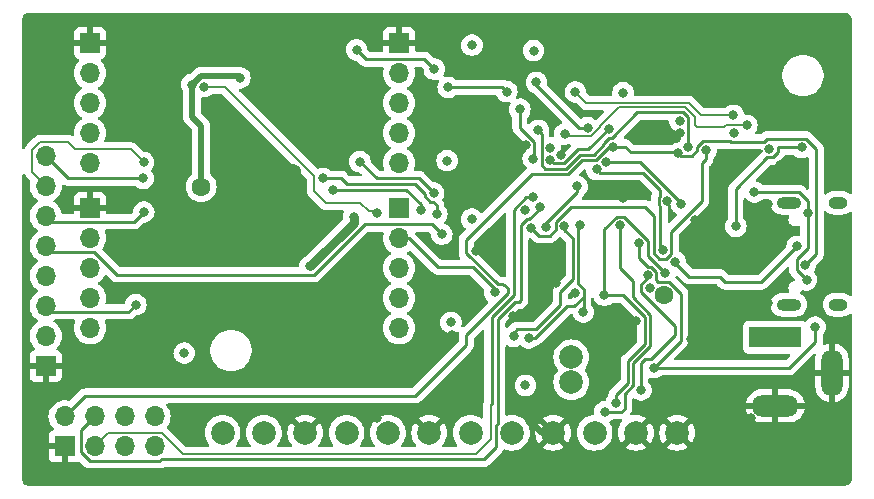
<source format=gbl>
G04 #@! TF.GenerationSoftware,KiCad,Pcbnew,7.0.2-0*
G04 #@! TF.CreationDate,2023-05-07T22:08:19-05:00*
G04 #@! TF.ProjectId,spudglo_driver_v4p3,73707564-676c-46f5-9f64-72697665725f,rev?*
G04 #@! TF.SameCoordinates,Original*
G04 #@! TF.FileFunction,Copper,L4,Bot*
G04 #@! TF.FilePolarity,Positive*
%FSLAX46Y46*%
G04 Gerber Fmt 4.6, Leading zero omitted, Abs format (unit mm)*
G04 Created by KiCad (PCBNEW 7.0.2-0) date 2023-05-07 22:08:19*
%MOMM*%
%LPD*%
G01*
G04 APERTURE LIST*
G04 #@! TA.AperFunction,ComponentPad*
%ADD10R,1.700000X1.700000*%
G04 #@! TD*
G04 #@! TA.AperFunction,ComponentPad*
%ADD11O,1.700000X1.700000*%
G04 #@! TD*
G04 #@! TA.AperFunction,ComponentPad*
%ADD12C,2.000000*%
G04 #@! TD*
G04 #@! TA.AperFunction,ComponentPad*
%ADD13R,4.400000X1.800000*%
G04 #@! TD*
G04 #@! TA.AperFunction,ComponentPad*
%ADD14O,4.000000X1.800000*%
G04 #@! TD*
G04 #@! TA.AperFunction,ComponentPad*
%ADD15O,1.800000X4.000000*%
G04 #@! TD*
G04 #@! TA.AperFunction,ComponentPad*
%ADD16O,2.100000X1.000000*%
G04 #@! TD*
G04 #@! TA.AperFunction,ComponentPad*
%ADD17O,1.600000X1.000000*%
G04 #@! TD*
G04 #@! TA.AperFunction,ViaPad*
%ADD18C,0.800000*%
G04 #@! TD*
G04 #@! TA.AperFunction,ViaPad*
%ADD19C,2.000000*%
G04 #@! TD*
G04 #@! TA.AperFunction,ViaPad*
%ADD20C,1.600000*%
G04 #@! TD*
G04 #@! TA.AperFunction,Conductor*
%ADD21C,0.200000*%
G04 #@! TD*
G04 #@! TA.AperFunction,Conductor*
%ADD22C,0.250000*%
G04 #@! TD*
G04 #@! TA.AperFunction,Conductor*
%ADD23C,0.500000*%
G04 #@! TD*
G04 #@! TA.AperFunction,Conductor*
%ADD24C,0.750000*%
G04 #@! TD*
G04 APERTURE END LIST*
D10*
X200914000Y-64008000D03*
D11*
X200914000Y-66548000D03*
X200914000Y-69088000D03*
X200914000Y-71628000D03*
X200914000Y-74168000D03*
D10*
X197160000Y-77375000D03*
D11*
X197160000Y-74835000D03*
X197160000Y-72295000D03*
X197160000Y-69755000D03*
X197160000Y-67215000D03*
X197160000Y-64675000D03*
X197160000Y-62135000D03*
X197160000Y-59595000D03*
D10*
X227076000Y-50038000D03*
D11*
X227076000Y-52578000D03*
X227076000Y-55118000D03*
X227076000Y-57658000D03*
X227076000Y-60198000D03*
D10*
X200914000Y-50038000D03*
D11*
X200914000Y-52578000D03*
X200914000Y-55118000D03*
X200914000Y-57658000D03*
X200914000Y-60198000D03*
D12*
X212130000Y-83040000D03*
X215630000Y-83040000D03*
X219130000Y-83040000D03*
X222630000Y-83040000D03*
X226130000Y-83040000D03*
X229630000Y-83040000D03*
X233130000Y-83040000D03*
X236630000Y-83040000D03*
X240130000Y-83040000D03*
X243630000Y-83040000D03*
X247130000Y-83040000D03*
X250630000Y-83040000D03*
D10*
X198755000Y-84190000D03*
D11*
X198755000Y-81650000D03*
X201295000Y-84190000D03*
X201295000Y-81650000D03*
X203835000Y-84190000D03*
X203835000Y-81650000D03*
X206375000Y-84190000D03*
X206375000Y-81650000D03*
D13*
X258930000Y-74950000D03*
D14*
X258930000Y-80750000D03*
D15*
X263730000Y-77950000D03*
D16*
X260080000Y-72190000D03*
D17*
X264260000Y-72190000D03*
D16*
X260080000Y-63550000D03*
D17*
X264260000Y-63550000D03*
D10*
X227076000Y-64008000D03*
D11*
X227076000Y-66548000D03*
X227076000Y-69088000D03*
X227076000Y-71628000D03*
X227076000Y-74168000D03*
D18*
X255375000Y-56150000D03*
X256525000Y-57000000D03*
X242000000Y-54175000D03*
X241125000Y-57725000D03*
X249626372Y-69488779D03*
X261475000Y-68850000D03*
X262305000Y-74075000D03*
X260775000Y-67250000D03*
X235169664Y-71145970D03*
X237780000Y-79020000D03*
D19*
X241660000Y-76640000D03*
X241660000Y-78760000D03*
D20*
X207680000Y-60410000D03*
D18*
X249770000Y-63430000D03*
X258415000Y-58987500D03*
X242010000Y-71200000D03*
X259337500Y-60395000D03*
X236740000Y-73120000D03*
X206897500Y-50457500D03*
X209360000Y-81350000D03*
X250136961Y-52129500D03*
X256840000Y-81750000D03*
X255470000Y-57680000D03*
X239480000Y-68910000D03*
X221255378Y-49844622D03*
X240350000Y-70360000D03*
D20*
X213200000Y-60790000D03*
D18*
X246340000Y-49400500D03*
D20*
X218045000Y-61005000D03*
D18*
X261845000Y-78215000D03*
X216250000Y-81300000D03*
X263030000Y-70460000D03*
D20*
X223880000Y-56600000D03*
D18*
X245574647Y-49400500D03*
X253000000Y-65770000D03*
X261605000Y-79755000D03*
X237790000Y-58700000D03*
X247140000Y-73600000D03*
X253020000Y-64950000D03*
X209460000Y-65690000D03*
X246025000Y-63150000D03*
X260140000Y-85410000D03*
X250840500Y-57664098D03*
X233600000Y-67610000D03*
X210700000Y-71060000D03*
X258290000Y-63640000D03*
X234220000Y-51300000D03*
X258330000Y-72060000D03*
X220380000Y-73810000D03*
X252170000Y-64980000D03*
X222220000Y-70090000D03*
X260147500Y-60395000D03*
X261090000Y-78970000D03*
X231600000Y-74770000D03*
X251830000Y-75060498D03*
X225168126Y-81762031D03*
X249480000Y-52430000D03*
D20*
X252420000Y-71590000D03*
D18*
X240766521Y-59476088D03*
X243560000Y-53650000D03*
X238200000Y-82050000D03*
X239743256Y-49196744D03*
X237770000Y-64180000D03*
X210570000Y-53720000D03*
X225205826Y-64406326D03*
X239889500Y-58895701D03*
X231140000Y-59990000D03*
X250840000Y-56640000D03*
D20*
X249470000Y-71390000D03*
D18*
X209520000Y-53567918D03*
X248300000Y-70760000D03*
X250476027Y-68553876D03*
D20*
X210320000Y-62190000D03*
D18*
X238470000Y-50680500D03*
X231470000Y-73690000D03*
X246045000Y-54235000D03*
X233225000Y-64955000D03*
X233253028Y-50217067D03*
X213600000Y-52980000D03*
X208890000Y-76290000D03*
X242362646Y-65454500D03*
X238060000Y-75000000D03*
X242680000Y-72820000D03*
X236770000Y-74870000D03*
X241074858Y-65514858D03*
X238875000Y-57435000D03*
X251571500Y-58845906D03*
X239889500Y-59955500D03*
X230060000Y-52250000D03*
X223480000Y-50610000D03*
X244813008Y-57337393D03*
X237310000Y-55640000D03*
X238440000Y-59830000D03*
X244455000Y-71385000D03*
X245440000Y-80530000D03*
X247361500Y-66997503D03*
X248630000Y-77530000D03*
X248145636Y-69709730D03*
X247560000Y-79420000D03*
X238980000Y-63950000D03*
X238390000Y-63100000D03*
X219530000Y-68940000D03*
X223230000Y-64740000D03*
X244620000Y-60100000D03*
X250970000Y-63630000D03*
X249390000Y-67590000D03*
X243810000Y-60740000D03*
X243050000Y-57210000D03*
X245192794Y-58802794D03*
X238705740Y-53364500D03*
X250725769Y-59378583D03*
X253060000Y-59110000D03*
X238250000Y-65660000D03*
X239530000Y-65610000D03*
X242150000Y-62180000D03*
X257170000Y-62650000D03*
X261580500Y-70100000D03*
X261670000Y-64410000D03*
X255590000Y-65560000D03*
X261150000Y-58860000D03*
X205440000Y-60140000D03*
X230010000Y-62730000D03*
X223760000Y-60080000D03*
X245791645Y-65454500D03*
X244505000Y-81255000D03*
X236195969Y-54145500D03*
X204790000Y-72180000D03*
X231240000Y-53780000D03*
X230690000Y-66220000D03*
X228930000Y-64200000D03*
X221470000Y-62450000D03*
X205460000Y-64350000D03*
X230280000Y-64510000D03*
X205410000Y-61500000D03*
X220620000Y-61484500D03*
D21*
X252650000Y-56150000D02*
X255375000Y-56150000D01*
X242000000Y-54175000D02*
X242915000Y-55090000D01*
X242915000Y-55090000D02*
X251590000Y-55090000D01*
X251590000Y-55090000D02*
X252650000Y-56150000D01*
X254720000Y-56980000D02*
X256505000Y-56980000D01*
X252150000Y-56323655D02*
X252150000Y-56975000D01*
X254550000Y-57150000D02*
X254720000Y-56980000D01*
X243339950Y-57910000D02*
X244113008Y-57136942D01*
X244113008Y-57047443D02*
X245670451Y-55490000D01*
X251316345Y-55490000D02*
X252150000Y-56323655D01*
X256505000Y-56980000D02*
X256525000Y-57000000D01*
X252325000Y-57150000D02*
X254550000Y-57150000D01*
X245670451Y-55490000D02*
X251316345Y-55490000D01*
X241310000Y-57910000D02*
X243339950Y-57910000D01*
X252150000Y-56975000D02*
X252325000Y-57150000D01*
X244113008Y-57136942D02*
X244113008Y-57047443D01*
X241125000Y-57725000D02*
X241310000Y-57910000D01*
D22*
X241037208Y-60230000D02*
X240164000Y-60230000D01*
X240164000Y-60230000D02*
X239889500Y-59955500D01*
X244813008Y-57337393D02*
X243100401Y-59050000D01*
X242217208Y-59050000D02*
X241037208Y-60230000D01*
X243100401Y-59050000D02*
X242217208Y-59050000D01*
X251571500Y-58845906D02*
X251565000Y-58839406D01*
X239165000Y-57725000D02*
X238875000Y-57435000D01*
X245097206Y-58077794D02*
X244892489Y-58077794D01*
X244892489Y-58077794D02*
X244467794Y-58502489D01*
X251140305Y-55915000D02*
X247260000Y-55915000D01*
X244467794Y-58502489D02*
X244467794Y-58575810D01*
X251565000Y-56339695D02*
X251140305Y-55915000D01*
X251565000Y-58839406D02*
X251565000Y-56339695D01*
X244467794Y-58575810D02*
X243543604Y-59500000D01*
X243543604Y-59500000D02*
X242403604Y-59500000D01*
X247260000Y-55915000D02*
X245097206Y-58077794D01*
X242403604Y-59500000D02*
X241223604Y-60680000D01*
X241223604Y-60680000D02*
X239455000Y-60680000D01*
X239455000Y-60680000D02*
X239165000Y-60390000D01*
X239165000Y-60390000D02*
X239165000Y-57725000D01*
X244455000Y-71385000D02*
X244455000Y-65765840D01*
X245491340Y-64729500D02*
X246118802Y-64729500D01*
X244455000Y-65765840D02*
X245491340Y-64729500D01*
X246118802Y-64729500D02*
X248175000Y-66785698D01*
X248175000Y-66785698D02*
X248175000Y-68037407D01*
X248175000Y-68037407D02*
X249626372Y-69488779D01*
X250476027Y-68553876D02*
X250476027Y-68651027D01*
X250476027Y-68651027D02*
X251650000Y-69825000D01*
X251650000Y-69825000D02*
X254250000Y-69825000D01*
X254250000Y-69825000D02*
X254700000Y-70275000D01*
X254700000Y-70275000D02*
X257750000Y-70275000D01*
X257750000Y-70275000D02*
X260775000Y-67250000D01*
X247361500Y-66997503D02*
X247361500Y-68211500D01*
X247361500Y-68211500D02*
X248134730Y-68984730D01*
X248134730Y-68984730D02*
X248445941Y-68984730D01*
X250930000Y-75230000D02*
X248630000Y-77530000D01*
X248445941Y-68984730D02*
X248870636Y-69409425D01*
X248870636Y-69409425D02*
X248870636Y-70095636D01*
X248870636Y-70095636D02*
X249040000Y-70265000D01*
X249040000Y-70265000D02*
X249935991Y-70265000D01*
X249935991Y-70265000D02*
X250930000Y-71259009D01*
X250930000Y-71259009D02*
X250930000Y-75230000D01*
X253060000Y-59110000D02*
X253060000Y-59840000D01*
X253060000Y-59840000D02*
X252700000Y-60200000D01*
X252700000Y-60200000D02*
X252700000Y-63424695D01*
X252700000Y-63424695D02*
X250115000Y-66009695D01*
X250115000Y-66009695D02*
X250115000Y-67890305D01*
X250115000Y-67890305D02*
X249690305Y-68315000D01*
X249690305Y-68315000D02*
X249089695Y-68315000D01*
X249089695Y-68315000D02*
X248625000Y-67850305D01*
X248625000Y-67850305D02*
X248625000Y-64700000D01*
X248625000Y-64700000D02*
X247875000Y-63950000D01*
X247875000Y-63950000D02*
X241614411Y-63950000D01*
X241614411Y-63950000D02*
X240349858Y-65214553D01*
X240349858Y-65214553D02*
X240349858Y-65815447D01*
X240349858Y-65815447D02*
X239830305Y-66335000D01*
X239830305Y-66335000D02*
X238925000Y-66335000D01*
X238925000Y-66335000D02*
X238250000Y-65660000D01*
X243810000Y-60740000D02*
X244090000Y-61020000D01*
X249175000Y-62446091D02*
X249175000Y-62999695D01*
X244090000Y-61020000D02*
X247748909Y-61020000D01*
X247748909Y-61020000D02*
X249175000Y-62446091D01*
X249175000Y-62999695D02*
X249045000Y-63129695D01*
X249045000Y-63129695D02*
X249045000Y-63730305D01*
X249045000Y-63730305D02*
X249175000Y-63860305D01*
X249175000Y-63860305D02*
X249175000Y-67375000D01*
X249175000Y-67375000D02*
X249390000Y-67590000D01*
X245791645Y-65454500D02*
X245791645Y-69091645D01*
X248315000Y-75728604D02*
X246920000Y-77123604D01*
X248315000Y-73028604D02*
X248315000Y-75728604D01*
X245791645Y-69091645D02*
X246850000Y-70150000D01*
X246850000Y-70150000D02*
X246850000Y-71563604D01*
X246850000Y-71563604D02*
X248315000Y-73028604D01*
X246920000Y-77123604D02*
X246920000Y-79020000D01*
X246920000Y-79020000D02*
X246165000Y-79775000D01*
X246165000Y-79775000D02*
X246165000Y-80985000D01*
X246165000Y-80985000D02*
X245895000Y-81255000D01*
X245895000Y-81255000D02*
X244505000Y-81255000D01*
X245440000Y-80530000D02*
X245440000Y-79863604D01*
X247865000Y-75542208D02*
X247865000Y-73215000D01*
X246470000Y-78833604D02*
X246470000Y-76937208D01*
X246470000Y-76937208D02*
X247865000Y-75542208D01*
X245440000Y-79863604D02*
X246470000Y-78833604D01*
X247865000Y-73215000D02*
X246035000Y-71385000D01*
X246035000Y-71385000D02*
X244455000Y-71385000D01*
X250725769Y-59378583D02*
X250918092Y-59570906D01*
X250918092Y-59570906D02*
X251871805Y-59570906D01*
X252335000Y-58809695D02*
X252802042Y-58342653D01*
X251871805Y-59570906D02*
X252335000Y-59107711D01*
X252335000Y-59107711D02*
X252335000Y-58809695D01*
X252802042Y-58342653D02*
X255107348Y-58342653D01*
X255107348Y-58342653D02*
X255169695Y-58405000D01*
X255169695Y-58405000D02*
X257945000Y-58405000D01*
X258215000Y-58135000D02*
X261510000Y-58135000D01*
X257945000Y-58405000D02*
X258215000Y-58135000D01*
X261510000Y-58135000D02*
X262395000Y-59020000D01*
X262395000Y-59020000D02*
X262395000Y-67930000D01*
X262395000Y-67930000D02*
X261475000Y-68850000D01*
X261580500Y-70100000D02*
X260750000Y-69269500D01*
X261670000Y-67380305D02*
X261670000Y-64410000D01*
X260750000Y-69269500D02*
X260750000Y-68300305D01*
X260750000Y-68300305D02*
X261670000Y-67380305D01*
X262305000Y-75325000D02*
X262305000Y-74075000D01*
X260100000Y-77530000D02*
X262305000Y-75325000D01*
X248630000Y-77530000D02*
X260100000Y-77530000D01*
X235169664Y-70859664D02*
X233320000Y-69010000D01*
X227888000Y-66548000D02*
X227076000Y-66548000D01*
X235169664Y-71145970D02*
X235169664Y-70859664D01*
X230350000Y-69010000D02*
X227888000Y-66548000D01*
X233320000Y-69010000D02*
X230350000Y-69010000D01*
D23*
X239190000Y-83040000D02*
X238200000Y-82050000D01*
X240130000Y-83040000D02*
X239190000Y-83040000D01*
D21*
X212315635Y-53720000D02*
X210570000Y-53720000D01*
X225069500Y-64270000D02*
X224530000Y-64270000D01*
X219910000Y-61314365D02*
X212315635Y-53720000D01*
X223810000Y-63550000D02*
X220870000Y-63550000D01*
X220870000Y-63550000D02*
X219910000Y-62590000D01*
X225205826Y-64406326D02*
X225069500Y-64270000D01*
X224530000Y-64270000D02*
X223810000Y-63550000D01*
X219910000Y-62590000D02*
X219910000Y-61314365D01*
D23*
X210320000Y-57060000D02*
X209520000Y-56260000D01*
X209520000Y-56260000D02*
X209520000Y-53567918D01*
X210320000Y-62190000D02*
X210320000Y-57060000D01*
X209520000Y-53567918D02*
X210277918Y-52810000D01*
X210277918Y-52810000D02*
X213430000Y-52810000D01*
X213430000Y-52810000D02*
X213600000Y-52980000D01*
D22*
X242692652Y-71542652D02*
X242692652Y-72807348D01*
X242735000Y-70899695D02*
X242735000Y-71500305D01*
X242255000Y-65562146D02*
X242255000Y-70419695D01*
X242692652Y-72807348D02*
X242680000Y-72820000D01*
X241925305Y-72310000D02*
X241300000Y-72310000D01*
X242692652Y-71542652D02*
X241925305Y-72310000D01*
X242735000Y-71500305D02*
X242692652Y-71542652D01*
X241300000Y-72310000D02*
X238610000Y-75000000D01*
X238610000Y-75000000D02*
X238060000Y-75000000D01*
X242362646Y-65454500D02*
X242255000Y-65562146D01*
X242255000Y-70419695D02*
X242735000Y-70899695D01*
X240710000Y-72250000D02*
X238690000Y-74270000D01*
X241805000Y-66570305D02*
X241805000Y-70015000D01*
X237060000Y-74270000D02*
X236770000Y-74560000D01*
X241074858Y-65840163D02*
X241805000Y-66570305D01*
X238690000Y-74270000D02*
X237060000Y-74270000D01*
X240710000Y-71110000D02*
X240710000Y-72250000D01*
X241805000Y-70015000D02*
X240710000Y-71110000D01*
X241074858Y-65514858D02*
X241074858Y-65840163D01*
X236770000Y-74560000D02*
X236770000Y-74870000D01*
X229213000Y-51403000D02*
X224273000Y-51403000D01*
X223490000Y-50620000D02*
X223480000Y-50610000D01*
X224273000Y-51403000D02*
X223490000Y-50620000D01*
X230060000Y-52250000D02*
X229213000Y-51403000D01*
X238440000Y-59830000D02*
X238515000Y-59755000D01*
X237310000Y-57194695D02*
X237310000Y-55640000D01*
X238515000Y-58399695D02*
X237310000Y-57194695D01*
X238515000Y-59755000D02*
X238515000Y-58399695D01*
X248145636Y-69709730D02*
X248145636Y-69889059D01*
X248420000Y-76770000D02*
X247910000Y-76770000D01*
X247910000Y-76770000D02*
X247560000Y-77120000D01*
X247560000Y-77120000D02*
X247560000Y-79420000D01*
X247575000Y-70459695D02*
X247575000Y-71105000D01*
X247575000Y-71105000D02*
X250440000Y-73970000D01*
X250440000Y-74750000D02*
X248420000Y-76770000D01*
X248145636Y-69889059D02*
X247575000Y-70459695D01*
X250440000Y-73970000D02*
X250440000Y-74750000D01*
X235305000Y-82405000D02*
X235305000Y-84255000D01*
X237949695Y-64935000D02*
X237932347Y-64952348D01*
X238115000Y-64935000D02*
X237949695Y-64935000D01*
X235450000Y-82260000D02*
X235305000Y-82405000D01*
X200868299Y-85425000D02*
X200120000Y-84676701D01*
X236874695Y-71960000D02*
X235448083Y-73386612D01*
X237400000Y-71770000D02*
X237210000Y-71960000D01*
X237932347Y-64952348D02*
X237400000Y-65484695D01*
X237400000Y-65484695D02*
X237400000Y-71770000D01*
X200120000Y-82825000D02*
X201295000Y-81650000D01*
X206951701Y-85275000D02*
X206801701Y-85425000D01*
X235305000Y-84255000D02*
X234285000Y-85275000D01*
X200120000Y-84676701D02*
X200120000Y-82825000D01*
X238980000Y-63950000D02*
X238980000Y-64070000D01*
X235448083Y-73386612D02*
X235448083Y-82248083D01*
X237210000Y-71960000D02*
X236874695Y-71960000D01*
X238980000Y-64070000D02*
X238115000Y-64935000D01*
X206801701Y-85425000D02*
X200868299Y-85425000D01*
X234285000Y-85275000D02*
X206951701Y-85275000D01*
X236790000Y-64134695D02*
X236790000Y-71370000D01*
D21*
X233560000Y-84850000D02*
X234820000Y-83590000D01*
X208800000Y-84850000D02*
X233560000Y-84850000D01*
X234820000Y-80670000D02*
X234910000Y-80580000D01*
X208800000Y-84850000D02*
X206990000Y-83040000D01*
X202445000Y-83040000D02*
X201295000Y-84190000D01*
D22*
X238390000Y-63100000D02*
X237824695Y-63100000D01*
D21*
X206990000Y-83040000D02*
X202445000Y-83040000D01*
D22*
X234910000Y-73250000D02*
X236790000Y-71370000D01*
X234910000Y-73250000D02*
X234910000Y-80580000D01*
D21*
X234820000Y-83590000D02*
X234820000Y-80670000D01*
D22*
X237824695Y-63100000D02*
X236790000Y-64134695D01*
D24*
X223230000Y-65240000D02*
X223230000Y-64740000D01*
X219530000Y-68940000D02*
X223230000Y-65240000D01*
D22*
X247465305Y-60100000D02*
X250970000Y-63604695D01*
X244620000Y-60100000D02*
X247465305Y-60100000D01*
X250970000Y-63604695D02*
X250970000Y-63630000D01*
X235880000Y-70470000D02*
X235894664Y-70484664D01*
X246680000Y-59300000D02*
X246182794Y-58802794D01*
X232750000Y-66690000D02*
X232750000Y-67785305D01*
X245192794Y-58802794D02*
X244877206Y-58802794D01*
X243730000Y-59950000D02*
X242590000Y-59950000D01*
X242590000Y-59950000D02*
X241410000Y-61130000D01*
X235994664Y-70484664D02*
X236290000Y-70780000D01*
X238705740Y-53364500D02*
X238705740Y-53585740D01*
X242330000Y-57210000D02*
X243050000Y-57210000D01*
X250647186Y-59300000D02*
X246680000Y-59300000D01*
X232750000Y-74773604D02*
X232750000Y-75610000D01*
X235434695Y-70470000D02*
X235880000Y-70470000D01*
X232750000Y-67785305D02*
X235434695Y-70470000D01*
X235894664Y-70484664D02*
X235994664Y-70484664D01*
X200485000Y-79920000D02*
X198755000Y-81650000D01*
X241410000Y-61130000D02*
X238310000Y-61130000D01*
X232750000Y-75610000D02*
X228440000Y-79920000D01*
X200575000Y-79920000D02*
X200485000Y-79920000D01*
X238705740Y-53585740D02*
X242330000Y-57210000D01*
X228440000Y-79920000D02*
X200575000Y-79920000D01*
X238310000Y-61130000D02*
X232750000Y-66690000D01*
X246182794Y-58802794D02*
X245192794Y-58802794D01*
X236290000Y-71233604D02*
X232750000Y-74773604D01*
X250725769Y-59378583D02*
X250647186Y-59300000D01*
X244877206Y-58802794D02*
X243730000Y-59950000D01*
X236290000Y-70780000D02*
X236290000Y-71233604D01*
X239530000Y-65250000D02*
X239530000Y-65610000D01*
X242150000Y-62630000D02*
X239530000Y-65250000D01*
X242150000Y-62180000D02*
X242150000Y-62630000D01*
X261670000Y-64410000D02*
X261670000Y-63423274D01*
X261670000Y-63423274D02*
X260896726Y-62650000D01*
X260896726Y-62650000D02*
X257170000Y-62650000D01*
X255590000Y-65560000D02*
X255590000Y-62390000D01*
X259140000Y-59287805D02*
X259140000Y-58860000D01*
X255590000Y-62390000D02*
X258267500Y-59712500D01*
X258715305Y-59712500D02*
X259140000Y-59287805D01*
X258267500Y-59712500D02*
X258715305Y-59712500D01*
X259140000Y-58860000D02*
X261150000Y-58860000D01*
D21*
X197160000Y-62135000D02*
X196010000Y-60985000D01*
X204348000Y-59048000D02*
X205440000Y-60140000D01*
X199668000Y-59048000D02*
X204348000Y-59048000D01*
D22*
X225170000Y-61490000D02*
X223760000Y-60080000D01*
X228770000Y-61490000D02*
X225170000Y-61490000D01*
D21*
X199065000Y-58445000D02*
X199668000Y-59048000D01*
X196010000Y-60985000D02*
X196010000Y-59090000D01*
D22*
X230010000Y-62730000D02*
X228770000Y-61490000D01*
D21*
X196010000Y-59090000D02*
X196655000Y-58445000D01*
X196655000Y-58445000D02*
X199065000Y-58445000D01*
D22*
X197668000Y-72803000D02*
X204167000Y-72803000D01*
X235830469Y-53780000D02*
X236195969Y-54145500D01*
X231240000Y-53780000D02*
X235830469Y-53780000D01*
X197160000Y-72295000D02*
X197668000Y-72803000D01*
X204167000Y-72803000D02*
X204790000Y-72180000D01*
X203165000Y-69665000D02*
X201223000Y-67723000D01*
X229843000Y-65373000D02*
X224157000Y-65373000D01*
X224157000Y-65373000D02*
X219865000Y-69665000D01*
X230690000Y-66220000D02*
X229843000Y-65373000D01*
X219865000Y-69665000D02*
X203165000Y-69665000D01*
X201223000Y-67723000D02*
X197668000Y-67723000D01*
X197668000Y-67723000D02*
X197160000Y-67215000D01*
X228930000Y-64200000D02*
X228930000Y-63700000D01*
X227700000Y-62470000D02*
X227680000Y-62450000D01*
X197668000Y-65183000D02*
X204627000Y-65183000D01*
X227680000Y-62450000D02*
X221470000Y-62450000D01*
X197160000Y-64675000D02*
X197668000Y-65183000D01*
X204627000Y-65183000D02*
X205460000Y-64350000D01*
X228930000Y-63700000D02*
X227700000Y-62470000D01*
X229945000Y-63455000D02*
X230280000Y-63790000D01*
X220620000Y-61484500D02*
X222194500Y-61484500D01*
X222194500Y-61484500D02*
X222650000Y-61940000D01*
X230280000Y-63790000D02*
X230280000Y-64510000D01*
X229285000Y-62795000D02*
X229285000Y-63030305D01*
X229285000Y-63030305D02*
X229709695Y-63455000D01*
X228430000Y-61940000D02*
X229285000Y-62795000D01*
X229709695Y-63455000D02*
X229945000Y-63455000D01*
X199065000Y-61500000D02*
X197160000Y-59595000D01*
X205410000Y-61500000D02*
X199065000Y-61500000D01*
X222650000Y-61940000D02*
X228430000Y-61940000D01*
G04 #@! TA.AperFunction,Conductor*
G36*
X195385659Y-61102625D02*
G01*
X195419557Y-61149633D01*
X195478475Y-61291875D01*
X195519774Y-61345696D01*
X195551523Y-61387072D01*
X195551525Y-61387074D01*
X195552284Y-61388063D01*
X195552286Y-61388067D01*
X195576010Y-61418984D01*
X195576011Y-61418985D01*
X195576013Y-61418987D01*
X195601379Y-61438451D01*
X195613769Y-61449318D01*
X195817276Y-61652825D01*
X195851302Y-61715137D01*
X195850326Y-61772850D01*
X195815436Y-61910630D01*
X195796975Y-62133414D01*
X195796844Y-62135000D01*
X195815436Y-62359368D01*
X195815436Y-62359371D01*
X195815437Y-62359372D01*
X195870702Y-62577611D01*
X195870703Y-62577614D01*
X195870704Y-62577616D01*
X195888799Y-62618869D01*
X195961139Y-62783790D01*
X196084278Y-62972268D01*
X196236762Y-63137908D01*
X196414418Y-63276185D01*
X196414420Y-63276186D01*
X196414424Y-63276189D01*
X196447682Y-63294187D01*
X196498071Y-63344200D01*
X196513423Y-63413517D01*
X196488862Y-63480130D01*
X196447683Y-63515812D01*
X196433810Y-63523320D01*
X196414418Y-63533814D01*
X196236762Y-63672091D01*
X196084278Y-63837731D01*
X195961139Y-64026209D01*
X195870702Y-64232388D01*
X195815437Y-64450627D01*
X195815436Y-64450632D01*
X195796844Y-64675000D01*
X195815436Y-64899368D01*
X195815436Y-64899371D01*
X195815437Y-64899372D01*
X195870702Y-65117611D01*
X195870703Y-65117614D01*
X195870704Y-65117616D01*
X195884959Y-65150115D01*
X195961139Y-65323790D01*
X196084278Y-65512268D01*
X196236762Y-65677908D01*
X196285679Y-65715982D01*
X196414424Y-65816189D01*
X196447682Y-65834187D01*
X196498070Y-65884197D01*
X196513423Y-65953513D01*
X196488863Y-66020127D01*
X196447683Y-66055811D01*
X196414423Y-66073810D01*
X196236762Y-66212091D01*
X196084278Y-66377731D01*
X195961139Y-66566209D01*
X195870702Y-66772388D01*
X195820483Y-66970702D01*
X195815436Y-66990632D01*
X195796844Y-67215000D01*
X195815436Y-67439368D01*
X195815436Y-67439371D01*
X195815437Y-67439372D01*
X195870702Y-67657611D01*
X195961139Y-67863790D01*
X196075541Y-68038895D01*
X196084278Y-68052268D01*
X196204000Y-68182320D01*
X196236762Y-68217908D01*
X196414418Y-68356185D01*
X196414420Y-68356186D01*
X196414424Y-68356189D01*
X196447682Y-68374187D01*
X196498071Y-68424200D01*
X196513423Y-68493517D01*
X196488862Y-68560130D01*
X196447683Y-68595812D01*
X196422794Y-68609281D01*
X196414418Y-68613814D01*
X196236762Y-68752091D01*
X196084278Y-68917731D01*
X195961139Y-69106209D01*
X195870702Y-69312388D01*
X195815912Y-69528752D01*
X195815436Y-69530632D01*
X195803458Y-69675183D01*
X195798519Y-69734792D01*
X195796844Y-69755000D01*
X195815436Y-69979368D01*
X195815436Y-69979371D01*
X195815437Y-69979372D01*
X195870702Y-70197611D01*
X195870703Y-70197614D01*
X195870704Y-70197616D01*
X195882519Y-70224551D01*
X195961139Y-70403790D01*
X196057646Y-70551505D01*
X196084278Y-70592268D01*
X196229058Y-70749540D01*
X196236762Y-70757908D01*
X196414418Y-70896185D01*
X196414420Y-70896186D01*
X196414424Y-70896189D01*
X196447682Y-70914187D01*
X196498071Y-70964200D01*
X196513423Y-71033517D01*
X196488862Y-71100130D01*
X196447683Y-71135812D01*
X196429192Y-71145819D01*
X196414418Y-71153814D01*
X196236762Y-71292091D01*
X196084278Y-71457731D01*
X195961139Y-71646209D01*
X195870702Y-71852388D01*
X195817149Y-72063866D01*
X195815436Y-72070632D01*
X195796844Y-72295000D01*
X195815436Y-72519368D01*
X195815436Y-72519371D01*
X195815437Y-72519372D01*
X195870702Y-72737611D01*
X195961139Y-72943790D01*
X196019157Y-73032593D01*
X196084278Y-73132268D01*
X196178304Y-73234407D01*
X196236762Y-73297908D01*
X196414418Y-73436185D01*
X196414420Y-73436186D01*
X196414424Y-73436189D01*
X196447682Y-73454187D01*
X196498071Y-73504200D01*
X196513423Y-73573517D01*
X196488862Y-73640130D01*
X196447683Y-73675812D01*
X196423695Y-73688794D01*
X196414418Y-73693814D01*
X196236762Y-73832091D01*
X196084278Y-73997731D01*
X195961139Y-74186209D01*
X195870702Y-74392388D01*
X195837248Y-74524498D01*
X195815436Y-74610632D01*
X195796844Y-74835000D01*
X195815436Y-75059368D01*
X195815436Y-75059371D01*
X195815437Y-75059372D01*
X195870702Y-75277611D01*
X195961139Y-75483790D01*
X196071407Y-75652568D01*
X196084278Y-75672268D01*
X196222491Y-75822406D01*
X196227841Y-75828217D01*
X196259262Y-75891882D01*
X196251275Y-75962428D01*
X196206416Y-76017457D01*
X196179173Y-76031611D01*
X196064036Y-76074554D01*
X195947095Y-76162095D01*
X195859554Y-76279037D01*
X195808505Y-76415906D01*
X195802359Y-76473063D01*
X195802000Y-76479777D01*
X195802000Y-77121000D01*
X196728884Y-77121000D01*
X196700507Y-77165156D01*
X196660000Y-77303111D01*
X196660000Y-77446889D01*
X196700507Y-77584844D01*
X196728884Y-77629000D01*
X195802000Y-77629000D01*
X195802000Y-78270222D01*
X195802359Y-78276936D01*
X195808505Y-78334093D01*
X195859554Y-78470962D01*
X195947095Y-78587904D01*
X196064037Y-78675445D01*
X196200906Y-78726494D01*
X196258063Y-78732640D01*
X196264777Y-78733000D01*
X196906000Y-78733000D01*
X196906000Y-77808674D01*
X197017685Y-77859680D01*
X197124237Y-77875000D01*
X197195763Y-77875000D01*
X197302315Y-77859680D01*
X197414000Y-77808674D01*
X197414000Y-78733000D01*
X198055223Y-78733000D01*
X198061936Y-78732640D01*
X198119093Y-78726494D01*
X198255962Y-78675445D01*
X198372904Y-78587904D01*
X198460445Y-78470962D01*
X198511494Y-78334093D01*
X198517640Y-78276936D01*
X198518000Y-78270222D01*
X198518000Y-77629000D01*
X197591116Y-77629000D01*
X197619493Y-77584844D01*
X197660000Y-77446889D01*
X197660000Y-77303111D01*
X197619493Y-77165156D01*
X197591116Y-77121000D01*
X198518000Y-77121000D01*
X198518000Y-76479777D01*
X198517640Y-76473063D01*
X198511494Y-76415906D01*
X198464534Y-76290000D01*
X207976496Y-76290000D01*
X207981881Y-76341235D01*
X207996458Y-76479929D01*
X208055472Y-76661556D01*
X208150958Y-76826942D01*
X208195770Y-76876711D01*
X208278747Y-76968866D01*
X208433248Y-77081118D01*
X208607712Y-77158794D01*
X208794513Y-77198500D01*
X208794515Y-77198500D01*
X208985485Y-77198500D01*
X208985487Y-77198500D01*
X209172288Y-77158794D01*
X209346752Y-77081118D01*
X209501253Y-76968866D01*
X209629040Y-76826944D01*
X209724527Y-76661556D01*
X209783542Y-76479928D01*
X209803504Y-76290000D01*
X209794169Y-76201182D01*
X211109500Y-76201182D01*
X211148604Y-76460615D01*
X211148605Y-76460618D01*
X211225936Y-76711323D01*
X211339772Y-76947704D01*
X211487563Y-77164474D01*
X211487565Y-77164476D01*
X211487567Y-77164479D01*
X211666019Y-77356805D01*
X211871143Y-77520386D01*
X212098357Y-77651568D01*
X212342584Y-77747420D01*
X212598370Y-77805802D01*
X212794506Y-77820500D01*
X212796859Y-77820500D01*
X212923141Y-77820500D01*
X212925494Y-77820500D01*
X213121630Y-77805802D01*
X213377416Y-77747420D01*
X213621643Y-77651568D01*
X213848857Y-77520386D01*
X214053981Y-77356805D01*
X214232433Y-77164479D01*
X214380228Y-76947704D01*
X214494063Y-76711323D01*
X214571396Y-76460615D01*
X214610500Y-76201182D01*
X214610500Y-75938818D01*
X214571396Y-75679385D01*
X214515708Y-75498850D01*
X214494063Y-75428676D01*
X214421316Y-75277616D01*
X214380228Y-75192296D01*
X214277351Y-75041404D01*
X214232436Y-74975525D01*
X214232434Y-74975523D01*
X214232433Y-74975521D01*
X214053981Y-74783195D01*
X213848857Y-74619614D01*
X213621643Y-74488432D01*
X213520461Y-74448721D01*
X213377417Y-74392580D01*
X213121630Y-74334198D01*
X212927836Y-74319675D01*
X212927822Y-74319674D01*
X212925494Y-74319500D01*
X212794506Y-74319500D01*
X212792178Y-74319674D01*
X212792163Y-74319675D01*
X212598369Y-74334198D01*
X212342582Y-74392580D01*
X212098356Y-74488432D01*
X211871146Y-74619612D01*
X211871143Y-74619614D01*
X211666019Y-74783195D01*
X211527525Y-74932455D01*
X211487563Y-74975525D01*
X211339772Y-75192295D01*
X211225936Y-75428676D01*
X211148764Y-75678866D01*
X211148604Y-75679385D01*
X211109500Y-75938818D01*
X211109500Y-76201182D01*
X209794169Y-76201182D01*
X209783542Y-76100072D01*
X209740489Y-75967570D01*
X209724527Y-75918443D01*
X209629041Y-75753057D01*
X209536041Y-75649770D01*
X209501253Y-75611134D01*
X209493249Y-75605319D01*
X209360700Y-75509016D01*
X209346752Y-75498882D01*
X209172288Y-75421206D01*
X208985487Y-75381500D01*
X208794513Y-75381500D01*
X208683814Y-75405030D01*
X208607711Y-75421206D01*
X208433246Y-75498883D01*
X208278747Y-75611133D01*
X208150958Y-75753057D01*
X208055472Y-75918443D01*
X207996458Y-76100070D01*
X207988855Y-76172406D01*
X207976496Y-76290000D01*
X198464534Y-76290000D01*
X198460445Y-76279037D01*
X198372904Y-76162095D01*
X198255962Y-76074554D01*
X198140827Y-76031611D01*
X198083991Y-75989064D01*
X198059180Y-75922544D01*
X198074271Y-75853170D01*
X198092152Y-75828224D01*
X198235722Y-75672268D01*
X198358860Y-75483791D01*
X198449296Y-75277616D01*
X198504564Y-75059368D01*
X198523156Y-74835000D01*
X198504564Y-74610632D01*
X198449296Y-74392384D01*
X198358860Y-74186209D01*
X198235722Y-73997732D01*
X198083240Y-73832094D01*
X198083239Y-73832093D01*
X198083237Y-73832091D01*
X197905579Y-73693813D01*
X197905577Y-73693812D01*
X197905576Y-73693811D01*
X197872317Y-73675812D01*
X197821929Y-73625801D01*
X197806576Y-73556484D01*
X197831136Y-73489871D01*
X197872333Y-73454179D01*
X197876954Y-73451679D01*
X197936909Y-73436500D01*
X199558563Y-73436500D01*
X199626684Y-73456502D01*
X199673177Y-73510158D01*
X199683281Y-73580432D01*
X199673952Y-73613107D01*
X199641656Y-73686738D01*
X199624702Y-73725388D01*
X199584265Y-73885072D01*
X199569436Y-73943632D01*
X199550844Y-74168000D01*
X199569436Y-74392368D01*
X199569436Y-74392371D01*
X199569437Y-74392372D01*
X199624702Y-74610611D01*
X199715139Y-74816790D01*
X199818843Y-74975521D01*
X199838278Y-75005268D01*
X199950189Y-75126835D01*
X199990762Y-75170908D01*
X200168421Y-75309187D01*
X200168424Y-75309189D01*
X200366426Y-75416342D01*
X200579365Y-75489444D01*
X200801431Y-75526500D01*
X200801434Y-75526500D01*
X201026566Y-75526500D01*
X201026569Y-75526500D01*
X201248635Y-75489444D01*
X201461574Y-75416342D01*
X201659576Y-75309189D01*
X201837240Y-75170906D01*
X201989722Y-75005268D01*
X202112860Y-74816791D01*
X202203296Y-74610616D01*
X202258564Y-74392368D01*
X202277156Y-74168000D01*
X202258564Y-73943632D01*
X202203296Y-73725384D01*
X202154048Y-73613110D01*
X202145003Y-73542695D01*
X202175464Y-73478565D01*
X202235760Y-73441084D01*
X202269437Y-73436500D01*
X204083147Y-73436500D01*
X204103935Y-73438795D01*
X204106907Y-73438701D01*
X204106909Y-73438702D01*
X204174985Y-73436562D01*
X204178945Y-73436500D01*
X204202894Y-73436500D01*
X204206856Y-73436500D01*
X204210856Y-73435994D01*
X204222699Y-73435061D01*
X204266889Y-73433673D01*
X204286338Y-73428021D01*
X204305698Y-73424012D01*
X204325797Y-73421474D01*
X204366915Y-73405193D01*
X204378117Y-73401357D01*
X204420593Y-73389018D01*
X204438039Y-73378699D01*
X204455780Y-73370009D01*
X204474617Y-73362552D01*
X204510392Y-73336558D01*
X204520303Y-73330048D01*
X204558362Y-73307542D01*
X204572691Y-73293212D01*
X204587719Y-73280377D01*
X204604107Y-73268472D01*
X204632299Y-73234392D01*
X204640267Y-73225635D01*
X204740499Y-73125404D01*
X204802813Y-73091379D01*
X204829595Y-73088500D01*
X204885485Y-73088500D01*
X204885487Y-73088500D01*
X205072288Y-73048794D01*
X205246752Y-72971118D01*
X205401253Y-72858866D01*
X205529040Y-72716944D01*
X205624527Y-72551556D01*
X205683542Y-72369928D01*
X205703504Y-72180000D01*
X205683542Y-71990072D01*
X205651953Y-71892853D01*
X205624527Y-71808443D01*
X205529041Y-71643057D01*
X205401252Y-71501133D01*
X205324002Y-71445008D01*
X205246752Y-71388882D01*
X205072288Y-71311206D01*
X204885487Y-71271500D01*
X204694513Y-71271500D01*
X204569978Y-71297970D01*
X204507711Y-71311206D01*
X204333246Y-71388883D01*
X204178747Y-71501133D01*
X204050958Y-71643057D01*
X203955473Y-71808442D01*
X203896457Y-71990072D01*
X203889458Y-72056670D01*
X203862445Y-72122327D01*
X203804223Y-72162957D01*
X203764148Y-72169500D01*
X202340140Y-72169500D01*
X202272019Y-72149498D01*
X202225526Y-72095842D01*
X202215422Y-72025568D01*
X202217996Y-72012569D01*
X202237536Y-71935405D01*
X202258564Y-71852368D01*
X202277156Y-71628000D01*
X202258564Y-71403632D01*
X202203296Y-71185384D01*
X202112860Y-70979209D01*
X201989722Y-70790732D01*
X201837240Y-70625094D01*
X201837238Y-70625092D01*
X201837235Y-70625089D01*
X201659579Y-70486813D01*
X201659577Y-70486812D01*
X201659576Y-70486811D01*
X201626317Y-70468812D01*
X201575929Y-70418801D01*
X201560576Y-70349484D01*
X201585136Y-70282871D01*
X201626316Y-70247187D01*
X201659576Y-70229189D01*
X201837240Y-70090906D01*
X201989722Y-69925268D01*
X202112860Y-69736791D01*
X202112860Y-69736790D01*
X202118103Y-69728766D01*
X202172107Y-69682677D01*
X202242455Y-69673102D01*
X202306812Y-69703079D01*
X202312681Y-69708586D01*
X202657754Y-70053659D01*
X202670833Y-70069983D01*
X202672999Y-70072017D01*
X202673000Y-70072018D01*
X202702797Y-70099999D01*
X202722651Y-70118643D01*
X202725493Y-70121398D01*
X202745230Y-70141135D01*
X202748360Y-70143563D01*
X202748432Y-70143619D01*
X202757442Y-70151314D01*
X202789679Y-70181586D01*
X202807426Y-70191342D01*
X202823950Y-70202196D01*
X202839959Y-70214614D01*
X202880542Y-70232175D01*
X202891193Y-70237393D01*
X202929940Y-70258695D01*
X202949560Y-70263732D01*
X202968267Y-70270137D01*
X202974880Y-70272998D01*
X202986854Y-70278181D01*
X202997505Y-70279867D01*
X203030530Y-70285098D01*
X203042125Y-70287498D01*
X203084970Y-70298500D01*
X203105224Y-70298500D01*
X203124934Y-70300051D01*
X203144942Y-70303220D01*
X203144942Y-70303219D01*
X203144943Y-70303220D01*
X203188961Y-70299058D01*
X203200819Y-70298500D01*
X219781147Y-70298500D01*
X219801935Y-70300795D01*
X219804907Y-70300701D01*
X219804909Y-70300702D01*
X219872985Y-70298562D01*
X219876945Y-70298500D01*
X219900894Y-70298500D01*
X219904856Y-70298500D01*
X219908856Y-70297994D01*
X219920699Y-70297061D01*
X219964889Y-70295673D01*
X219984338Y-70290021D01*
X220003698Y-70286012D01*
X220023797Y-70283474D01*
X220064915Y-70267193D01*
X220076117Y-70263357D01*
X220118593Y-70251018D01*
X220136039Y-70240699D01*
X220153780Y-70232009D01*
X220172617Y-70224552D01*
X220208392Y-70198558D01*
X220218303Y-70192048D01*
X220256362Y-70169542D01*
X220270691Y-70155212D01*
X220285719Y-70142377D01*
X220302107Y-70130472D01*
X220330303Y-70096386D01*
X220338272Y-70087630D01*
X224382498Y-66043405D01*
X224444811Y-66009379D01*
X224471594Y-66006500D01*
X225649860Y-66006500D01*
X225717981Y-66026502D01*
X225764474Y-66080158D01*
X225774578Y-66150432D01*
X225772004Y-66163431D01*
X225733703Y-66314679D01*
X225731436Y-66323632D01*
X225712844Y-66548000D01*
X225731436Y-66772368D01*
X225731436Y-66772371D01*
X225731437Y-66772372D01*
X225786702Y-66990611D01*
X225786703Y-66990614D01*
X225786704Y-66990616D01*
X225792835Y-67004593D01*
X225877139Y-67196790D01*
X225989688Y-67369059D01*
X226000278Y-67385268D01*
X226126978Y-67522900D01*
X226152762Y-67550908D01*
X226330418Y-67689185D01*
X226330420Y-67689186D01*
X226330424Y-67689189D01*
X226363682Y-67707187D01*
X226414071Y-67757200D01*
X226429423Y-67826517D01*
X226404862Y-67893130D01*
X226363683Y-67928812D01*
X226338794Y-67942281D01*
X226330418Y-67946814D01*
X226152762Y-68085091D01*
X226000278Y-68250731D01*
X225877139Y-68439209D01*
X225786702Y-68645388D01*
X225740145Y-68829240D01*
X225731436Y-68863632D01*
X225712844Y-69088000D01*
X225731436Y-69312368D01*
X225731436Y-69312371D01*
X225731437Y-69312372D01*
X225786702Y-69530611D01*
X225786703Y-69530614D01*
X225786704Y-69530616D01*
X225799423Y-69559613D01*
X225877139Y-69736790D01*
X225971800Y-69881679D01*
X226000278Y-69925268D01*
X226118471Y-70053659D01*
X226152762Y-70090908D01*
X226330418Y-70229185D01*
X226330420Y-70229186D01*
X226330424Y-70229189D01*
X226363682Y-70247187D01*
X226414071Y-70297200D01*
X226429423Y-70366517D01*
X226404862Y-70433130D01*
X226363683Y-70468812D01*
X226338794Y-70482281D01*
X226330418Y-70486814D01*
X226152765Y-70625089D01*
X226152761Y-70625092D01*
X226152760Y-70625094D01*
X226133421Y-70646102D01*
X226000278Y-70790731D01*
X225877139Y-70979209D01*
X225786702Y-71185388D01*
X225736154Y-71385000D01*
X225731436Y-71403632D01*
X225712844Y-71628000D01*
X225731436Y-71852368D01*
X225731436Y-71852371D01*
X225731437Y-71852372D01*
X225786702Y-72070611D01*
X225786703Y-72070614D01*
X225786704Y-72070616D01*
X225797416Y-72095037D01*
X225877139Y-72276790D01*
X225937989Y-72369928D01*
X226000278Y-72465268D01*
X226151990Y-72630070D01*
X226152762Y-72630908D01*
X226254611Y-72710181D01*
X226330424Y-72769189D01*
X226363682Y-72787187D01*
X226414070Y-72837197D01*
X226429423Y-72906513D01*
X226404863Y-72973127D01*
X226363683Y-73008811D01*
X226330423Y-73026810D01*
X226152762Y-73165091D01*
X226000278Y-73330731D01*
X225877139Y-73519209D01*
X225786702Y-73725388D01*
X225746265Y-73885072D01*
X225731436Y-73943632D01*
X225712844Y-74168000D01*
X225731436Y-74392368D01*
X225731436Y-74392371D01*
X225731437Y-74392372D01*
X225786702Y-74610611D01*
X225877139Y-74816790D01*
X225980843Y-74975521D01*
X226000278Y-75005268D01*
X226112189Y-75126835D01*
X226152762Y-75170908D01*
X226330421Y-75309187D01*
X226330424Y-75309189D01*
X226528426Y-75416342D01*
X226741365Y-75489444D01*
X226963431Y-75526500D01*
X226963434Y-75526500D01*
X227188566Y-75526500D01*
X227188569Y-75526500D01*
X227410635Y-75489444D01*
X227623574Y-75416342D01*
X227821576Y-75309189D01*
X227999240Y-75170906D01*
X228151722Y-75005268D01*
X228274860Y-74816791D01*
X228365296Y-74610616D01*
X228420564Y-74392368D01*
X228439156Y-74168000D01*
X228420564Y-73943632D01*
X228365296Y-73725384D01*
X228274860Y-73519209D01*
X228151722Y-73330732D01*
X227999240Y-73165094D01*
X227999239Y-73165093D01*
X227999237Y-73165091D01*
X227821578Y-73026812D01*
X227788317Y-73008812D01*
X227737927Y-72958798D01*
X227722576Y-72889481D01*
X227747138Y-72822868D01*
X227788315Y-72787188D01*
X227821576Y-72769189D01*
X227999240Y-72630906D01*
X228151722Y-72465268D01*
X228274860Y-72276791D01*
X228365296Y-72070616D01*
X228420564Y-71852368D01*
X228439156Y-71628000D01*
X228420564Y-71403632D01*
X228365296Y-71185384D01*
X228274860Y-70979209D01*
X228151722Y-70790732D01*
X227999240Y-70625094D01*
X227999238Y-70625092D01*
X227999235Y-70625089D01*
X227821579Y-70486813D01*
X227821577Y-70486812D01*
X227821576Y-70486811D01*
X227788317Y-70468812D01*
X227737929Y-70418801D01*
X227722576Y-70349484D01*
X227747136Y-70282871D01*
X227788316Y-70247187D01*
X227821576Y-70229189D01*
X227999240Y-70090906D01*
X228151722Y-69925268D01*
X228274860Y-69736791D01*
X228365296Y-69530616D01*
X228420564Y-69312368D01*
X228439156Y-69088000D01*
X228420564Y-68863632D01*
X228365296Y-68645384D01*
X228274860Y-68439209D01*
X228151722Y-68250732D01*
X227999240Y-68085094D01*
X227999239Y-68085093D01*
X227999237Y-68085091D01*
X227821579Y-67946813D01*
X227821577Y-67946812D01*
X227821576Y-67946811D01*
X227788317Y-67928812D01*
X227737929Y-67878801D01*
X227722576Y-67809484D01*
X227747136Y-67742871D01*
X227788316Y-67707187D01*
X227821576Y-67689189D01*
X227909050Y-67621103D01*
X227975091Y-67595047D01*
X228044737Y-67608832D01*
X228075535Y-67631439D01*
X228963212Y-68519117D01*
X229842754Y-69398659D01*
X229855833Y-69414983D01*
X229907650Y-69463642D01*
X229910492Y-69466397D01*
X229930230Y-69486135D01*
X229933360Y-69488563D01*
X229933432Y-69488619D01*
X229942442Y-69496314D01*
X229974679Y-69526586D01*
X229992426Y-69536342D01*
X230008950Y-69547196D01*
X230024959Y-69559614D01*
X230065542Y-69577175D01*
X230076193Y-69582393D01*
X230114940Y-69603695D01*
X230134560Y-69608732D01*
X230153267Y-69615137D01*
X230159169Y-69617691D01*
X230171854Y-69623181D01*
X230182505Y-69624867D01*
X230215530Y-69630098D01*
X230227125Y-69632498D01*
X230269970Y-69643500D01*
X230290224Y-69643500D01*
X230309934Y-69645051D01*
X230329942Y-69648220D01*
X230329942Y-69648219D01*
X230329943Y-69648220D01*
X230373961Y-69644058D01*
X230385819Y-69643500D01*
X233005406Y-69643500D01*
X233073527Y-69663502D01*
X233094501Y-69680405D01*
X234244579Y-70830483D01*
X234278605Y-70892795D01*
X234276109Y-70942724D01*
X234277506Y-70942871D01*
X234256645Y-71141358D01*
X234256160Y-71145970D01*
X234263852Y-71219153D01*
X234276122Y-71335899D01*
X234335136Y-71517526D01*
X234430622Y-71682912D01*
X234430624Y-71682914D01*
X234558411Y-71824836D01*
X234580644Y-71840989D01*
X234623997Y-71897212D01*
X234630072Y-71967948D01*
X234596940Y-72030740D01*
X234595677Y-72032020D01*
X232549718Y-74077979D01*
X232487406Y-74112005D01*
X232416591Y-74106940D01*
X232359755Y-74064393D01*
X232334944Y-73997873D01*
X232340789Y-73949953D01*
X232363542Y-73879928D01*
X232383504Y-73690000D01*
X232363542Y-73500072D01*
X232327458Y-73389017D01*
X232304527Y-73318443D01*
X232209041Y-73153057D01*
X232115161Y-73048793D01*
X232081253Y-73011134D01*
X232079594Y-73009929D01*
X231970401Y-72930595D01*
X231926752Y-72898882D01*
X231752288Y-72821206D01*
X231565487Y-72781500D01*
X231374513Y-72781500D01*
X231249978Y-72807970D01*
X231187711Y-72821206D01*
X231013246Y-72898883D01*
X230858747Y-73011133D01*
X230730958Y-73153057D01*
X230635472Y-73318443D01*
X230576458Y-73500070D01*
X230556496Y-73690000D01*
X230576458Y-73879929D01*
X230635472Y-74061556D01*
X230730958Y-74226942D01*
X230827532Y-74334198D01*
X230858747Y-74368866D01*
X231013248Y-74481118D01*
X231187712Y-74558794D01*
X231374513Y-74598500D01*
X231374515Y-74598500D01*
X231565485Y-74598500D01*
X231565487Y-74598500D01*
X231752288Y-74558794D01*
X231926752Y-74481118D01*
X231938503Y-74472579D01*
X232005370Y-74448721D01*
X232074522Y-74464800D01*
X232124003Y-74515713D01*
X232138103Y-74585296D01*
X232137014Y-74594227D01*
X232129902Y-74639127D01*
X232127495Y-74650748D01*
X232116499Y-74693575D01*
X232116499Y-74713830D01*
X232114948Y-74733534D01*
X232111779Y-74753542D01*
X232115941Y-74797565D01*
X232116500Y-74809423D01*
X232116500Y-75295405D01*
X232096498Y-75363526D01*
X232079595Y-75384500D01*
X228214500Y-79249595D01*
X228152188Y-79283621D01*
X228125405Y-79286500D01*
X200568849Y-79286500D01*
X200548064Y-79284205D01*
X200477033Y-79286438D01*
X200473075Y-79286500D01*
X200445144Y-79286500D01*
X200441232Y-79286993D01*
X200441199Y-79286996D01*
X200441101Y-79287009D01*
X200429300Y-79287937D01*
X200385110Y-79289326D01*
X200365657Y-79294978D01*
X200346303Y-79298986D01*
X200326201Y-79301526D01*
X200285084Y-79317804D01*
X200273859Y-79321647D01*
X200231408Y-79333980D01*
X200213967Y-79344295D01*
X200196219Y-79352989D01*
X200177383Y-79360447D01*
X200141614Y-79386434D01*
X200131697Y-79392948D01*
X200093637Y-79415457D01*
X200079305Y-79429788D01*
X200064281Y-79442619D01*
X200047896Y-79454524D01*
X200019711Y-79488593D01*
X200011723Y-79497370D01*
X199212922Y-80296171D01*
X199150610Y-80330197D01*
X199100432Y-80327273D01*
X199099932Y-80330275D01*
X199089639Y-80328557D01*
X199089635Y-80328556D01*
X198867569Y-80291500D01*
X198642431Y-80291500D01*
X198420365Y-80328556D01*
X198420362Y-80328556D01*
X198420362Y-80328557D01*
X198207426Y-80401657D01*
X198009421Y-80508812D01*
X197831762Y-80647091D01*
X197679278Y-80812731D01*
X197556139Y-81001209D01*
X197465702Y-81207388D01*
X197431470Y-81342570D01*
X197410436Y-81425632D01*
X197391844Y-81650000D01*
X197410436Y-81874368D01*
X197410436Y-81874371D01*
X197410437Y-81874372D01*
X197465702Y-82092611D01*
X197465703Y-82092614D01*
X197465704Y-82092616D01*
X197485000Y-82136606D01*
X197556139Y-82298790D01*
X197679278Y-82487268D01*
X197822841Y-82643217D01*
X197854262Y-82706882D01*
X197846275Y-82777428D01*
X197801416Y-82832457D01*
X197774173Y-82846611D01*
X197659036Y-82889554D01*
X197542095Y-82977095D01*
X197454554Y-83094037D01*
X197403505Y-83230906D01*
X197397359Y-83288063D01*
X197397000Y-83294777D01*
X197397000Y-83936000D01*
X198323884Y-83936000D01*
X198295507Y-83980156D01*
X198255000Y-84118111D01*
X198255000Y-84261889D01*
X198295507Y-84399844D01*
X198323884Y-84444000D01*
X197397000Y-84444000D01*
X197397000Y-85085222D01*
X197397359Y-85091936D01*
X197403505Y-85149093D01*
X197454554Y-85285962D01*
X197542095Y-85402904D01*
X197659037Y-85490445D01*
X197795906Y-85541494D01*
X197853063Y-85547640D01*
X197859777Y-85548000D01*
X198501000Y-85548000D01*
X198501000Y-84623674D01*
X198612685Y-84674680D01*
X198719237Y-84690000D01*
X198790763Y-84690000D01*
X198897315Y-84674680D01*
X199008999Y-84623674D01*
X199009000Y-85548000D01*
X199650223Y-85548000D01*
X199656936Y-85547640D01*
X199714093Y-85541494D01*
X199850961Y-85490446D01*
X199870429Y-85475872D01*
X199936948Y-85451058D01*
X200006323Y-85466147D01*
X200035037Y-85487642D01*
X200361050Y-85813655D01*
X200374134Y-85829985D01*
X200376299Y-85832018D01*
X200420313Y-85873350D01*
X200425965Y-85878657D01*
X200428808Y-85881413D01*
X200448530Y-85901135D01*
X200451658Y-85903561D01*
X200451659Y-85903562D01*
X200451713Y-85903604D01*
X200460745Y-85911317D01*
X200492978Y-85941586D01*
X200510731Y-85951346D01*
X200527254Y-85962200D01*
X200543256Y-85974612D01*
X200543259Y-85974614D01*
X200583838Y-85992174D01*
X200594487Y-85997391D01*
X200633234Y-86018693D01*
X200633236Y-86018693D01*
X200633239Y-86018695D01*
X200652873Y-86023736D01*
X200671558Y-86030134D01*
X200690154Y-86038181D01*
X200733829Y-86045098D01*
X200745424Y-86047498D01*
X200788269Y-86058500D01*
X200808523Y-86058500D01*
X200828233Y-86060051D01*
X200848241Y-86063220D01*
X200848241Y-86063219D01*
X200848242Y-86063220D01*
X200892260Y-86059058D01*
X200904118Y-86058500D01*
X206717848Y-86058500D01*
X206738636Y-86060795D01*
X206741608Y-86060701D01*
X206741610Y-86060702D01*
X206809686Y-86058562D01*
X206813646Y-86058500D01*
X206837595Y-86058500D01*
X206841557Y-86058500D01*
X206845557Y-86057994D01*
X206857400Y-86057061D01*
X206901590Y-86055673D01*
X206921039Y-86050021D01*
X206940399Y-86046012D01*
X206960498Y-86043474D01*
X207001616Y-86027193D01*
X207012818Y-86023357D01*
X207055294Y-86011018D01*
X207072740Y-86000699D01*
X207090481Y-85992009D01*
X207109318Y-85984552D01*
X207145093Y-85958558D01*
X207154989Y-85952057D01*
X207193063Y-85929542D01*
X207193064Y-85929540D01*
X207198977Y-85926044D01*
X207263113Y-85908500D01*
X234201147Y-85908500D01*
X234221935Y-85910795D01*
X234224907Y-85910701D01*
X234224909Y-85910702D01*
X234292985Y-85908562D01*
X234296945Y-85908500D01*
X234320894Y-85908500D01*
X234324856Y-85908500D01*
X234328856Y-85907994D01*
X234340699Y-85907061D01*
X234384889Y-85905673D01*
X234404338Y-85900021D01*
X234423698Y-85896012D01*
X234443797Y-85893474D01*
X234484915Y-85877193D01*
X234496117Y-85873357D01*
X234538593Y-85861018D01*
X234556039Y-85850699D01*
X234573780Y-85842009D01*
X234592617Y-85834552D01*
X234628392Y-85808558D01*
X234638303Y-85802048D01*
X234676362Y-85779542D01*
X234690691Y-85765212D01*
X234705719Y-85752377D01*
X234722107Y-85740472D01*
X234750303Y-85706386D01*
X234758272Y-85697630D01*
X235693657Y-84762245D01*
X235709978Y-84749171D01*
X235712014Y-84747002D01*
X235712018Y-84747000D01*
X235758661Y-84697328D01*
X235761353Y-84694550D01*
X235781135Y-84674770D01*
X235783613Y-84671574D01*
X235791308Y-84662563D01*
X235821586Y-84630321D01*
X235831342Y-84612571D01*
X235842195Y-84596050D01*
X235854614Y-84580041D01*
X235872175Y-84539454D01*
X235877388Y-84528814D01*
X235898147Y-84491055D01*
X235948493Y-84441000D01*
X236017910Y-84426108D01*
X236056775Y-84435351D01*
X236162406Y-84479105D01*
X236336070Y-84520798D01*
X236393288Y-84534535D01*
X236410558Y-84535894D01*
X236630000Y-84553165D01*
X236866711Y-84534535D01*
X237097594Y-84479105D01*
X237316963Y-84388240D01*
X237519416Y-84264176D01*
X237699969Y-84109969D01*
X237854176Y-83929416D01*
X237978240Y-83726963D01*
X238069105Y-83507594D01*
X238124535Y-83276711D01*
X238143165Y-83040000D01*
X238143165Y-83039999D01*
X238617337Y-83039999D01*
X238635960Y-83276633D01*
X238691372Y-83507440D01*
X238782208Y-83726738D01*
X238896896Y-83913891D01*
X238896897Y-83913891D01*
X239487912Y-83322876D01*
X239549680Y-83440566D01*
X239662405Y-83567806D01*
X239802305Y-83664371D01*
X239847643Y-83681565D01*
X239256107Y-84273101D01*
X239256107Y-84273102D01*
X239443261Y-84387791D01*
X239662559Y-84478627D01*
X239893366Y-84534039D01*
X240130000Y-84552662D01*
X240366633Y-84534039D01*
X240597440Y-84478627D01*
X240816738Y-84387791D01*
X241003891Y-84273102D01*
X241003892Y-84273101D01*
X240412356Y-83681565D01*
X240457695Y-83664371D01*
X240597595Y-83567806D01*
X240710320Y-83440566D01*
X240772086Y-83322877D01*
X241363101Y-83913892D01*
X241363102Y-83913891D01*
X241477791Y-83726738D01*
X241568627Y-83507440D01*
X241624039Y-83276633D01*
X241642662Y-83040000D01*
X241624039Y-82803366D01*
X241568627Y-82572559D01*
X241477791Y-82353261D01*
X241363102Y-82166107D01*
X241363101Y-82166107D01*
X240772086Y-82757122D01*
X240710320Y-82639434D01*
X240597595Y-82512194D01*
X240457695Y-82415629D01*
X240412355Y-82398433D01*
X241003891Y-81806898D01*
X241003891Y-81806896D01*
X240816738Y-81692208D01*
X240597440Y-81601372D01*
X240366633Y-81545960D01*
X240130000Y-81527337D01*
X239893366Y-81545960D01*
X239662559Y-81601372D01*
X239443264Y-81692207D01*
X239256107Y-81806896D01*
X239256107Y-81806897D01*
X239847643Y-82398434D01*
X239802305Y-82415629D01*
X239662405Y-82512194D01*
X239549680Y-82639434D01*
X239487913Y-82757121D01*
X238896898Y-82166107D01*
X238896896Y-82166107D01*
X238782207Y-82353264D01*
X238691372Y-82572559D01*
X238635960Y-82803366D01*
X238617337Y-83039999D01*
X238143165Y-83039999D01*
X238124535Y-82803289D01*
X238123991Y-82801025D01*
X238101390Y-82706882D01*
X238069105Y-82572406D01*
X237978240Y-82353037D01*
X237944997Y-82298790D01*
X237854176Y-82150584D01*
X237699969Y-81970030D01*
X237519415Y-81815823D01*
X237316966Y-81691761D01*
X237097594Y-81600895D01*
X236866711Y-81545464D01*
X236630000Y-81526835D01*
X236393288Y-81545464D01*
X236236997Y-81582987D01*
X236166089Y-81579440D01*
X236108355Y-81538120D01*
X236082125Y-81472146D01*
X236081583Y-81460468D01*
X236081583Y-79020000D01*
X236866496Y-79020000D01*
X236869486Y-79048444D01*
X236886458Y-79209929D01*
X236945472Y-79391556D01*
X237040958Y-79556942D01*
X237040960Y-79556944D01*
X237168747Y-79698866D01*
X237323248Y-79811118D01*
X237497712Y-79888794D01*
X237684513Y-79928500D01*
X237684515Y-79928500D01*
X237875485Y-79928500D01*
X237875487Y-79928500D01*
X238062288Y-79888794D01*
X238236752Y-79811118D01*
X238391253Y-79698866D01*
X238519040Y-79556944D01*
X238614527Y-79391556D01*
X238673542Y-79209928D01*
X238693504Y-79020000D01*
X238673542Y-78830072D01*
X238650774Y-78760000D01*
X240146835Y-78760000D01*
X240165464Y-78996711D01*
X240220895Y-79227594D01*
X240311761Y-79446966D01*
X240435823Y-79649415D01*
X240590030Y-79829969D01*
X240770584Y-79984176D01*
X240973033Y-80108238D01*
X240973035Y-80108238D01*
X240973037Y-80108240D01*
X241192406Y-80199105D01*
X241367857Y-80241227D01*
X241423288Y-80254535D01*
X241440558Y-80255894D01*
X241660000Y-80273165D01*
X241896711Y-80254535D01*
X242127594Y-80199105D01*
X242346963Y-80108240D01*
X242549416Y-79984176D01*
X242729969Y-79829969D01*
X242884176Y-79649416D01*
X243008240Y-79446963D01*
X243099105Y-79227594D01*
X243154535Y-78996711D01*
X243173165Y-78760000D01*
X243154535Y-78523289D01*
X243154132Y-78521612D01*
X243124190Y-78396894D01*
X243099105Y-78292406D01*
X243008240Y-78073037D01*
X243008238Y-78073033D01*
X242884176Y-77870583D01*
X242808373Y-77781829D01*
X242779342Y-77717039D01*
X242789947Y-77646839D01*
X242808368Y-77618174D01*
X242884176Y-77529416D01*
X243008240Y-77326963D01*
X243099105Y-77107594D01*
X243154535Y-76876711D01*
X243173165Y-76640000D01*
X243154535Y-76403289D01*
X243143695Y-76358139D01*
X243127337Y-76290000D01*
X243099105Y-76172406D01*
X243008240Y-75953037D01*
X243007013Y-75951035D01*
X242884176Y-75750584D01*
X242729969Y-75570030D01*
X242549415Y-75415823D01*
X242346966Y-75291761D01*
X242127594Y-75200895D01*
X241896711Y-75145464D01*
X241660000Y-75126835D01*
X241423288Y-75145464D01*
X241192405Y-75200895D01*
X240973033Y-75291761D01*
X240770584Y-75415823D01*
X240590030Y-75570030D01*
X240435823Y-75750584D01*
X240311761Y-75953033D01*
X240220895Y-76172405D01*
X240165464Y-76403288D01*
X240146835Y-76639999D01*
X240165464Y-76876711D01*
X240220895Y-77107594D01*
X240311761Y-77326966D01*
X240330047Y-77356805D01*
X240435824Y-77529416D01*
X240483164Y-77584844D01*
X240511627Y-77618170D01*
X240540657Y-77682960D01*
X240530052Y-77753160D01*
X240511627Y-77781830D01*
X240435821Y-77870588D01*
X240311761Y-78073033D01*
X240220895Y-78292405D01*
X240165464Y-78523288D01*
X240146835Y-78760000D01*
X238650774Y-78760000D01*
X238614527Y-78648444D01*
X238614527Y-78648443D01*
X238519041Y-78483057D01*
X238391252Y-78341133D01*
X238236753Y-78228883D01*
X238236752Y-78228882D01*
X238062288Y-78151206D01*
X237875487Y-78111500D01*
X237684513Y-78111500D01*
X237597431Y-78130010D01*
X237497711Y-78151206D01*
X237323246Y-78228883D01*
X237168747Y-78341133D01*
X237040958Y-78483057D01*
X236945472Y-78648443D01*
X236886458Y-78830070D01*
X236886457Y-78830072D01*
X236886458Y-78830072D01*
X236866496Y-79020000D01*
X236081583Y-79020000D01*
X236081583Y-75740092D01*
X236101585Y-75671971D01*
X236155241Y-75625478D01*
X236225515Y-75615374D01*
X236281643Y-75638155D01*
X236313248Y-75661118D01*
X236487712Y-75738794D01*
X236674513Y-75778500D01*
X236674515Y-75778500D01*
X236865485Y-75778500D01*
X236865487Y-75778500D01*
X237052288Y-75738794D01*
X237226752Y-75661118D01*
X237259511Y-75637316D01*
X237326374Y-75613459D01*
X237395526Y-75629538D01*
X237427206Y-75654943D01*
X237442805Y-75672267D01*
X237448747Y-75678866D01*
X237603248Y-75791118D01*
X237777712Y-75868794D01*
X237964513Y-75908500D01*
X237964515Y-75908500D01*
X238155485Y-75908500D01*
X238155487Y-75908500D01*
X238342288Y-75868794D01*
X238516752Y-75791118D01*
X238671253Y-75678866D01*
X238688735Y-75659449D01*
X238749179Y-75622211D01*
X238766582Y-75618753D01*
X238768797Y-75618474D01*
X238809915Y-75602193D01*
X238821117Y-75598357D01*
X238863593Y-75586018D01*
X238881039Y-75575699D01*
X238898780Y-75567009D01*
X238917617Y-75559552D01*
X238953392Y-75533558D01*
X238963303Y-75527048D01*
X239001362Y-75504542D01*
X239015691Y-75490212D01*
X239030719Y-75477377D01*
X239047107Y-75465472D01*
X239075303Y-75431386D01*
X239083272Y-75422630D01*
X241525498Y-72980405D01*
X241587811Y-72946379D01*
X241614594Y-72943500D01*
X241673330Y-72943500D01*
X241741451Y-72963502D01*
X241787944Y-73017158D01*
X241793163Y-73030564D01*
X241845472Y-73191555D01*
X241940958Y-73356942D01*
X241976246Y-73396133D01*
X242068747Y-73498866D01*
X242223248Y-73611118D01*
X242397712Y-73688794D01*
X242584513Y-73728500D01*
X242584515Y-73728500D01*
X242775485Y-73728500D01*
X242775487Y-73728500D01*
X242962288Y-73688794D01*
X243136752Y-73611118D01*
X243291253Y-73498866D01*
X243419040Y-73356944D01*
X243514527Y-73191556D01*
X243573542Y-73009928D01*
X243593504Y-72820000D01*
X243573542Y-72630072D01*
X243542880Y-72535706D01*
X243514527Y-72448443D01*
X243419041Y-72283057D01*
X243413398Y-72276790D01*
X243358513Y-72215834D01*
X243327798Y-72151830D01*
X243326152Y-72131538D01*
X243326152Y-71761186D01*
X243330108Y-71729860D01*
X243333733Y-71715738D01*
X243340131Y-71697052D01*
X243348179Y-71678457D01*
X243348179Y-71678452D01*
X243354503Y-71663843D01*
X243356960Y-71664906D01*
X243377403Y-71621778D01*
X243437669Y-71584248D01*
X243508658Y-71585258D01*
X243567833Y-71624487D01*
X243591277Y-71666701D01*
X243620472Y-71756556D01*
X243715958Y-71921942D01*
X243830373Y-72049013D01*
X243843747Y-72063866D01*
X243998248Y-72176118D01*
X244172712Y-72253794D01*
X244359513Y-72293500D01*
X244359515Y-72293500D01*
X244550485Y-72293500D01*
X244550487Y-72293500D01*
X244737288Y-72253794D01*
X244911752Y-72176118D01*
X245066253Y-72063866D01*
X245069564Y-72060188D01*
X245130012Y-72022949D01*
X245163200Y-72018500D01*
X245720406Y-72018500D01*
X245788527Y-72038502D01*
X245809501Y-72055405D01*
X247194594Y-73440498D01*
X247228620Y-73502810D01*
X247231499Y-73529593D01*
X247231500Y-75227612D01*
X247211498Y-75295733D01*
X247194595Y-75316707D01*
X246081336Y-76429965D01*
X246065016Y-76443041D01*
X246016370Y-76494843D01*
X246013621Y-76497680D01*
X245996667Y-76514635D01*
X245996660Y-76514642D01*
X245993865Y-76517438D01*
X245991442Y-76520560D01*
X245991426Y-76520579D01*
X245991365Y-76520659D01*
X245983689Y-76529644D01*
X245953414Y-76561885D01*
X245943652Y-76579642D01*
X245932801Y-76596160D01*
X245920385Y-76612167D01*
X245902824Y-76652747D01*
X245897604Y-76663403D01*
X245876304Y-76702148D01*
X245871267Y-76721767D01*
X245864864Y-76740469D01*
X245856818Y-76759063D01*
X245849901Y-76802732D01*
X245847495Y-76814352D01*
X245836499Y-76857179D01*
X245836499Y-76877434D01*
X245834948Y-76897138D01*
X245831779Y-76917146D01*
X245835941Y-76961169D01*
X245836500Y-76973027D01*
X245836500Y-78519008D01*
X245816498Y-78587129D01*
X245799595Y-78608103D01*
X245051340Y-79356358D01*
X245035017Y-79369436D01*
X244986370Y-79421239D01*
X244983621Y-79424076D01*
X244966667Y-79441031D01*
X244966660Y-79441038D01*
X244963865Y-79443834D01*
X244961442Y-79446956D01*
X244961426Y-79446975D01*
X244961365Y-79447055D01*
X244953689Y-79456040D01*
X244923414Y-79488281D01*
X244913652Y-79506038D01*
X244902801Y-79522556D01*
X244890385Y-79538563D01*
X244872824Y-79579143D01*
X244867604Y-79589799D01*
X244846304Y-79628544D01*
X244841267Y-79648163D01*
X244834864Y-79666865D01*
X244826818Y-79685459D01*
X244819901Y-79729128D01*
X244817495Y-79740748D01*
X244806499Y-79783575D01*
X244806499Y-79803830D01*
X244804948Y-79823535D01*
X244800404Y-79852229D01*
X244769993Y-79916383D01*
X244769592Y-79916831D01*
X244700958Y-79993057D01*
X244605472Y-80158444D01*
X244572658Y-80259436D01*
X244532584Y-80318042D01*
X244467188Y-80345679D01*
X244452825Y-80346500D01*
X244409513Y-80346500D01*
X244284979Y-80372970D01*
X244222711Y-80386206D01*
X244048246Y-80463883D01*
X243893747Y-80576133D01*
X243765958Y-80718057D01*
X243670472Y-80883443D01*
X243611458Y-81065070D01*
X243591496Y-81255000D01*
X243606628Y-81398976D01*
X243593856Y-81468814D01*
X243545353Y-81520661D01*
X243491205Y-81537758D01*
X243393288Y-81545465D01*
X243162405Y-81600895D01*
X242943033Y-81691761D01*
X242740584Y-81815823D01*
X242560030Y-81970030D01*
X242405823Y-82150584D01*
X242281761Y-82353033D01*
X242190895Y-82572405D01*
X242135464Y-82803288D01*
X242116835Y-83040000D01*
X242135464Y-83276711D01*
X242190895Y-83507594D01*
X242281761Y-83726966D01*
X242405823Y-83929415D01*
X242560030Y-84109969D01*
X242740584Y-84264176D01*
X242943033Y-84388238D01*
X242943035Y-84388238D01*
X242943037Y-84388240D01*
X243162406Y-84479105D01*
X243336070Y-84520798D01*
X243393288Y-84534535D01*
X243410558Y-84535894D01*
X243630000Y-84553165D01*
X243866711Y-84534535D01*
X244097594Y-84479105D01*
X244316963Y-84388240D01*
X244519416Y-84264176D01*
X244699969Y-84109969D01*
X244854176Y-83929416D01*
X244978240Y-83726963D01*
X245069105Y-83507594D01*
X245124535Y-83276711D01*
X245143165Y-83040000D01*
X245124535Y-82803289D01*
X245123991Y-82801025D01*
X245101390Y-82706882D01*
X245069105Y-82572406D01*
X244978240Y-82353037D01*
X244944997Y-82298790D01*
X244902011Y-82228643D01*
X244883472Y-82160110D01*
X244904928Y-82092433D01*
X244958195Y-82047701D01*
X244961752Y-82046118D01*
X245116253Y-81933866D01*
X245119564Y-81930188D01*
X245180012Y-81892949D01*
X245213200Y-81888500D01*
X245811147Y-81888500D01*
X245831932Y-81890794D01*
X245834903Y-81890700D01*
X245834909Y-81890702D01*
X245851672Y-81890175D01*
X245920384Y-81908024D01*
X245968541Y-81960191D01*
X245980850Y-82030113D01*
X245953402Y-82095589D01*
X245951442Y-82097941D01*
X245906229Y-82150879D01*
X245782208Y-82353261D01*
X245691372Y-82572559D01*
X245635960Y-82803366D01*
X245617337Y-83039999D01*
X245635960Y-83276633D01*
X245691372Y-83507440D01*
X245782208Y-83726738D01*
X245896896Y-83913891D01*
X245896898Y-83913891D01*
X246487912Y-83322876D01*
X246549680Y-83440566D01*
X246662405Y-83567806D01*
X246802305Y-83664371D01*
X246847643Y-83681565D01*
X246256107Y-84273101D01*
X246256107Y-84273102D01*
X246443261Y-84387791D01*
X246662559Y-84478627D01*
X246893366Y-84534039D01*
X247130000Y-84552662D01*
X247366633Y-84534039D01*
X247597440Y-84478627D01*
X247816738Y-84387791D01*
X248003891Y-84273102D01*
X248003892Y-84273101D01*
X247412356Y-83681565D01*
X247457695Y-83664371D01*
X247597595Y-83567806D01*
X247710320Y-83440566D01*
X247772086Y-83322877D01*
X248363101Y-83913892D01*
X248363102Y-83913891D01*
X248477791Y-83726738D01*
X248568627Y-83507440D01*
X248624039Y-83276633D01*
X248642662Y-83040000D01*
X248642662Y-83039999D01*
X249117337Y-83039999D01*
X249135960Y-83276633D01*
X249191372Y-83507440D01*
X249282208Y-83726738D01*
X249396896Y-83913891D01*
X249396897Y-83913891D01*
X249987912Y-83322876D01*
X250049680Y-83440566D01*
X250162405Y-83567806D01*
X250302305Y-83664371D01*
X250347643Y-83681565D01*
X249756107Y-84273101D01*
X249756107Y-84273102D01*
X249943261Y-84387791D01*
X250162559Y-84478627D01*
X250393366Y-84534039D01*
X250629999Y-84552662D01*
X250866633Y-84534039D01*
X251097440Y-84478627D01*
X251316738Y-84387791D01*
X251503891Y-84273102D01*
X251503892Y-84273101D01*
X250912356Y-83681565D01*
X250957695Y-83664371D01*
X251097595Y-83567806D01*
X251210320Y-83440566D01*
X251272087Y-83322877D01*
X251863102Y-83913892D01*
X251863102Y-83913891D01*
X251977791Y-83726738D01*
X252068627Y-83507440D01*
X252124039Y-83276633D01*
X252142662Y-83039999D01*
X252124039Y-82803366D01*
X252068627Y-82572559D01*
X251977791Y-82353261D01*
X251863102Y-82166107D01*
X251863100Y-82166107D01*
X251272086Y-82757120D01*
X251210320Y-82639434D01*
X251097595Y-82512194D01*
X250957695Y-82415629D01*
X250912355Y-82398433D01*
X251503891Y-81806897D01*
X251503891Y-81806896D01*
X251316738Y-81692208D01*
X251097440Y-81601372D01*
X250866633Y-81545960D01*
X250629999Y-81527337D01*
X250393366Y-81545960D01*
X250162559Y-81601372D01*
X249943264Y-81692207D01*
X249756107Y-81806896D01*
X249756107Y-81806898D01*
X250347643Y-82398434D01*
X250302305Y-82415629D01*
X250162405Y-82512194D01*
X250049680Y-82639434D01*
X249987913Y-82757122D01*
X249396898Y-82166107D01*
X249396896Y-82166107D01*
X249282207Y-82353264D01*
X249191372Y-82572559D01*
X249135960Y-82803366D01*
X249117337Y-83039999D01*
X248642662Y-83039999D01*
X248624039Y-82803366D01*
X248568627Y-82572559D01*
X248477791Y-82353261D01*
X248363102Y-82166107D01*
X248363101Y-82166107D01*
X247772086Y-82757122D01*
X247710320Y-82639434D01*
X247597595Y-82512194D01*
X247457695Y-82415629D01*
X247412355Y-82398433D01*
X248003891Y-81806898D01*
X248003891Y-81806896D01*
X247816738Y-81692208D01*
X247597440Y-81601372D01*
X247366633Y-81545960D01*
X247130000Y-81527337D01*
X246893366Y-81545960D01*
X246804550Y-81567283D01*
X246733642Y-81563736D01*
X246675908Y-81522416D01*
X246649678Y-81456443D01*
X246663280Y-81386761D01*
X246680132Y-81362965D01*
X246691344Y-81342570D01*
X246702198Y-81326045D01*
X246714614Y-81310040D01*
X246732174Y-81269459D01*
X246737388Y-81258815D01*
X246758695Y-81220060D01*
X246763732Y-81200439D01*
X246770138Y-81181730D01*
X246777905Y-81163782D01*
X246778181Y-81163145D01*
X246785096Y-81119477D01*
X246787504Y-81107853D01*
X246798489Y-81065072D01*
X246798500Y-81065030D01*
X246798500Y-81044774D01*
X246800051Y-81025063D01*
X246803220Y-81005057D01*
X246799059Y-80961036D01*
X246798500Y-80949179D01*
X246798500Y-80496000D01*
X256443028Y-80496000D01*
X257518314Y-80496000D01*
X257502359Y-80511955D01*
X257444835Y-80624852D01*
X257425014Y-80750000D01*
X257444835Y-80875148D01*
X257502359Y-80988045D01*
X257518314Y-81004000D01*
X256444413Y-81004000D01*
X256478847Y-81163782D01*
X256568215Y-81386178D01*
X256693880Y-81590271D01*
X256852225Y-81770188D01*
X257038708Y-81920762D01*
X257247942Y-82037647D01*
X257473932Y-82117494D01*
X257710164Y-82158000D01*
X258676000Y-82158000D01*
X258676000Y-81150000D01*
X259184000Y-81150000D01*
X259184000Y-82158000D01*
X260087150Y-82158000D01*
X260092473Y-82157773D01*
X260268815Y-82142765D01*
X260500752Y-82082373D01*
X260719159Y-81983646D01*
X260917731Y-81849435D01*
X261090767Y-81683594D01*
X261233287Y-81490894D01*
X261341193Y-81276876D01*
X261411375Y-81047707D01*
X261416972Y-81004000D01*
X260341686Y-81004000D01*
X260357641Y-80988045D01*
X260415165Y-80875148D01*
X260434986Y-80750000D01*
X260415165Y-80624852D01*
X260357641Y-80511955D01*
X260341686Y-80496000D01*
X261415587Y-80496000D01*
X261381152Y-80336217D01*
X261291784Y-80113821D01*
X261166119Y-79909728D01*
X261007774Y-79729811D01*
X260821291Y-79579237D01*
X260612057Y-79462352D01*
X260386067Y-79382505D01*
X260149836Y-79342000D01*
X259184000Y-79342000D01*
X259184000Y-80350000D01*
X258676000Y-80350000D01*
X258676000Y-79342000D01*
X257772850Y-79342000D01*
X257767526Y-79342226D01*
X257591184Y-79357234D01*
X257359247Y-79417626D01*
X257140840Y-79516353D01*
X256942268Y-79650564D01*
X256769232Y-79816405D01*
X256626712Y-80009105D01*
X256518806Y-80223123D01*
X256448624Y-80452292D01*
X256443028Y-80496000D01*
X246798500Y-80496000D01*
X246798500Y-80236994D01*
X246818502Y-80168873D01*
X246872158Y-80122380D01*
X246942432Y-80112276D01*
X246998560Y-80135057D01*
X247103248Y-80211118D01*
X247277712Y-80288794D01*
X247464513Y-80328500D01*
X247464515Y-80328500D01*
X247655485Y-80328500D01*
X247655487Y-80328500D01*
X247842288Y-80288794D01*
X248016752Y-80211118D01*
X248171253Y-80098866D01*
X248299040Y-79956944D01*
X248394527Y-79791556D01*
X248453542Y-79609928D01*
X248473504Y-79420000D01*
X248453542Y-79230072D01*
X248422931Y-79135862D01*
X248394527Y-79048443D01*
X248299039Y-78883054D01*
X248225863Y-78801783D01*
X248195145Y-78737776D01*
X248193499Y-78717473D01*
X248193499Y-78571199D01*
X248193499Y-78521610D01*
X248213501Y-78453491D01*
X248267157Y-78406998D01*
X248337431Y-78396894D01*
X248345696Y-78398365D01*
X248347709Y-78398793D01*
X248347712Y-78398794D01*
X248534513Y-78438500D01*
X248534515Y-78438500D01*
X248725485Y-78438500D01*
X248725487Y-78438500D01*
X248912288Y-78398794D01*
X249086752Y-78321118D01*
X249241253Y-78208866D01*
X249244564Y-78205188D01*
X249305012Y-78167949D01*
X249338200Y-78163500D01*
X260016147Y-78163500D01*
X260036935Y-78165795D01*
X260039907Y-78165701D01*
X260039909Y-78165702D01*
X260107985Y-78163562D01*
X260111945Y-78163500D01*
X260135894Y-78163500D01*
X260139856Y-78163500D01*
X260143856Y-78162994D01*
X260155699Y-78162061D01*
X260199889Y-78160673D01*
X260219338Y-78155021D01*
X260238698Y-78151012D01*
X260258797Y-78148474D01*
X260299915Y-78132193D01*
X260311117Y-78128357D01*
X260353593Y-78116018D01*
X260371039Y-78105699D01*
X260388780Y-78097009D01*
X260407617Y-78089552D01*
X260443392Y-78063558D01*
X260453303Y-78057048D01*
X260491362Y-78034542D01*
X260505691Y-78020212D01*
X260520719Y-78007377D01*
X260537107Y-77995472D01*
X260565303Y-77961386D01*
X260573272Y-77952630D01*
X262150643Y-76375260D01*
X262212954Y-76341235D01*
X262283770Y-76346300D01*
X262340605Y-76388847D01*
X262365416Y-76455367D01*
X262363925Y-76485650D01*
X262322000Y-76730164D01*
X262322000Y-77696000D01*
X263330000Y-77696000D01*
X263330000Y-78204000D01*
X262322000Y-78204000D01*
X262322000Y-79107150D01*
X262322226Y-79112473D01*
X262337234Y-79288815D01*
X262397626Y-79520752D01*
X262496353Y-79739159D01*
X262630564Y-79937731D01*
X262796405Y-80110767D01*
X262989105Y-80253287D01*
X263203123Y-80361193D01*
X263432292Y-80431375D01*
X263476000Y-80436972D01*
X263476000Y-79361685D01*
X263491955Y-79377641D01*
X263604852Y-79435165D01*
X263730000Y-79454986D01*
X263855148Y-79435165D01*
X263968045Y-79377641D01*
X263984000Y-79361686D01*
X263984000Y-80435586D01*
X264143782Y-80401152D01*
X264366178Y-80311784D01*
X264570271Y-80186119D01*
X264750188Y-80027774D01*
X264900762Y-79841291D01*
X265017647Y-79632057D01*
X265097494Y-79406067D01*
X265138000Y-79169835D01*
X265138000Y-78204000D01*
X264130000Y-78204000D01*
X264130000Y-77696000D01*
X265138000Y-77696000D01*
X265138000Y-76792849D01*
X265137773Y-76787526D01*
X265122765Y-76611184D01*
X265062373Y-76379247D01*
X264963646Y-76160840D01*
X264829435Y-75962268D01*
X264663594Y-75789232D01*
X264470894Y-75646712D01*
X264256878Y-75538807D01*
X264027708Y-75468624D01*
X263984000Y-75463026D01*
X263984000Y-76538314D01*
X263968045Y-76522359D01*
X263855148Y-76464835D01*
X263730000Y-76445014D01*
X263604852Y-76464835D01*
X263491955Y-76522359D01*
X263476000Y-76538313D01*
X263476000Y-75464412D01*
X263316213Y-75498850D01*
X263099094Y-75586096D01*
X263028428Y-75592936D01*
X262965281Y-75560484D01*
X262929704Y-75499045D01*
X262930073Y-75437845D01*
X262938500Y-75405030D01*
X262938500Y-75384774D01*
X262940051Y-75365063D01*
X262940143Y-75364481D01*
X262943220Y-75345057D01*
X262939056Y-75301016D01*
X262938499Y-75289199D01*
X262938499Y-74777524D01*
X262958501Y-74709404D01*
X262970863Y-74693214D01*
X262971500Y-74692507D01*
X263044040Y-74611944D01*
X263139527Y-74446556D01*
X263198542Y-74264928D01*
X263218504Y-74075000D01*
X263198542Y-73885072D01*
X263159677Y-73765458D01*
X263139527Y-73703443D01*
X263044041Y-73538057D01*
X262922444Y-73403010D01*
X262916253Y-73396134D01*
X262906457Y-73389017D01*
X262781054Y-73297906D01*
X262761752Y-73283882D01*
X262587288Y-73206206D01*
X262400487Y-73166500D01*
X262209513Y-73166500D01*
X262084978Y-73192970D01*
X262022711Y-73206206D01*
X261848246Y-73283883D01*
X261693745Y-73396135D01*
X261565960Y-73538054D01*
X261555063Y-73556929D01*
X261503679Y-73605920D01*
X261433965Y-73619354D01*
X261393784Y-73603819D01*
X261393179Y-73605442D01*
X261312320Y-73575283D01*
X261239201Y-73548011D01*
X261178638Y-73541500D01*
X256681362Y-73541500D01*
X256678013Y-73541859D01*
X256678013Y-73541860D01*
X256620799Y-73548011D01*
X256483794Y-73599111D01*
X256366738Y-73686738D01*
X256279111Y-73803794D01*
X256248797Y-73885070D01*
X256228011Y-73940799D01*
X256221500Y-74001362D01*
X256221499Y-74004711D01*
X256221499Y-74004730D01*
X256221499Y-75895269D01*
X256221499Y-75895287D01*
X256221500Y-75898638D01*
X256228011Y-75959201D01*
X256249740Y-76017457D01*
X256279111Y-76096205D01*
X256366738Y-76213261D01*
X256483794Y-76300888D01*
X256483795Y-76300888D01*
X256483796Y-76300889D01*
X256620799Y-76351989D01*
X256681362Y-76358500D01*
X260071405Y-76358500D01*
X260139526Y-76378502D01*
X260186019Y-76432158D01*
X260196123Y-76502432D01*
X260166629Y-76567012D01*
X260160500Y-76573595D01*
X259874500Y-76859595D01*
X259812188Y-76893621D01*
X259785405Y-76896500D01*
X250463594Y-76896500D01*
X250395473Y-76876498D01*
X250348980Y-76822842D01*
X250338876Y-76752568D01*
X250368370Y-76687988D01*
X250374487Y-76681416D01*
X251318662Y-75737240D01*
X251334980Y-75724169D01*
X251337014Y-75722001D01*
X251337018Y-75722000D01*
X251383676Y-75672312D01*
X251386368Y-75669534D01*
X251406134Y-75649770D01*
X251408601Y-75646588D01*
X251416308Y-75637562D01*
X251446586Y-75605321D01*
X251456343Y-75587570D01*
X251467199Y-75571043D01*
X251479613Y-75555041D01*
X251497172Y-75514461D01*
X251502392Y-75503809D01*
X251516926Y-75477372D01*
X251523695Y-75465060D01*
X251528732Y-75445439D01*
X251535138Y-75426730D01*
X251536917Y-75422619D01*
X251543181Y-75408145D01*
X251550096Y-75364477D01*
X251552504Y-75352852D01*
X251554368Y-75345595D01*
X251563500Y-75310030D01*
X251563499Y-75289774D01*
X251565049Y-75270066D01*
X251568220Y-75250057D01*
X251564059Y-75206036D01*
X251563500Y-75194179D01*
X251563500Y-71342862D01*
X251565795Y-71322072D01*
X251565453Y-71311206D01*
X251563562Y-71251023D01*
X251563500Y-71247064D01*
X251563500Y-71223116D01*
X251563500Y-71219153D01*
X251562994Y-71215156D01*
X251562061Y-71203306D01*
X251560673Y-71159120D01*
X251555021Y-71139668D01*
X251551012Y-71120308D01*
X251550794Y-71118582D01*
X251548474Y-71100212D01*
X251532196Y-71059099D01*
X251528350Y-71047865D01*
X251527999Y-71046658D01*
X251516018Y-71005416D01*
X251505706Y-70987979D01*
X251497008Y-70970224D01*
X251496442Y-70968794D01*
X251489552Y-70951392D01*
X251463565Y-70915625D01*
X251457047Y-70905702D01*
X251456138Y-70904165D01*
X251434542Y-70867647D01*
X251420212Y-70853317D01*
X251407378Y-70838290D01*
X251395472Y-70821902D01*
X251395471Y-70821901D01*
X251361400Y-70793714D01*
X251352621Y-70785726D01*
X250507239Y-69940343D01*
X250473214Y-69878031D01*
X250476500Y-69812318D01*
X250477930Y-69807916D01*
X250518001Y-69749315D01*
X250583398Y-69721677D01*
X250653355Y-69733783D01*
X250686857Y-69757761D01*
X251142751Y-70213655D01*
X251155835Y-70229985D01*
X251158000Y-70232018D01*
X251191365Y-70263350D01*
X251207666Y-70278657D01*
X251210509Y-70281413D01*
X251230231Y-70301135D01*
X251233359Y-70303561D01*
X251233360Y-70303562D01*
X251233414Y-70303604D01*
X251242447Y-70311318D01*
X251274679Y-70341586D01*
X251292432Y-70351346D01*
X251308955Y-70362200D01*
X251314521Y-70366517D01*
X251324960Y-70374614D01*
X251365539Y-70392174D01*
X251376188Y-70397391D01*
X251414935Y-70418693D01*
X251414937Y-70418693D01*
X251414940Y-70418695D01*
X251434574Y-70423736D01*
X251453259Y-70430134D01*
X251471855Y-70438181D01*
X251515530Y-70445098D01*
X251527125Y-70447498D01*
X251569970Y-70458500D01*
X251590224Y-70458500D01*
X251609934Y-70460051D01*
X251629942Y-70463220D01*
X251629942Y-70463219D01*
X251629943Y-70463220D01*
X251673961Y-70459058D01*
X251685819Y-70458500D01*
X253935405Y-70458500D01*
X254003526Y-70478502D01*
X254024501Y-70495405D01*
X254192757Y-70663662D01*
X254205834Y-70679984D01*
X254257651Y-70728643D01*
X254260493Y-70731398D01*
X254280230Y-70751135D01*
X254283360Y-70753563D01*
X254283432Y-70753619D01*
X254292442Y-70761314D01*
X254324679Y-70791586D01*
X254339630Y-70799805D01*
X254342426Y-70801342D01*
X254358950Y-70812196D01*
X254374959Y-70824614D01*
X254415542Y-70842175D01*
X254426193Y-70847393D01*
X254464940Y-70868695D01*
X254484560Y-70873732D01*
X254503267Y-70880137D01*
X254509880Y-70882998D01*
X254521854Y-70888181D01*
X254525580Y-70888771D01*
X254565530Y-70895098D01*
X254577125Y-70897498D01*
X254619970Y-70908500D01*
X254640224Y-70908500D01*
X254659934Y-70910051D01*
X254679942Y-70913220D01*
X254679942Y-70913219D01*
X254679943Y-70913220D01*
X254723961Y-70909058D01*
X254735819Y-70908500D01*
X257666147Y-70908500D01*
X257686935Y-70910795D01*
X257689907Y-70910701D01*
X257689909Y-70910702D01*
X257757985Y-70908562D01*
X257761945Y-70908500D01*
X257785894Y-70908500D01*
X257789856Y-70908500D01*
X257793856Y-70907994D01*
X257805699Y-70907061D01*
X257849889Y-70905673D01*
X257869338Y-70900021D01*
X257888698Y-70896012D01*
X257908797Y-70893474D01*
X257949915Y-70877193D01*
X257961117Y-70873357D01*
X258003593Y-70861018D01*
X258021039Y-70850699D01*
X258038780Y-70842009D01*
X258057617Y-70834552D01*
X258093392Y-70808558D01*
X258103303Y-70802048D01*
X258141362Y-70779542D01*
X258155691Y-70765212D01*
X258170719Y-70752377D01*
X258187107Y-70740472D01*
X258215303Y-70706386D01*
X258223272Y-70697630D01*
X259901406Y-69019496D01*
X259963717Y-68985472D01*
X260034533Y-68990537D01*
X260091368Y-69033084D01*
X260116179Y-69099604D01*
X260116500Y-69108593D01*
X260116500Y-69185647D01*
X260114204Y-69206435D01*
X260116438Y-69277484D01*
X260116500Y-69281442D01*
X260116500Y-69309356D01*
X260116995Y-69313274D01*
X260116997Y-69313306D01*
X260117008Y-69313388D01*
X260117937Y-69325197D01*
X260119326Y-69369392D01*
X260124977Y-69388841D01*
X260128986Y-69408196D01*
X260131525Y-69428294D01*
X260147801Y-69469403D01*
X260151644Y-69480630D01*
X260163980Y-69523090D01*
X260174294Y-69540530D01*
X260182987Y-69558274D01*
X260190448Y-69577117D01*
X260190449Y-69577119D01*
X260216431Y-69612880D01*
X260222948Y-69622801D01*
X260245458Y-69660863D01*
X260259778Y-69675183D01*
X260272618Y-69690216D01*
X260284526Y-69706605D01*
X260284527Y-69706606D01*
X260284528Y-69706607D01*
X260311314Y-69728766D01*
X260318598Y-69734792D01*
X260327378Y-69742782D01*
X260565531Y-69980935D01*
X260599557Y-70043247D01*
X260594492Y-70114062D01*
X260551945Y-70170898D01*
X260492884Y-70194952D01*
X260459764Y-70199312D01*
X260319767Y-70257301D01*
X260199549Y-70349549D01*
X260107301Y-70469767D01*
X260049312Y-70609764D01*
X260029534Y-70759999D01*
X260049312Y-70910235D01*
X260089511Y-71007282D01*
X260097100Y-71077871D01*
X260065321Y-71141358D01*
X260004263Y-71177586D01*
X259973102Y-71181500D01*
X259480453Y-71181500D01*
X259477381Y-71181802D01*
X259477372Y-71181803D01*
X259332298Y-71196091D01*
X259142197Y-71253758D01*
X258966992Y-71347406D01*
X258813431Y-71473431D01*
X258687406Y-71626992D01*
X258593758Y-71802197D01*
X258536091Y-71992298D01*
X258516619Y-72190000D01*
X258536091Y-72387701D01*
X258593758Y-72577802D01*
X258593759Y-72577804D01*
X258601479Y-72592248D01*
X258687406Y-72753007D01*
X258813431Y-72906568D01*
X258966992Y-73032593D01*
X258966996Y-73032595D01*
X259142196Y-73126241D01*
X259230593Y-73153056D01*
X259332298Y-73183908D01*
X259354474Y-73186092D01*
X259480453Y-73198500D01*
X259483545Y-73198500D01*
X260676455Y-73198500D01*
X260679547Y-73198500D01*
X260827701Y-73183908D01*
X261017804Y-73126241D01*
X261193004Y-73032595D01*
X261193005Y-73032593D01*
X261193007Y-73032593D01*
X261346568Y-72906568D01*
X261472593Y-72753007D01*
X261472595Y-72753004D01*
X261566241Y-72577804D01*
X261623908Y-72387701D01*
X261643380Y-72190000D01*
X261630248Y-72056670D01*
X261623908Y-71992298D01*
X261593741Y-71892853D01*
X261566241Y-71802196D01*
X261472595Y-71626996D01*
X261472593Y-71626992D01*
X261346568Y-71473431D01*
X261193007Y-71347406D01*
X261105322Y-71300538D01*
X261054674Y-71250786D01*
X261038964Y-71181550D01*
X261063180Y-71114810D01*
X261064724Y-71112752D01*
X261112698Y-71050233D01*
X261120566Y-71031237D01*
X261165112Y-70975957D01*
X261232474Y-70953534D01*
X261288222Y-70964347D01*
X261298206Y-70968792D01*
X261298208Y-70968792D01*
X261298212Y-70968794D01*
X261485013Y-71008500D01*
X261485015Y-71008500D01*
X261675985Y-71008500D01*
X261675987Y-71008500D01*
X261862788Y-70968794D01*
X262037252Y-70891118D01*
X262191753Y-70778866D01*
X262319540Y-70636944D01*
X262415027Y-70471556D01*
X262474042Y-70289928D01*
X262494004Y-70100000D01*
X262474042Y-69910072D01*
X262423656Y-69755000D01*
X262415027Y-69728443D01*
X262319541Y-69563057D01*
X262299789Y-69541120D01*
X262254559Y-69490887D01*
X262223843Y-69426882D01*
X262232606Y-69356428D01*
X262239070Y-69343590D01*
X262309527Y-69221556D01*
X262368542Y-69039928D01*
X262385907Y-68874702D01*
X262412920Y-68809048D01*
X262422113Y-68798789D01*
X262783658Y-68437244D01*
X262799979Y-68424170D01*
X262802014Y-68422002D01*
X262802018Y-68422000D01*
X262848676Y-68372312D01*
X262851368Y-68369534D01*
X262871134Y-68349770D01*
X262873601Y-68346588D01*
X262881308Y-68337562D01*
X262911586Y-68305321D01*
X262921343Y-68287570D01*
X262932199Y-68271043D01*
X262944613Y-68255041D01*
X262962172Y-68214461D01*
X262967392Y-68203809D01*
X262988694Y-68165061D01*
X262988695Y-68165060D01*
X262993732Y-68145439D01*
X263000138Y-68126730D01*
X263008181Y-68108145D01*
X263015096Y-68064476D01*
X263017496Y-68052881D01*
X263028500Y-68010030D01*
X263028500Y-67989768D01*
X263030051Y-67970058D01*
X263033219Y-67950057D01*
X263029056Y-67906023D01*
X263028500Y-67894209D01*
X263028500Y-64356583D01*
X263048502Y-64288462D01*
X263102158Y-64241969D01*
X263172432Y-64231866D01*
X263234434Y-64259184D01*
X263396995Y-64392595D01*
X263444630Y-64418056D01*
X263572196Y-64486241D01*
X263650519Y-64510000D01*
X263762298Y-64543908D01*
X263784474Y-64546092D01*
X263910453Y-64558500D01*
X263913545Y-64558500D01*
X264606455Y-64558500D01*
X264609547Y-64558500D01*
X264757701Y-64543908D01*
X264947804Y-64486241D01*
X265123004Y-64392595D01*
X265200999Y-64328585D01*
X265266346Y-64300832D01*
X265336325Y-64312814D01*
X265388716Y-64360726D01*
X265406933Y-64425971D01*
X265407717Y-71314644D01*
X265387723Y-71382767D01*
X265334072Y-71429266D01*
X265263800Y-71439378D01*
X265201783Y-71412057D01*
X265123004Y-71347404D01*
X264947802Y-71253758D01*
X264757701Y-71196091D01*
X264612627Y-71181803D01*
X264612619Y-71181802D01*
X264609547Y-71181500D01*
X263910453Y-71181500D01*
X263907381Y-71181802D01*
X263907372Y-71181803D01*
X263762298Y-71196091D01*
X263572197Y-71253758D01*
X263396992Y-71347406D01*
X263243431Y-71473431D01*
X263117406Y-71626992D01*
X263023758Y-71802197D01*
X262966091Y-71992298D01*
X262946619Y-72190000D01*
X262966091Y-72387701D01*
X263023758Y-72577802D01*
X263023759Y-72577804D01*
X263031479Y-72592248D01*
X263117406Y-72753007D01*
X263243431Y-72906568D01*
X263396992Y-73032593D01*
X263396996Y-73032595D01*
X263572196Y-73126241D01*
X263660593Y-73153056D01*
X263762298Y-73183908D01*
X263784474Y-73186092D01*
X263910453Y-73198500D01*
X263913545Y-73198500D01*
X264606455Y-73198500D01*
X264609547Y-73198500D01*
X264757701Y-73183908D01*
X264947804Y-73126241D01*
X265123004Y-73032595D01*
X265201982Y-72967778D01*
X265267329Y-72940025D01*
X265337307Y-72952006D01*
X265389699Y-72999919D01*
X265407916Y-73065164D01*
X265409497Y-86960599D01*
X265408110Y-86979258D01*
X265405344Y-86997744D01*
X265391291Y-87081487D01*
X265384922Y-87105083D01*
X265371626Y-87140318D01*
X265369099Y-87146510D01*
X265344645Y-87202176D01*
X265335153Y-87219823D01*
X265312598Y-87254772D01*
X265306148Y-87263858D01*
X265271016Y-87308978D01*
X265260694Y-87320663D01*
X265230663Y-87350694D01*
X265218978Y-87361016D01*
X265173858Y-87396148D01*
X265164772Y-87402598D01*
X265129823Y-87425153D01*
X265112176Y-87434645D01*
X265056510Y-87459099D01*
X265050320Y-87461625D01*
X265015098Y-87474917D01*
X264991464Y-87481294D01*
X264907752Y-87495342D01*
X264905192Y-87495726D01*
X264889111Y-87498133D01*
X264870656Y-87499501D01*
X195737356Y-87509616D01*
X195735007Y-87508926D01*
X195692101Y-87509526D01*
X195678252Y-87508957D01*
X195669477Y-87508111D01*
X195658174Y-87507021D01*
X195579763Y-87498006D01*
X195554591Y-87492449D01*
X195521276Y-87481413D01*
X195514660Y-87479014D01*
X195463035Y-87458643D01*
X195444109Y-87449272D01*
X195411055Y-87429294D01*
X195401299Y-87422758D01*
X195359277Y-87391674D01*
X195346731Y-87381061D01*
X195318373Y-87353706D01*
X195307317Y-87341552D01*
X195274728Y-87300659D01*
X195267857Y-87291160D01*
X195246696Y-87258836D01*
X195236656Y-87240268D01*
X195232283Y-87230257D01*
X195214439Y-87189403D01*
X195211809Y-87182892D01*
X195199567Y-87149959D01*
X195193104Y-87124991D01*
X195190061Y-87104963D01*
X195181527Y-87048792D01*
X195178749Y-87027887D01*
X195177672Y-87011591D01*
X195177148Y-61197852D01*
X195197149Y-61129732D01*
X195250803Y-61083238D01*
X195321077Y-61073133D01*
X195385659Y-61102625D01*
G37*
G04 #@! TD.AperFunction*
G04 #@! TA.AperFunction,Conductor*
G36*
X234194531Y-74329142D02*
G01*
X234251367Y-74371689D01*
X234276178Y-74438209D01*
X234276499Y-74447198D01*
X234276499Y-80366972D01*
X234266908Y-80415189D01*
X234227161Y-80511147D01*
X234224680Y-80529999D01*
X234211500Y-80630114D01*
X234211500Y-80630121D01*
X234206249Y-80670002D01*
X234210421Y-80701693D01*
X234211499Y-80718136D01*
X234211499Y-81708543D01*
X234191497Y-81776664D01*
X234137841Y-81823157D01*
X234067567Y-81833261D01*
X234019664Y-81815976D01*
X234004850Y-81806898D01*
X233816963Y-81691760D01*
X233797248Y-81683594D01*
X233597594Y-81600895D01*
X233366711Y-81545464D01*
X233130000Y-81526835D01*
X232893288Y-81545464D01*
X232662405Y-81600895D01*
X232443033Y-81691761D01*
X232240584Y-81815823D01*
X232060030Y-81970030D01*
X231905823Y-82150584D01*
X231781761Y-82353033D01*
X231690895Y-82572405D01*
X231635464Y-82803288D01*
X231616835Y-83039999D01*
X231635464Y-83276711D01*
X231690895Y-83507594D01*
X231781761Y-83726966D01*
X231905823Y-83929415D01*
X231994865Y-84033670D01*
X232023896Y-84098459D01*
X232013291Y-84168659D01*
X231966416Y-84221982D01*
X231899054Y-84241500D01*
X230860288Y-84241500D01*
X230792167Y-84221498D01*
X230745674Y-84167842D01*
X230735570Y-84097568D01*
X230764477Y-84033670D01*
X230853770Y-83929120D01*
X230977791Y-83726738D01*
X231068627Y-83507440D01*
X231124039Y-83276633D01*
X231142662Y-83039999D01*
X231124039Y-82803366D01*
X231068627Y-82572559D01*
X230977791Y-82353261D01*
X230863102Y-82166107D01*
X230863100Y-82166107D01*
X230272086Y-82757121D01*
X230210320Y-82639434D01*
X230097595Y-82512194D01*
X229957695Y-82415629D01*
X229912355Y-82398433D01*
X230503891Y-81806897D01*
X230503891Y-81806896D01*
X230316738Y-81692208D01*
X230097440Y-81601372D01*
X229866633Y-81545960D01*
X229630000Y-81527337D01*
X229393366Y-81545960D01*
X229162559Y-81601372D01*
X228943264Y-81692207D01*
X228756107Y-81806896D01*
X228756107Y-81806898D01*
X229347643Y-82398434D01*
X229302305Y-82415629D01*
X229162405Y-82512194D01*
X229049680Y-82639434D01*
X228987913Y-82757122D01*
X228396898Y-82166107D01*
X228396896Y-82166107D01*
X228282207Y-82353264D01*
X228191372Y-82572559D01*
X228135960Y-82803366D01*
X228117337Y-83040000D01*
X228135960Y-83276633D01*
X228191372Y-83507440D01*
X228282208Y-83726738D01*
X228406229Y-83929120D01*
X228495523Y-84033670D01*
X228524554Y-84098459D01*
X228513949Y-84168659D01*
X228467074Y-84221982D01*
X228399712Y-84241500D01*
X227360946Y-84241500D01*
X227292825Y-84221498D01*
X227246332Y-84167842D01*
X227236228Y-84097568D01*
X227265135Y-84033670D01*
X227331469Y-83956002D01*
X227354176Y-83929416D01*
X227478240Y-83726963D01*
X227569105Y-83507594D01*
X227624535Y-83276711D01*
X227643165Y-83040000D01*
X227624535Y-82803289D01*
X227623991Y-82801025D01*
X227601390Y-82706882D01*
X227569105Y-82572406D01*
X227478240Y-82353037D01*
X227444997Y-82298790D01*
X227354176Y-82150584D01*
X227199969Y-81970030D01*
X227019415Y-81815823D01*
X226816966Y-81691761D01*
X226597594Y-81600895D01*
X226366711Y-81545464D01*
X226130000Y-81526835D01*
X225893288Y-81545464D01*
X225662405Y-81600895D01*
X225443033Y-81691761D01*
X225240584Y-81815823D01*
X225060030Y-81970030D01*
X224905823Y-82150584D01*
X224781761Y-82353033D01*
X224690895Y-82572405D01*
X224635464Y-82803288D01*
X224616835Y-83039999D01*
X224635464Y-83276711D01*
X224690895Y-83507594D01*
X224781761Y-83726966D01*
X224905823Y-83929415D01*
X224994865Y-84033670D01*
X225023896Y-84098459D01*
X225013291Y-84168659D01*
X224966416Y-84221982D01*
X224899054Y-84241500D01*
X223860946Y-84241500D01*
X223792825Y-84221498D01*
X223746332Y-84167842D01*
X223736228Y-84097568D01*
X223765135Y-84033670D01*
X223831469Y-83956002D01*
X223854176Y-83929416D01*
X223978240Y-83726963D01*
X224069105Y-83507594D01*
X224124535Y-83276711D01*
X224143165Y-83040000D01*
X224124535Y-82803289D01*
X224123991Y-82801025D01*
X224101390Y-82706882D01*
X224069105Y-82572406D01*
X223978240Y-82353037D01*
X223944997Y-82298790D01*
X223854176Y-82150584D01*
X223699969Y-81970030D01*
X223519415Y-81815823D01*
X223316966Y-81691761D01*
X223097594Y-81600895D01*
X222866711Y-81545464D01*
X222630000Y-81526835D01*
X222393288Y-81545464D01*
X222162405Y-81600895D01*
X221943033Y-81691761D01*
X221740584Y-81815823D01*
X221560030Y-81970030D01*
X221405823Y-82150584D01*
X221281761Y-82353033D01*
X221190895Y-82572405D01*
X221135464Y-82803288D01*
X221116835Y-83040000D01*
X221135464Y-83276711D01*
X221190895Y-83507594D01*
X221281761Y-83726966D01*
X221405823Y-83929415D01*
X221494865Y-84033670D01*
X221523896Y-84098459D01*
X221513291Y-84168659D01*
X221466416Y-84221982D01*
X221399054Y-84241500D01*
X220360288Y-84241500D01*
X220292167Y-84221498D01*
X220245674Y-84167842D01*
X220235570Y-84097568D01*
X220264477Y-84033670D01*
X220353770Y-83929120D01*
X220477791Y-83726738D01*
X220568627Y-83507440D01*
X220624039Y-83276633D01*
X220642662Y-83039999D01*
X220624039Y-82803366D01*
X220568627Y-82572559D01*
X220477791Y-82353261D01*
X220363102Y-82166107D01*
X220363100Y-82166107D01*
X219772086Y-82757121D01*
X219710320Y-82639434D01*
X219597595Y-82512194D01*
X219457695Y-82415629D01*
X219412355Y-82398433D01*
X220003891Y-81806897D01*
X220003891Y-81806896D01*
X219816738Y-81692208D01*
X219597440Y-81601372D01*
X219366633Y-81545960D01*
X219129999Y-81527337D01*
X218893366Y-81545960D01*
X218662559Y-81601372D01*
X218443264Y-81692207D01*
X218256107Y-81806896D01*
X218256107Y-81806898D01*
X218847643Y-82398434D01*
X218802305Y-82415629D01*
X218662405Y-82512194D01*
X218549680Y-82639434D01*
X218487913Y-82757122D01*
X217896898Y-82166107D01*
X217896896Y-82166107D01*
X217782207Y-82353264D01*
X217691372Y-82572559D01*
X217635960Y-82803366D01*
X217617337Y-83039999D01*
X217635960Y-83276633D01*
X217691372Y-83507440D01*
X217782208Y-83726738D01*
X217906229Y-83929120D01*
X217995523Y-84033670D01*
X218024554Y-84098459D01*
X218013949Y-84168659D01*
X217967074Y-84221982D01*
X217899712Y-84241500D01*
X216860946Y-84241500D01*
X216792825Y-84221498D01*
X216746332Y-84167842D01*
X216736228Y-84097568D01*
X216765135Y-84033670D01*
X216831469Y-83956002D01*
X216854176Y-83929416D01*
X216978240Y-83726963D01*
X217069105Y-83507594D01*
X217124535Y-83276711D01*
X217143165Y-83040000D01*
X217124535Y-82803289D01*
X217123991Y-82801025D01*
X217101390Y-82706882D01*
X217069105Y-82572406D01*
X216978240Y-82353037D01*
X216944997Y-82298790D01*
X216854176Y-82150584D01*
X216699969Y-81970030D01*
X216519415Y-81815823D01*
X216316966Y-81691761D01*
X216097594Y-81600895D01*
X215866711Y-81545464D01*
X215630000Y-81526835D01*
X215393288Y-81545464D01*
X215162405Y-81600895D01*
X214943033Y-81691761D01*
X214740584Y-81815823D01*
X214560030Y-81970030D01*
X214405823Y-82150584D01*
X214281761Y-82353033D01*
X214190895Y-82572405D01*
X214135464Y-82803288D01*
X214116835Y-83040000D01*
X214135464Y-83276711D01*
X214190895Y-83507594D01*
X214281761Y-83726966D01*
X214405823Y-83929415D01*
X214494865Y-84033670D01*
X214523896Y-84098459D01*
X214513291Y-84168659D01*
X214466416Y-84221982D01*
X214399054Y-84241500D01*
X213360946Y-84241500D01*
X213292825Y-84221498D01*
X213246332Y-84167842D01*
X213236228Y-84097568D01*
X213265135Y-84033670D01*
X213331469Y-83956002D01*
X213354176Y-83929416D01*
X213478240Y-83726963D01*
X213569105Y-83507594D01*
X213624535Y-83276711D01*
X213643165Y-83040000D01*
X213624535Y-82803289D01*
X213623991Y-82801025D01*
X213601390Y-82706882D01*
X213569105Y-82572406D01*
X213478240Y-82353037D01*
X213444997Y-82298790D01*
X213354176Y-82150584D01*
X213199969Y-81970030D01*
X213019415Y-81815823D01*
X212816966Y-81691761D01*
X212597594Y-81600895D01*
X212366711Y-81545464D01*
X212147269Y-81528194D01*
X212130000Y-81526835D01*
X212129999Y-81526835D01*
X211893288Y-81545464D01*
X211662405Y-81600895D01*
X211443033Y-81691761D01*
X211240584Y-81815823D01*
X211060030Y-81970030D01*
X210905823Y-82150584D01*
X210781761Y-82353033D01*
X210690895Y-82572405D01*
X210635464Y-82803288D01*
X210616835Y-83039999D01*
X210635464Y-83276711D01*
X210690895Y-83507594D01*
X210781761Y-83726966D01*
X210905823Y-83929415D01*
X210994865Y-84033670D01*
X211023896Y-84098459D01*
X211013291Y-84168659D01*
X210966416Y-84221982D01*
X210899054Y-84241500D01*
X209104239Y-84241500D01*
X209036118Y-84221498D01*
X209015144Y-84204595D01*
X207462651Y-82652102D01*
X207428625Y-82589790D01*
X207433690Y-82518975D01*
X207446263Y-82494091D01*
X207450717Y-82487272D01*
X207450722Y-82487268D01*
X207573860Y-82298791D01*
X207664296Y-82092616D01*
X207719564Y-81874368D01*
X207738156Y-81650000D01*
X207719564Y-81425632D01*
X207664296Y-81207384D01*
X207573860Y-81001209D01*
X207450722Y-80812732D01*
X207406629Y-80764835D01*
X207375210Y-80701173D01*
X207383196Y-80630627D01*
X207428055Y-80575598D01*
X207495544Y-80553557D01*
X207499332Y-80553500D01*
X228356147Y-80553500D01*
X228376935Y-80555795D01*
X228379907Y-80555701D01*
X228379909Y-80555702D01*
X228447985Y-80553562D01*
X228451945Y-80553500D01*
X228475894Y-80553500D01*
X228479856Y-80553500D01*
X228483856Y-80552994D01*
X228495699Y-80552061D01*
X228539889Y-80550673D01*
X228559338Y-80545021D01*
X228578698Y-80541012D01*
X228598797Y-80538474D01*
X228639915Y-80522193D01*
X228651117Y-80518357D01*
X228693593Y-80506018D01*
X228711039Y-80495699D01*
X228728780Y-80487009D01*
X228747617Y-80479552D01*
X228783392Y-80453558D01*
X228793303Y-80447048D01*
X228831362Y-80424542D01*
X228845691Y-80410212D01*
X228860719Y-80397377D01*
X228877107Y-80385472D01*
X228905303Y-80351386D01*
X228913272Y-80342630D01*
X233138658Y-76117244D01*
X233154979Y-76104170D01*
X233157014Y-76102002D01*
X233157018Y-76102000D01*
X233203676Y-76052312D01*
X233206368Y-76049534D01*
X233226134Y-76029770D01*
X233228601Y-76026588D01*
X233236308Y-76017562D01*
X233266586Y-75985321D01*
X233276343Y-75967570D01*
X233287199Y-75951043D01*
X233299613Y-75935041D01*
X233317172Y-75894461D01*
X233322392Y-75883809D01*
X233343694Y-75845061D01*
X233343695Y-75845060D01*
X233348732Y-75825439D01*
X233355138Y-75806730D01*
X233361895Y-75791116D01*
X233363181Y-75788145D01*
X233370096Y-75744476D01*
X233372496Y-75732881D01*
X233383500Y-75690030D01*
X233383500Y-75669769D01*
X233385051Y-75650058D01*
X233388219Y-75630055D01*
X233384059Y-75586045D01*
X233383500Y-75574188D01*
X233383500Y-75088198D01*
X233403502Y-75020077D01*
X233420399Y-74999108D01*
X234061407Y-74358100D01*
X234123716Y-74324078D01*
X234194531Y-74329142D01*
G37*
G04 #@! TD.AperFunction*
G04 #@! TA.AperFunction,Conductor*
G36*
X264866033Y-47482317D02*
G01*
X264884948Y-47483747D01*
X264892687Y-47484923D01*
X264902829Y-47486465D01*
X264910996Y-47487856D01*
X264989446Y-47501224D01*
X265013525Y-47507847D01*
X265049242Y-47521614D01*
X265055451Y-47524203D01*
X265112352Y-47549762D01*
X265130297Y-47559650D01*
X265165566Y-47583011D01*
X265174768Y-47589723D01*
X265220471Y-47626339D01*
X265232251Y-47637070D01*
X265242223Y-47647380D01*
X265262300Y-47668140D01*
X265272638Y-47680281D01*
X265307710Y-47727187D01*
X265314112Y-47736609D01*
X265336274Y-47772627D01*
X265345559Y-47790898D01*
X265369185Y-47848578D01*
X265371604Y-47854972D01*
X265384142Y-47891049D01*
X265389970Y-47915392D01*
X265401745Y-48001781D01*
X265404217Y-48022749D01*
X265405067Y-48037217D01*
X265406733Y-62673836D01*
X265386739Y-62741959D01*
X265333088Y-62788458D01*
X265262816Y-62798570D01*
X265200800Y-62771250D01*
X265123003Y-62707404D01*
X264957364Y-62618869D01*
X264947804Y-62613759D01*
X264947803Y-62613758D01*
X264947802Y-62613758D01*
X264757701Y-62556091D01*
X264612627Y-62541803D01*
X264612619Y-62541802D01*
X264609547Y-62541500D01*
X263910453Y-62541500D01*
X263907381Y-62541802D01*
X263907372Y-62541803D01*
X263762298Y-62556091D01*
X263572197Y-62613758D01*
X263396996Y-62707404D01*
X263234433Y-62840816D01*
X263169086Y-62868569D01*
X263099108Y-62856587D01*
X263046716Y-62808674D01*
X263028500Y-62743416D01*
X263028500Y-59103853D01*
X263030795Y-59083063D01*
X263030667Y-59079000D01*
X263028562Y-59012014D01*
X263028500Y-59008055D01*
X263028500Y-58984107D01*
X263028500Y-58984106D01*
X263028500Y-58980144D01*
X263027994Y-58976147D01*
X263027061Y-58964297D01*
X263026188Y-58936517D01*
X263025673Y-58920111D01*
X263020021Y-58900659D01*
X263016012Y-58881299D01*
X263013474Y-58861203D01*
X262997196Y-58820090D01*
X262993350Y-58808856D01*
X262990540Y-58799185D01*
X262981018Y-58766407D01*
X262970706Y-58748970D01*
X262962008Y-58731215D01*
X262955306Y-58714288D01*
X262954552Y-58712383D01*
X262928565Y-58676616D01*
X262922047Y-58666693D01*
X262914510Y-58653948D01*
X262899542Y-58628638D01*
X262885212Y-58614308D01*
X262872378Y-58599281D01*
X262860472Y-58582893D01*
X262860471Y-58582892D01*
X262826394Y-58554700D01*
X262817616Y-58546712D01*
X262017248Y-57746344D01*
X262004171Y-57730021D01*
X261995231Y-57721626D01*
X261952347Y-57681355D01*
X261949505Y-57678600D01*
X261932574Y-57661669D01*
X261929770Y-57658865D01*
X261926575Y-57656386D01*
X261917554Y-57648682D01*
X261885320Y-57618413D01*
X261867567Y-57608653D01*
X261851041Y-57597797D01*
X261835041Y-57585386D01*
X261794466Y-57567828D01*
X261783804Y-57562604D01*
X261745063Y-57541305D01*
X261731313Y-57537775D01*
X261725437Y-57536266D01*
X261706731Y-57529862D01*
X261688145Y-57521819D01*
X261644475Y-57514902D01*
X261632853Y-57512495D01*
X261623050Y-57509978D01*
X261590030Y-57501500D01*
X261590029Y-57501500D01*
X261569776Y-57501500D01*
X261550066Y-57499949D01*
X261530057Y-57496779D01*
X261486039Y-57500941D01*
X261474181Y-57501500D01*
X258298854Y-57501500D01*
X258278064Y-57499204D01*
X258207002Y-57501438D01*
X258203044Y-57501500D01*
X258175144Y-57501500D01*
X258171219Y-57501995D01*
X258171198Y-57501997D01*
X258171124Y-57502007D01*
X258159313Y-57502936D01*
X258115109Y-57504325D01*
X258095653Y-57509978D01*
X258076301Y-57513986D01*
X258056200Y-57516526D01*
X258015094Y-57532800D01*
X258003870Y-57536643D01*
X257961405Y-57548981D01*
X257943960Y-57559297D01*
X257926217Y-57567989D01*
X257907384Y-57575446D01*
X257871616Y-57601433D01*
X257861697Y-57607949D01*
X257823636Y-57630458D01*
X257809310Y-57644784D01*
X257794285Y-57657617D01*
X257777893Y-57669527D01*
X257749706Y-57703598D01*
X257741721Y-57712372D01*
X257719501Y-57734593D01*
X257657190Y-57768620D01*
X257630404Y-57771500D01*
X257335846Y-57771500D01*
X257267725Y-57751498D01*
X257221232Y-57697842D01*
X257211128Y-57627568D01*
X257240622Y-57562988D01*
X257242210Y-57561190D01*
X257264039Y-57536945D01*
X257264214Y-57536643D01*
X257359527Y-57371556D01*
X257418542Y-57189928D01*
X257438504Y-57000000D01*
X257418542Y-56810072D01*
X257367811Y-56653940D01*
X257359527Y-56628443D01*
X257264041Y-56463057D01*
X257136252Y-56321133D01*
X257021539Y-56237789D01*
X256981752Y-56208882D01*
X256807288Y-56131206D01*
X256620487Y-56091500D01*
X256429513Y-56091500D01*
X256422445Y-56093002D01*
X256351655Y-56087597D01*
X256295024Y-56044778D01*
X256270944Y-55982926D01*
X256268542Y-55960072D01*
X256209527Y-55778444D01*
X256209527Y-55778443D01*
X256114041Y-55613057D01*
X255986252Y-55471133D01*
X255831753Y-55358883D01*
X255831752Y-55358882D01*
X255657288Y-55281206D01*
X255470487Y-55241500D01*
X255279513Y-55241500D01*
X255154979Y-55267970D01*
X255092711Y-55281206D01*
X254918246Y-55358883D01*
X254763747Y-55471133D01*
X254737926Y-55499811D01*
X254677480Y-55537050D01*
X254644290Y-55541500D01*
X252954239Y-55541500D01*
X252886118Y-55521498D01*
X252865144Y-55504595D01*
X252054315Y-54693766D01*
X252043448Y-54681375D01*
X252023986Y-54656011D01*
X252000113Y-54637693D01*
X252000107Y-54637689D01*
X251992074Y-54631525D01*
X251992072Y-54631523D01*
X251896876Y-54558476D01*
X251896875Y-54558475D01*
X251757064Y-54500564D01*
X251748851Y-54497162D01*
X251748850Y-54497161D01*
X251748848Y-54497161D01*
X251729454Y-54494607D01*
X251629895Y-54481501D01*
X251629875Y-54481499D01*
X251590000Y-54476249D01*
X251562961Y-54479809D01*
X251558307Y-54480422D01*
X251541864Y-54481500D01*
X247072533Y-54481500D01*
X247004412Y-54461498D01*
X246957919Y-54407842D01*
X246947223Y-54342329D01*
X246958504Y-54235000D01*
X246938542Y-54045072D01*
X246891874Y-53901444D01*
X246879527Y-53863443D01*
X246784041Y-53698057D01*
X246656252Y-53556133D01*
X246501753Y-53443883D01*
X246501752Y-53443882D01*
X246327288Y-53366206D01*
X246140487Y-53326500D01*
X245949513Y-53326500D01*
X245824978Y-53352970D01*
X245762711Y-53366206D01*
X245588246Y-53443883D01*
X245433747Y-53556133D01*
X245305958Y-53698057D01*
X245210472Y-53863443D01*
X245151458Y-54045070D01*
X245151457Y-54045072D01*
X245151458Y-54045072D01*
X245131496Y-54235000D01*
X245142051Y-54335429D01*
X245142777Y-54342329D01*
X245130005Y-54412168D01*
X245081503Y-54464015D01*
X245017467Y-54481500D01*
X243219239Y-54481500D01*
X243151118Y-54461498D01*
X243130144Y-54444595D01*
X242950964Y-54265415D01*
X242916938Y-54203103D01*
X242916115Y-54188043D01*
X242914888Y-54188172D01*
X242913504Y-54175000D01*
X242893542Y-53985072D01*
X242834527Y-53803444D01*
X242834527Y-53803443D01*
X242739041Y-53638057D01*
X242611252Y-53496133D01*
X242490560Y-53408445D01*
X242456752Y-53383882D01*
X242282288Y-53306206D01*
X242095487Y-53266500D01*
X241904513Y-53266500D01*
X241779979Y-53292970D01*
X241717711Y-53306206D01*
X241543246Y-53383883D01*
X241388747Y-53496133D01*
X241260958Y-53638057D01*
X241165472Y-53803443D01*
X241106458Y-53985070D01*
X241088960Y-54151556D01*
X241086496Y-54175000D01*
X241089450Y-54203103D01*
X241106458Y-54364929D01*
X241165472Y-54546556D01*
X241260958Y-54711942D01*
X241260960Y-54711944D01*
X241388747Y-54853866D01*
X241543248Y-54966118D01*
X241717712Y-55043794D01*
X241904513Y-55083500D01*
X241995761Y-55083500D01*
X242063882Y-55103502D01*
X242084856Y-55120405D01*
X242450681Y-55486230D01*
X242461547Y-55498619D01*
X242481013Y-55523987D01*
X242512925Y-55548474D01*
X242512928Y-55548477D01*
X242531377Y-55562633D01*
X242608125Y-55621524D01*
X242756150Y-55682838D01*
X242875115Y-55698500D01*
X242875122Y-55698500D01*
X242915000Y-55703750D01*
X242946692Y-55699577D01*
X242963136Y-55698500D01*
X244297211Y-55698500D01*
X244365332Y-55718502D01*
X244411825Y-55772158D01*
X244421929Y-55842432D01*
X244392435Y-55907012D01*
X244386306Y-55913596D01*
X243799618Y-56500282D01*
X243737306Y-56534307D01*
X243666490Y-56529242D01*
X243636462Y-56513122D01*
X243530468Y-56436113D01*
X243506752Y-56418882D01*
X243332288Y-56341206D01*
X243145487Y-56301500D01*
X242954513Y-56301500D01*
X242862148Y-56321133D01*
X242767711Y-56341206D01*
X242593243Y-56418884D01*
X242588526Y-56422312D01*
X242521657Y-56446169D01*
X242452506Y-56430086D01*
X242425373Y-56409469D01*
X239639025Y-53623120D01*
X239604999Y-53560808D01*
X239602810Y-53520858D01*
X239619244Y-53364500D01*
X239599282Y-53174572D01*
X239540267Y-52992944D01*
X239540267Y-52992943D01*
X239498836Y-52921182D01*
X259519500Y-52921182D01*
X259558604Y-53180615D01*
X259558605Y-53180618D01*
X259635936Y-53431323D01*
X259749772Y-53667704D01*
X259897563Y-53884474D01*
X259897565Y-53884476D01*
X259897567Y-53884479D01*
X260076019Y-54076805D01*
X260281143Y-54240386D01*
X260508357Y-54371568D01*
X260752584Y-54467420D01*
X261008370Y-54525802D01*
X261204506Y-54540500D01*
X261206859Y-54540500D01*
X261333141Y-54540500D01*
X261335494Y-54540500D01*
X261531630Y-54525802D01*
X261787416Y-54467420D01*
X262031643Y-54371568D01*
X262258857Y-54240386D01*
X262463981Y-54076805D01*
X262642433Y-53884479D01*
X262790228Y-53667704D01*
X262904063Y-53431323D01*
X262981396Y-53180615D01*
X263020500Y-52921182D01*
X263020500Y-52658818D01*
X262981396Y-52399385D01*
X262910712Y-52170233D01*
X262904063Y-52148676D01*
X262840256Y-52016181D01*
X262790228Y-51912296D01*
X262707976Y-51791655D01*
X262642436Y-51695525D01*
X262642434Y-51695523D01*
X262642433Y-51695521D01*
X262463981Y-51503195D01*
X262258857Y-51339614D01*
X262031643Y-51208432D01*
X262031642Y-51208432D01*
X261787417Y-51112580D01*
X261531630Y-51054198D01*
X261337836Y-51039675D01*
X261337822Y-51039674D01*
X261335494Y-51039500D01*
X261204506Y-51039500D01*
X261202178Y-51039674D01*
X261202163Y-51039675D01*
X261008369Y-51054198D01*
X260752582Y-51112580D01*
X260508356Y-51208432D01*
X260281146Y-51339612D01*
X260281143Y-51339614D01*
X260076019Y-51503195D01*
X260009307Y-51575094D01*
X259897563Y-51695525D01*
X259749772Y-51912295D01*
X259635936Y-52148676D01*
X259558605Y-52399381D01*
X259558604Y-52399385D01*
X259519500Y-52658818D01*
X259519500Y-52921182D01*
X239498836Y-52921182D01*
X239444781Y-52827557D01*
X239329139Y-52699124D01*
X239316993Y-52685634D01*
X239270105Y-52651568D01*
X239228796Y-52621555D01*
X239162492Y-52573382D01*
X238988028Y-52495706D01*
X238801227Y-52456000D01*
X238610253Y-52456000D01*
X238485718Y-52482470D01*
X238423451Y-52495706D01*
X238248986Y-52573383D01*
X238094487Y-52685633D01*
X237966698Y-52827557D01*
X237871212Y-52992943D01*
X237812198Y-53174570D01*
X237792236Y-53364499D01*
X237812198Y-53554429D01*
X237871212Y-53736056D01*
X237966698Y-53901442D01*
X238034563Y-53976814D01*
X238094487Y-54043366D01*
X238248988Y-54155618D01*
X238423452Y-54233294D01*
X238423453Y-54233294D01*
X238423455Y-54233295D01*
X238430046Y-54234696D01*
X238492519Y-54268424D01*
X238492943Y-54268847D01*
X240877473Y-56653377D01*
X240911499Y-56715689D01*
X240906434Y-56786504D01*
X240863887Y-56843340D01*
X240839627Y-56857579D01*
X240668246Y-56933883D01*
X240513747Y-57046133D01*
X240385958Y-57188057D01*
X240290472Y-57353443D01*
X240231458Y-57535070D01*
X240211496Y-57725000D01*
X240226732Y-57869965D01*
X240213960Y-57939803D01*
X240165457Y-57991650D01*
X240096625Y-58009044D01*
X240075227Y-58006382D01*
X239984987Y-57987201D01*
X239984985Y-57987201D01*
X239924500Y-57987201D01*
X239856379Y-57967199D01*
X239809886Y-57913543D01*
X239798500Y-57861201D01*
X239798500Y-57808852D01*
X239800795Y-57788061D01*
X239799330Y-57741454D01*
X239798562Y-57717000D01*
X239798500Y-57713042D01*
X239798500Y-57689108D01*
X239798500Y-57685144D01*
X239797995Y-57681152D01*
X239797062Y-57669306D01*
X239795674Y-57625111D01*
X239790019Y-57605647D01*
X239786013Y-57586304D01*
X239783474Y-57566203D01*
X239783472Y-57566200D01*
X239781478Y-57550405D01*
X239784186Y-57550062D01*
X239779786Y-57517938D01*
X239788504Y-57435000D01*
X239768542Y-57245072D01*
X239737931Y-57150862D01*
X239709527Y-57063443D01*
X239614041Y-56898057D01*
X239486252Y-56756133D01*
X239362310Y-56666084D01*
X239331752Y-56643882D01*
X239157288Y-56566206D01*
X238970487Y-56526500D01*
X238779513Y-56526500D01*
X238676012Y-56548500D01*
X238592711Y-56566206D01*
X238418246Y-56643883D01*
X238263747Y-56756133D01*
X238163136Y-56867873D01*
X238102690Y-56905112D01*
X238031706Y-56903760D01*
X237972722Y-56864246D01*
X237944464Y-56799115D01*
X237943500Y-56783562D01*
X237943500Y-56342524D01*
X237963502Y-56274403D01*
X237975858Y-56258220D01*
X238049040Y-56176944D01*
X238144527Y-56011556D01*
X238203542Y-55829928D01*
X238223504Y-55640000D01*
X238203542Y-55450072D01*
X238148674Y-55281206D01*
X238144527Y-55268443D01*
X238049041Y-55103057D01*
X237921252Y-54961133D01*
X237766753Y-54848883D01*
X237766752Y-54848882D01*
X237592288Y-54771206D01*
X237405487Y-54731500D01*
X237214513Y-54731500D01*
X237194586Y-54735735D01*
X237140441Y-54747244D01*
X237069650Y-54741841D01*
X237013018Y-54699024D01*
X236988525Y-54632386D01*
X237003947Y-54563085D01*
X237005093Y-54561054D01*
X237030496Y-54517056D01*
X237089511Y-54335428D01*
X237109473Y-54145500D01*
X237089511Y-53955572D01*
X237054816Y-53848793D01*
X237030496Y-53773943D01*
X236935010Y-53608557D01*
X236807221Y-53466633D01*
X236666647Y-53364500D01*
X236652721Y-53354382D01*
X236478257Y-53276706D01*
X236291456Y-53237000D01*
X236291454Y-53237000D01*
X236196887Y-53237000D01*
X236146849Y-53226638D01*
X236114925Y-53212823D01*
X236104273Y-53207605D01*
X236065530Y-53186305D01*
X236056929Y-53184096D01*
X236045906Y-53181266D01*
X236027200Y-53174862D01*
X236026525Y-53174570D01*
X236008614Y-53166819D01*
X235964943Y-53159901D01*
X235953322Y-53157495D01*
X235910499Y-53146500D01*
X235910498Y-53146500D01*
X235890245Y-53146500D01*
X235870535Y-53144949D01*
X235850526Y-53141779D01*
X235806508Y-53145941D01*
X235794650Y-53146500D01*
X231948200Y-53146500D01*
X231880079Y-53126498D01*
X231854565Y-53104812D01*
X231851253Y-53101133D01*
X231696753Y-52988883D01*
X231696752Y-52988882D01*
X231522288Y-52911206D01*
X231335487Y-52871500D01*
X231144513Y-52871500D01*
X230971882Y-52908194D01*
X230901091Y-52902792D01*
X230844458Y-52859975D01*
X230819965Y-52793337D01*
X230835386Y-52724036D01*
X230836566Y-52721947D01*
X230849743Y-52699124D01*
X230894527Y-52621556D01*
X230953542Y-52439928D01*
X230973504Y-52250000D01*
X230953542Y-52060072D01*
X230895540Y-51881562D01*
X230894527Y-51878443D01*
X230799041Y-51713057D01*
X230671252Y-51571133D01*
X230544157Y-51478793D01*
X230516752Y-51458882D01*
X230342288Y-51381206D01*
X230155487Y-51341500D01*
X230155485Y-51341500D01*
X230099596Y-51341500D01*
X230031475Y-51321498D01*
X230010501Y-51304596D01*
X229720246Y-51014342D01*
X229707171Y-50998021D01*
X229655347Y-50949355D01*
X229652505Y-50946600D01*
X229635574Y-50929669D01*
X229632770Y-50926865D01*
X229629575Y-50924386D01*
X229620554Y-50916682D01*
X229588320Y-50886413D01*
X229570567Y-50876653D01*
X229554041Y-50865797D01*
X229538041Y-50853386D01*
X229497466Y-50835828D01*
X229486804Y-50830604D01*
X229448063Y-50809305D01*
X229434313Y-50805775D01*
X229428437Y-50804266D01*
X229409731Y-50797862D01*
X229391145Y-50789819D01*
X229347475Y-50782902D01*
X229335853Y-50780495D01*
X229293030Y-50769500D01*
X229293029Y-50769500D01*
X229272776Y-50769500D01*
X229253066Y-50767949D01*
X229233057Y-50764779D01*
X229189039Y-50768941D01*
X229177181Y-50769500D01*
X228560000Y-50769500D01*
X228491879Y-50749498D01*
X228445386Y-50695842D01*
X228434000Y-50643500D01*
X228434000Y-50292000D01*
X227507116Y-50292000D01*
X227535493Y-50247844D01*
X227544530Y-50217066D01*
X232339524Y-50217066D01*
X232359486Y-50406996D01*
X232418500Y-50588623D01*
X232513986Y-50754009D01*
X232614640Y-50865797D01*
X232641775Y-50895933D01*
X232796276Y-51008185D01*
X232970740Y-51085861D01*
X233157541Y-51125567D01*
X233157543Y-51125567D01*
X233348513Y-51125567D01*
X233348515Y-51125567D01*
X233535316Y-51085861D01*
X233709780Y-51008185D01*
X233864281Y-50895933D01*
X233992068Y-50754011D01*
X234034510Y-50680500D01*
X237556496Y-50680500D01*
X237559767Y-50711621D01*
X237576458Y-50870429D01*
X237635472Y-51052056D01*
X237730958Y-51217442D01*
X237831998Y-51329658D01*
X237858747Y-51359366D01*
X238013248Y-51471618D01*
X238187712Y-51549294D01*
X238374513Y-51589000D01*
X238374515Y-51589000D01*
X238565485Y-51589000D01*
X238565487Y-51589000D01*
X238752288Y-51549294D01*
X238926752Y-51471618D01*
X239081253Y-51359366D01*
X239209040Y-51217444D01*
X239304527Y-51052056D01*
X239363542Y-50870428D01*
X239383504Y-50680500D01*
X239363542Y-50490572D01*
X239304527Y-50308944D01*
X239304527Y-50308943D01*
X239209041Y-50143557D01*
X239081252Y-50001633D01*
X238926753Y-49889383D01*
X238926752Y-49889382D01*
X238752288Y-49811706D01*
X238565487Y-49772000D01*
X238374513Y-49772000D01*
X238249979Y-49798470D01*
X238187711Y-49811706D01*
X238013246Y-49889383D01*
X237858747Y-50001633D01*
X237730958Y-50143557D01*
X237635472Y-50308943D01*
X237576458Y-50490570D01*
X237565072Y-50598904D01*
X237556496Y-50680500D01*
X234034510Y-50680500D01*
X234087555Y-50588623D01*
X234146570Y-50406995D01*
X234166532Y-50217067D01*
X234146570Y-50027139D01*
X234087555Y-49845511D01*
X234087555Y-49845510D01*
X233992069Y-49680124D01*
X233864280Y-49538200D01*
X233709781Y-49425950D01*
X233709780Y-49425949D01*
X233535316Y-49348273D01*
X233348515Y-49308567D01*
X233157541Y-49308567D01*
X233033007Y-49335037D01*
X232970739Y-49348273D01*
X232796274Y-49425950D01*
X232641775Y-49538200D01*
X232513986Y-49680124D01*
X232418500Y-49845510D01*
X232359486Y-50027137D01*
X232339524Y-50217066D01*
X227544530Y-50217066D01*
X227576000Y-50109889D01*
X227576000Y-49966111D01*
X227535493Y-49828156D01*
X227507116Y-49784000D01*
X228434000Y-49784000D01*
X228434000Y-49142777D01*
X228433640Y-49136063D01*
X228427494Y-49078906D01*
X228376445Y-48942037D01*
X228288904Y-48825095D01*
X228171962Y-48737554D01*
X228035093Y-48686505D01*
X227977936Y-48680359D01*
X227971223Y-48680000D01*
X227330000Y-48680000D01*
X227330000Y-49604325D01*
X227218315Y-49553320D01*
X227111763Y-49538000D01*
X227040237Y-49538000D01*
X226933685Y-49553320D01*
X226822000Y-49604325D01*
X226822000Y-48680000D01*
X226180777Y-48680000D01*
X226174063Y-48680359D01*
X226116906Y-48686505D01*
X225980037Y-48737554D01*
X225863095Y-48825095D01*
X225775554Y-48942037D01*
X225724505Y-49078906D01*
X225718359Y-49136063D01*
X225718000Y-49142777D01*
X225718000Y-49784000D01*
X226644884Y-49784000D01*
X226616507Y-49828156D01*
X226576000Y-49966111D01*
X226576000Y-50109889D01*
X226616507Y-50247844D01*
X226644884Y-50292000D01*
X225718000Y-50292000D01*
X225718000Y-50643500D01*
X225697998Y-50711621D01*
X225644342Y-50758114D01*
X225592000Y-50769500D01*
X224587595Y-50769500D01*
X224519474Y-50749498D01*
X224498500Y-50732595D01*
X224427121Y-50661216D01*
X224393095Y-50598904D01*
X224390908Y-50585309D01*
X224373542Y-50420072D01*
X224331929Y-50292000D01*
X224314527Y-50238443D01*
X224219041Y-50073057D01*
X224091252Y-49931133D01*
X224014002Y-49875008D01*
X223936752Y-49818882D01*
X223762288Y-49741206D01*
X223575487Y-49701500D01*
X223384513Y-49701500D01*
X223259979Y-49727970D01*
X223197711Y-49741206D01*
X223023246Y-49818883D01*
X222868747Y-49931133D01*
X222740958Y-50073057D01*
X222645472Y-50238443D01*
X222586458Y-50420070D01*
X222566496Y-50610000D01*
X222586458Y-50799929D01*
X222645472Y-50981556D01*
X222740958Y-51146942D01*
X222740960Y-51146944D01*
X222868747Y-51288866D01*
X223023248Y-51401118D01*
X223197712Y-51478794D01*
X223384513Y-51518500D01*
X223440406Y-51518500D01*
X223508527Y-51538502D01*
X223529501Y-51555405D01*
X223765751Y-51791655D01*
X223778835Y-51807985D01*
X223830666Y-51856657D01*
X223833508Y-51859412D01*
X223853230Y-51879134D01*
X223856351Y-51881555D01*
X223856359Y-51881562D01*
X223856425Y-51881613D01*
X223865445Y-51889317D01*
X223897679Y-51919586D01*
X223915435Y-51929347D01*
X223931951Y-51940196D01*
X223947959Y-51952613D01*
X223988525Y-51970167D01*
X223999188Y-51975391D01*
X224037935Y-51996693D01*
X224037937Y-51996693D01*
X224037940Y-51996695D01*
X224057574Y-52001736D01*
X224076259Y-52008134D01*
X224094855Y-52016181D01*
X224138530Y-52023098D01*
X224150125Y-52025498D01*
X224192970Y-52036500D01*
X224213224Y-52036500D01*
X224232934Y-52038051D01*
X224252942Y-52041220D01*
X224252942Y-52041219D01*
X224252943Y-52041220D01*
X224296961Y-52037058D01*
X224308819Y-52036500D01*
X225649860Y-52036500D01*
X225717981Y-52056502D01*
X225764474Y-52110158D01*
X225774578Y-52180432D01*
X225772004Y-52193431D01*
X225744730Y-52301134D01*
X225731436Y-52353632D01*
X225712844Y-52578000D01*
X225731436Y-52802368D01*
X225731436Y-52802371D01*
X225731437Y-52802372D01*
X225786702Y-53020611D01*
X225786703Y-53020614D01*
X225786704Y-53020616D01*
X225791248Y-53030975D01*
X225877139Y-53226790D01*
X225979773Y-53383883D01*
X226000278Y-53415268D01*
X226093876Y-53516942D01*
X226152762Y-53580908D01*
X226330418Y-53719185D01*
X226330420Y-53719186D01*
X226330424Y-53719189D01*
X226363682Y-53737187D01*
X226414071Y-53787200D01*
X226429423Y-53856517D01*
X226404862Y-53923130D01*
X226363683Y-53958812D01*
X226343143Y-53969928D01*
X226330418Y-53976814D01*
X226152762Y-54115091D01*
X226000278Y-54280731D01*
X225877139Y-54469209D01*
X225786702Y-54675388D01*
X225742768Y-54848882D01*
X225731436Y-54893632D01*
X225712844Y-55118000D01*
X225731436Y-55342368D01*
X225731436Y-55342371D01*
X225731437Y-55342372D01*
X225786702Y-55560611D01*
X225877139Y-55766790D01*
X226000278Y-55955268D01*
X226152762Y-56120908D01*
X226165993Y-56131206D01*
X226330424Y-56259189D01*
X226363682Y-56277187D01*
X226414070Y-56327197D01*
X226429423Y-56396513D01*
X226404863Y-56463127D01*
X226363683Y-56498811D01*
X226330423Y-56516810D01*
X226152762Y-56655091D01*
X226000278Y-56820731D01*
X225877139Y-57009209D01*
X225786702Y-57215388D01*
X225731437Y-57433627D01*
X225731436Y-57433632D01*
X225718786Y-57586288D01*
X225712978Y-57656388D01*
X225712844Y-57658000D01*
X225731436Y-57882368D01*
X225731436Y-57882371D01*
X225731437Y-57882372D01*
X225786702Y-58100611D01*
X225877139Y-58306790D01*
X225903939Y-58347810D01*
X226000278Y-58495268D01*
X226139496Y-58646498D01*
X226152762Y-58660908D01*
X226330418Y-58799185D01*
X226330420Y-58799186D01*
X226330424Y-58799189D01*
X226363682Y-58817187D01*
X226414071Y-58867200D01*
X226429423Y-58936517D01*
X226404862Y-59003130D01*
X226363683Y-59038812D01*
X226345586Y-59048606D01*
X226330418Y-59056814D01*
X226152762Y-59195091D01*
X226000278Y-59360731D01*
X225877139Y-59549209D01*
X225786702Y-59755388D01*
X225731437Y-59973627D01*
X225731436Y-59973632D01*
X225712844Y-60198000D01*
X225731436Y-60422368D01*
X225731436Y-60422371D01*
X225731437Y-60422372D01*
X225786703Y-60640614D01*
X225803930Y-60679888D01*
X225812976Y-60750306D01*
X225782514Y-60814436D01*
X225722218Y-60851916D01*
X225688542Y-60856500D01*
X225484595Y-60856500D01*
X225416474Y-60836498D01*
X225395499Y-60819595D01*
X224707120Y-60131215D01*
X224673095Y-60068903D01*
X224670908Y-60055306D01*
X224653542Y-59890072D01*
X224609293Y-59753889D01*
X224594527Y-59708443D01*
X224499041Y-59543057D01*
X224371252Y-59401133D01*
X224216753Y-59288883D01*
X224216752Y-59288882D01*
X224042288Y-59211206D01*
X223855487Y-59171500D01*
X223664513Y-59171500D01*
X223555860Y-59194595D01*
X223477711Y-59211206D01*
X223303246Y-59288883D01*
X223148747Y-59401133D01*
X223020958Y-59543057D01*
X222925472Y-59708443D01*
X222866458Y-59890070D01*
X222846496Y-60079999D01*
X222866458Y-60269929D01*
X222925472Y-60451556D01*
X223020958Y-60616942D01*
X223074982Y-60676942D01*
X223148747Y-60758866D01*
X223303248Y-60871118D01*
X223477712Y-60948794D01*
X223664513Y-60988500D01*
X223720405Y-60988500D01*
X223788526Y-61008502D01*
X223809500Y-61025405D01*
X223875500Y-61091405D01*
X223909526Y-61153717D01*
X223904461Y-61224532D01*
X223861914Y-61281368D01*
X223795394Y-61306179D01*
X223786405Y-61306500D01*
X222964595Y-61306500D01*
X222896474Y-61286498D01*
X222875500Y-61269595D01*
X222701744Y-61095839D01*
X222688671Y-61079521D01*
X222681868Y-61073133D01*
X222636848Y-61030856D01*
X222634006Y-61028101D01*
X222617074Y-61011169D01*
X222614270Y-61008365D01*
X222611075Y-61005886D01*
X222602054Y-60998182D01*
X222591743Y-60988500D01*
X222569821Y-60967914D01*
X222569820Y-60967913D01*
X222552067Y-60958153D01*
X222535541Y-60947297D01*
X222532734Y-60945120D01*
X222519541Y-60934886D01*
X222478965Y-60917327D01*
X222468304Y-60912104D01*
X222429563Y-60890805D01*
X222415813Y-60887275D01*
X222409937Y-60885766D01*
X222391231Y-60879362D01*
X222372645Y-60871319D01*
X222357834Y-60868973D01*
X222328974Y-60864401D01*
X222317353Y-60861995D01*
X222274530Y-60851000D01*
X222274529Y-60851000D01*
X222254276Y-60851000D01*
X222234566Y-60849449D01*
X222214557Y-60846279D01*
X222170539Y-60850441D01*
X222158681Y-60851000D01*
X221328200Y-60851000D01*
X221260079Y-60830998D01*
X221234565Y-60809312D01*
X221231253Y-60805633D01*
X221076753Y-60693383D01*
X221076752Y-60693382D01*
X220902288Y-60615706D01*
X220715487Y-60576000D01*
X220524513Y-60576000D01*
X220337712Y-60615706D01*
X220337710Y-60615706D01*
X220337709Y-60615707D01*
X220232890Y-60662375D01*
X220162523Y-60671809D01*
X220098226Y-60641702D01*
X220092547Y-60636363D01*
X213559779Y-54103595D01*
X213525753Y-54041283D01*
X213530818Y-53970468D01*
X213573365Y-53913632D01*
X213639885Y-53888821D01*
X213648874Y-53888500D01*
X213695485Y-53888500D01*
X213695487Y-53888500D01*
X213882288Y-53848794D01*
X214056752Y-53771118D01*
X214211253Y-53658866D01*
X214339040Y-53516944D01*
X214434527Y-53351556D01*
X214493542Y-53169928D01*
X214513504Y-52980000D01*
X214493542Y-52790072D01*
X214448539Y-52651568D01*
X214434527Y-52608443D01*
X214339041Y-52443057D01*
X214211252Y-52301133D01*
X214118953Y-52234074D01*
X214056752Y-52188882D01*
X213882288Y-52111206D01*
X213695487Y-52071500D01*
X213695485Y-52071500D01*
X213617771Y-52071500D01*
X213588714Y-52068104D01*
X213517354Y-52051191D01*
X213497885Y-52049202D01*
X213420741Y-52051447D01*
X213417077Y-52051500D01*
X210342360Y-52051500D01*
X210324100Y-52050170D01*
X210300130Y-52046659D01*
X210300129Y-52046659D01*
X210273993Y-52048945D01*
X210250271Y-52051021D01*
X210239290Y-52051500D01*
X210233738Y-52051500D01*
X210230100Y-52051925D01*
X210230085Y-52051926D01*
X210202629Y-52055135D01*
X210198988Y-52055507D01*
X210122178Y-52062227D01*
X210103041Y-52066470D01*
X210030552Y-52092853D01*
X210027094Y-52094055D01*
X209953918Y-52118303D01*
X209936290Y-52126838D01*
X209871836Y-52169229D01*
X209868749Y-52171196D01*
X209803136Y-52211667D01*
X209787950Y-52224038D01*
X209735005Y-52280156D01*
X209732452Y-52282783D01*
X209363667Y-52651568D01*
X209301355Y-52685594D01*
X209300771Y-52685719D01*
X209237714Y-52699123D01*
X209063246Y-52776801D01*
X208908747Y-52889051D01*
X208780958Y-53030975D01*
X208685472Y-53196361D01*
X208626458Y-53377988D01*
X208607243Y-53560808D01*
X208606496Y-53567918D01*
X208610767Y-53608556D01*
X208626458Y-53757847D01*
X208685471Y-53939471D01*
X208685473Y-53939474D01*
X208744619Y-54041918D01*
X208761500Y-54104917D01*
X208761500Y-56195559D01*
X208760170Y-56213820D01*
X208756658Y-56237790D01*
X208761020Y-56287633D01*
X208761500Y-56298616D01*
X208761500Y-56304180D01*
X208761924Y-56307815D01*
X208761926Y-56307834D01*
X208765135Y-56335291D01*
X208765507Y-56338932D01*
X208772228Y-56415744D01*
X208776469Y-56434873D01*
X208802846Y-56507342D01*
X208804049Y-56510804D01*
X208828304Y-56584000D01*
X208836837Y-56601627D01*
X208879232Y-56666084D01*
X208881171Y-56669127D01*
X208910865Y-56717268D01*
X208921674Y-56734792D01*
X208934038Y-56749967D01*
X208934998Y-56750873D01*
X208934999Y-56750874D01*
X208990155Y-56802911D01*
X208992784Y-56805465D01*
X209524595Y-57337276D01*
X209558621Y-57399588D01*
X209561500Y-57426371D01*
X209561500Y-61058132D01*
X209541498Y-61126253D01*
X209507772Y-61161344D01*
X209475697Y-61183803D01*
X209313804Y-61345696D01*
X209182477Y-61533249D01*
X209085715Y-61740756D01*
X209026457Y-61961912D01*
X209006502Y-62190000D01*
X209026457Y-62418087D01*
X209085715Y-62639243D01*
X209182477Y-62846750D01*
X209313804Y-63034303D01*
X209475696Y-63196195D01*
X209475699Y-63196197D01*
X209475700Y-63196198D01*
X209532947Y-63236283D01*
X209663249Y-63327522D01*
X209663250Y-63327522D01*
X209663251Y-63327523D01*
X209689451Y-63339740D01*
X209870756Y-63424284D01*
X209899292Y-63431930D01*
X210091913Y-63483543D01*
X210320000Y-63503498D01*
X210548087Y-63483543D01*
X210769243Y-63424284D01*
X210976749Y-63327523D01*
X211164300Y-63196198D01*
X211326198Y-63034300D01*
X211457523Y-62846749D01*
X211554284Y-62639243D01*
X211613543Y-62418087D01*
X211633498Y-62190000D01*
X211613543Y-61961913D01*
X211570162Y-61800015D01*
X211554284Y-61740756D01*
X211457522Y-61533249D01*
X211326195Y-61345696D01*
X211164302Y-61183803D01*
X211132228Y-61161344D01*
X211087900Y-61105887D01*
X211078500Y-61058132D01*
X211078500Y-57124441D01*
X211079830Y-57106180D01*
X211083341Y-57082211D01*
X211078979Y-57032353D01*
X211078500Y-57021372D01*
X211078500Y-57019487D01*
X211078500Y-57015820D01*
X211074866Y-56984734D01*
X211074496Y-56981122D01*
X211067887Y-56905574D01*
X211067885Y-56905569D01*
X211067770Y-56904250D01*
X211063534Y-56885138D01*
X211055930Y-56864246D01*
X211037147Y-56812641D01*
X211035952Y-56809203D01*
X211012114Y-56737262D01*
X211012112Y-56737260D01*
X211011692Y-56735990D01*
X211003170Y-56718386D01*
X211001396Y-56715689D01*
X210960756Y-56653900D01*
X210958812Y-56650846D01*
X210918330Y-56585213D01*
X210905964Y-56570034D01*
X210849825Y-56517069D01*
X210847197Y-56514516D01*
X210315405Y-55982724D01*
X210281379Y-55920412D01*
X210278500Y-55893629D01*
X210278500Y-54742433D01*
X210298502Y-54674312D01*
X210352158Y-54627819D01*
X210422432Y-54617715D01*
X210430680Y-54619183D01*
X210474513Y-54628500D01*
X210474515Y-54628500D01*
X210665485Y-54628500D01*
X210665487Y-54628500D01*
X210852288Y-54588794D01*
X211026752Y-54511118D01*
X211181253Y-54398866D01*
X211207073Y-54370189D01*
X211267520Y-54332950D01*
X211300710Y-54328500D01*
X212011396Y-54328500D01*
X212079517Y-54348502D01*
X212100491Y-54365405D01*
X219264595Y-61529508D01*
X219298621Y-61591820D01*
X219301500Y-61618603D01*
X219301500Y-62541863D01*
X219300422Y-62558308D01*
X219296249Y-62589999D01*
X219301500Y-62629879D01*
X219301500Y-62629885D01*
X219312051Y-62710030D01*
X219317161Y-62748850D01*
X219378475Y-62896875D01*
X219383786Y-62903796D01*
X219451511Y-62992056D01*
X219450494Y-62990818D01*
X219450748Y-62991364D01*
X219451524Y-62992074D01*
X219476010Y-63023984D01*
X219476011Y-63023985D01*
X219476013Y-63023987D01*
X219493681Y-63037544D01*
X219501379Y-63043451D01*
X219513769Y-63054318D01*
X220405681Y-63946230D01*
X220416547Y-63958619D01*
X220436013Y-63983987D01*
X220467925Y-64008474D01*
X220467937Y-64008484D01*
X220563124Y-64081524D01*
X220711149Y-64142838D01*
X220720846Y-64144114D01*
X220730542Y-64145391D01*
X220746622Y-64147507D01*
X220830115Y-64158500D01*
X220830120Y-64158500D01*
X220870000Y-64163750D01*
X220901692Y-64159577D01*
X220918136Y-64158500D01*
X222298446Y-64158500D01*
X222366567Y-64178502D01*
X222413060Y-64232158D01*
X222423164Y-64302432D01*
X222407565Y-64347498D01*
X222406122Y-64350000D01*
X222395471Y-64368446D01*
X222336458Y-64550070D01*
X222316496Y-64740000D01*
X222325815Y-64828676D01*
X222313042Y-64898514D01*
X222289600Y-64930940D01*
X219074454Y-68146086D01*
X219059421Y-68158927D01*
X218918746Y-68261134D01*
X218790958Y-68403057D01*
X218695472Y-68568443D01*
X218636458Y-68750070D01*
X218630259Y-68809048D01*
X218618837Y-68917732D01*
X218618738Y-68918671D01*
X218591725Y-68984328D01*
X218533503Y-69024957D01*
X218493428Y-69031500D01*
X203479594Y-69031500D01*
X203411473Y-69011498D01*
X203390499Y-68994595D01*
X201975246Y-67579341D01*
X201941220Y-67517029D01*
X201946285Y-67446213D01*
X201971641Y-67404908D01*
X201989722Y-67385268D01*
X202112860Y-67196791D01*
X202203296Y-66990616D01*
X202258564Y-66772368D01*
X202277156Y-66548000D01*
X202258564Y-66323632D01*
X202203296Y-66105384D01*
X202154048Y-65993110D01*
X202145003Y-65922695D01*
X202175464Y-65858565D01*
X202235760Y-65821084D01*
X202269437Y-65816500D01*
X204543147Y-65816500D01*
X204563935Y-65818795D01*
X204566907Y-65818701D01*
X204566909Y-65818702D01*
X204634985Y-65816562D01*
X204638945Y-65816500D01*
X204662894Y-65816500D01*
X204666856Y-65816500D01*
X204670856Y-65815994D01*
X204682699Y-65815061D01*
X204726889Y-65813673D01*
X204746338Y-65808021D01*
X204765698Y-65804012D01*
X204785797Y-65801474D01*
X204826915Y-65785193D01*
X204838117Y-65781357D01*
X204880593Y-65769018D01*
X204898039Y-65758699D01*
X204915780Y-65750009D01*
X204934617Y-65742552D01*
X204970392Y-65716558D01*
X204980303Y-65710048D01*
X205018362Y-65687542D01*
X205032691Y-65673212D01*
X205047719Y-65660377D01*
X205064107Y-65648472D01*
X205092298Y-65614393D01*
X205100268Y-65605634D01*
X205410499Y-65295404D01*
X205472812Y-65261379D01*
X205499595Y-65258500D01*
X205555485Y-65258500D01*
X205555487Y-65258500D01*
X205742288Y-65218794D01*
X205916752Y-65141118D01*
X206071253Y-65028866D01*
X206199040Y-64886944D01*
X206294527Y-64721556D01*
X206353542Y-64539928D01*
X206373504Y-64350000D01*
X206353542Y-64160072D01*
X206304804Y-64010072D01*
X206294527Y-63978443D01*
X206199041Y-63813057D01*
X206071252Y-63671133D01*
X205951445Y-63584088D01*
X205916752Y-63558882D01*
X205742288Y-63481206D01*
X205555487Y-63441500D01*
X205364513Y-63441500D01*
X205241045Y-63467744D01*
X205177711Y-63481206D01*
X205083122Y-63523320D01*
X205005059Y-63558076D01*
X205003246Y-63558883D01*
X204848747Y-63671133D01*
X204720958Y-63813057D01*
X204625472Y-63978443D01*
X204566458Y-64160070D01*
X204549093Y-64325291D01*
X204522079Y-64390948D01*
X204512879Y-64401215D01*
X204401500Y-64512595D01*
X204339188Y-64546620D01*
X204312404Y-64549500D01*
X202398000Y-64549500D01*
X202329879Y-64529498D01*
X202283386Y-64475842D01*
X202272000Y-64423500D01*
X202272000Y-64262000D01*
X201345116Y-64262000D01*
X201373493Y-64217844D01*
X201414000Y-64079889D01*
X201414000Y-63936111D01*
X201373493Y-63798156D01*
X201345116Y-63754000D01*
X202272000Y-63754000D01*
X202272000Y-63112777D01*
X202271640Y-63106063D01*
X202265494Y-63048906D01*
X202214445Y-62912037D01*
X202126904Y-62795095D01*
X202009962Y-62707554D01*
X201873093Y-62656505D01*
X201815936Y-62650359D01*
X201809223Y-62650000D01*
X201168000Y-62650000D01*
X201168000Y-63574325D01*
X201056315Y-63523320D01*
X200949763Y-63508000D01*
X200878237Y-63508000D01*
X200771685Y-63523320D01*
X200660000Y-63574325D01*
X200660000Y-62650000D01*
X200018777Y-62650000D01*
X200012063Y-62650359D01*
X199954906Y-62656505D01*
X199818037Y-62707554D01*
X199701095Y-62795095D01*
X199613554Y-62912037D01*
X199562505Y-63048906D01*
X199556359Y-63106063D01*
X199556000Y-63112777D01*
X199556000Y-63754000D01*
X200482884Y-63754000D01*
X200454507Y-63798156D01*
X200414000Y-63936111D01*
X200414000Y-64079889D01*
X200454507Y-64217844D01*
X200482884Y-64262000D01*
X199556000Y-64262000D01*
X199556000Y-64423500D01*
X199535998Y-64491621D01*
X199482342Y-64538114D01*
X199430000Y-64549500D01*
X198627670Y-64549500D01*
X198559549Y-64529498D01*
X198513056Y-64475842D01*
X198505526Y-64454431D01*
X198489866Y-64392593D01*
X198449296Y-64232384D01*
X198358860Y-64026209D01*
X198235722Y-63837732D01*
X198083240Y-63672094D01*
X198083239Y-63672093D01*
X198083237Y-63672091D01*
X197905579Y-63533813D01*
X197905577Y-63533812D01*
X197905576Y-63533811D01*
X197872317Y-63515812D01*
X197821929Y-63465801D01*
X197806576Y-63396484D01*
X197831136Y-63329871D01*
X197872316Y-63294187D01*
X197905576Y-63276189D01*
X198083240Y-63137906D01*
X198235722Y-62972268D01*
X198358860Y-62783791D01*
X198449296Y-62577616D01*
X198504564Y-62359368D01*
X198523156Y-62135000D01*
X198523155Y-62134996D01*
X198523708Y-62128332D01*
X198549268Y-62062095D01*
X198606580Y-62020192D01*
X198677448Y-62015926D01*
X198726503Y-62039176D01*
X198739959Y-62049614D01*
X198780542Y-62067175D01*
X198791193Y-62072393D01*
X198829940Y-62093695D01*
X198849560Y-62098732D01*
X198868267Y-62105137D01*
X198874880Y-62107998D01*
X198886854Y-62113181D01*
X198897505Y-62114867D01*
X198930530Y-62120098D01*
X198942125Y-62122498D01*
X198984970Y-62133500D01*
X199005224Y-62133500D01*
X199024934Y-62135051D01*
X199044942Y-62138220D01*
X199044942Y-62138219D01*
X199044943Y-62138220D01*
X199088961Y-62134058D01*
X199100819Y-62133500D01*
X204701800Y-62133500D01*
X204769921Y-62153502D01*
X204795435Y-62175188D01*
X204798746Y-62178866D01*
X204886893Y-62242908D01*
X204953248Y-62291118D01*
X205127712Y-62368794D01*
X205314513Y-62408500D01*
X205314515Y-62408500D01*
X205505485Y-62408500D01*
X205505487Y-62408500D01*
X205692288Y-62368794D01*
X205866752Y-62291118D01*
X206021253Y-62178866D01*
X206149040Y-62036944D01*
X206244527Y-61871556D01*
X206303542Y-61689928D01*
X206323504Y-61500000D01*
X206303542Y-61310072D01*
X206244527Y-61128444D01*
X206244527Y-61128443D01*
X206149041Y-60963057D01*
X206136198Y-60948794D01*
X206111144Y-60920968D01*
X206080428Y-60856963D01*
X206089191Y-60786509D01*
X206111142Y-60752351D01*
X206179040Y-60676944D01*
X206274527Y-60511556D01*
X206333542Y-60329928D01*
X206353504Y-60140000D01*
X206333542Y-59950072D01*
X206284803Y-59800070D01*
X206274527Y-59768443D01*
X206179041Y-59603057D01*
X206064692Y-59476060D01*
X206051253Y-59461134D01*
X206047549Y-59458443D01*
X205913062Y-59360732D01*
X205896752Y-59348882D01*
X205722288Y-59271206D01*
X205535487Y-59231500D01*
X205535485Y-59231500D01*
X205444239Y-59231500D01*
X205376118Y-59211498D01*
X205355144Y-59194595D01*
X204812315Y-58651766D01*
X204801448Y-58639375D01*
X204781986Y-58614011D01*
X204750074Y-58589524D01*
X204749427Y-58588638D01*
X204747325Y-58587269D01*
X204750056Y-58589511D01*
X204677024Y-58533470D01*
X204654875Y-58516475D01*
X204542873Y-58470083D01*
X204506851Y-58455162D01*
X204506850Y-58455161D01*
X204506848Y-58455161D01*
X204487454Y-58452607D01*
X204387895Y-58439501D01*
X204387875Y-58439499D01*
X204348000Y-58434249D01*
X204320961Y-58437809D01*
X204316307Y-58438422D01*
X204299864Y-58439500D01*
X202247506Y-58439500D01*
X202179385Y-58419498D01*
X202132892Y-58365842D01*
X202122788Y-58295568D01*
X202132118Y-58262887D01*
X202144077Y-58235622D01*
X202203296Y-58100616D01*
X202258564Y-57882368D01*
X202277156Y-57658000D01*
X202258564Y-57433632D01*
X202203296Y-57215384D01*
X202112860Y-57009209D01*
X201989722Y-56820732D01*
X201837240Y-56655094D01*
X201837239Y-56655093D01*
X201837237Y-56655091D01*
X201659578Y-56516812D01*
X201626317Y-56498812D01*
X201575927Y-56448798D01*
X201560576Y-56379481D01*
X201585138Y-56312868D01*
X201626315Y-56277188D01*
X201659576Y-56259189D01*
X201837240Y-56120906D01*
X201989722Y-55955268D01*
X202112860Y-55766791D01*
X202203296Y-55560616D01*
X202258564Y-55342368D01*
X202277156Y-55118000D01*
X202258564Y-54893632D01*
X202203296Y-54675384D01*
X202112860Y-54469209D01*
X201989722Y-54280732D01*
X201837240Y-54115094D01*
X201837239Y-54115093D01*
X201837237Y-54115091D01*
X201659578Y-53976812D01*
X201626317Y-53958812D01*
X201575927Y-53908798D01*
X201560576Y-53839481D01*
X201585138Y-53772868D01*
X201626315Y-53737188D01*
X201659576Y-53719189D01*
X201837240Y-53580906D01*
X201989722Y-53415268D01*
X202112860Y-53226791D01*
X202203296Y-53020616D01*
X202258564Y-52802368D01*
X202277156Y-52578000D01*
X202258564Y-52353632D01*
X202203296Y-52135384D01*
X202112860Y-51929209D01*
X201989722Y-51740732D01*
X201846157Y-51584780D01*
X201814737Y-51521117D01*
X201822724Y-51450571D01*
X201867583Y-51395542D01*
X201894827Y-51381388D01*
X202009963Y-51338445D01*
X202126904Y-51250904D01*
X202214445Y-51133962D01*
X202265494Y-50997093D01*
X202271640Y-50939936D01*
X202272000Y-50933222D01*
X202272000Y-50292000D01*
X201345116Y-50292000D01*
X201373493Y-50247844D01*
X201414000Y-50109889D01*
X201414000Y-49966111D01*
X201373493Y-49828156D01*
X201345116Y-49784000D01*
X202272000Y-49784000D01*
X202272000Y-49142777D01*
X202271640Y-49136063D01*
X202265494Y-49078906D01*
X202214445Y-48942037D01*
X202126904Y-48825095D01*
X202009962Y-48737554D01*
X201873093Y-48686505D01*
X201815936Y-48680359D01*
X201809223Y-48680000D01*
X201168000Y-48680000D01*
X201168000Y-49604325D01*
X201056315Y-49553320D01*
X200949763Y-49538000D01*
X200878237Y-49538000D01*
X200771685Y-49553320D01*
X200660000Y-49604325D01*
X200660000Y-48680000D01*
X200018777Y-48680000D01*
X200012063Y-48680359D01*
X199954906Y-48686505D01*
X199818037Y-48737554D01*
X199701095Y-48825095D01*
X199613554Y-48942037D01*
X199562505Y-49078906D01*
X199556359Y-49136063D01*
X199556000Y-49142777D01*
X199556000Y-49784000D01*
X200482884Y-49784000D01*
X200454507Y-49828156D01*
X200414000Y-49966111D01*
X200414000Y-50109889D01*
X200454507Y-50247844D01*
X200482884Y-50292000D01*
X199556000Y-50292000D01*
X199556000Y-50933222D01*
X199556359Y-50939936D01*
X199562505Y-50997093D01*
X199613554Y-51133962D01*
X199701095Y-51250904D01*
X199818037Y-51338445D01*
X199933172Y-51381388D01*
X199990008Y-51423935D01*
X200014819Y-51490455D01*
X199999728Y-51559829D01*
X199981841Y-51584782D01*
X199838278Y-51740731D01*
X199715139Y-51929209D01*
X199624702Y-52135388D01*
X199582730Y-52301134D01*
X199569436Y-52353632D01*
X199550844Y-52578000D01*
X199569436Y-52802368D01*
X199569436Y-52802371D01*
X199569437Y-52802372D01*
X199624702Y-53020611D01*
X199624703Y-53020614D01*
X199624704Y-53020616D01*
X199629248Y-53030975D01*
X199715139Y-53226790D01*
X199817773Y-53383883D01*
X199838278Y-53415268D01*
X199931876Y-53516942D01*
X199990762Y-53580908D01*
X200168418Y-53719185D01*
X200168420Y-53719186D01*
X200168424Y-53719189D01*
X200201682Y-53737187D01*
X200252071Y-53787200D01*
X200267423Y-53856517D01*
X200242862Y-53923130D01*
X200201683Y-53958812D01*
X200181143Y-53969928D01*
X200168418Y-53976814D01*
X199990762Y-54115091D01*
X199838278Y-54280731D01*
X199715139Y-54469209D01*
X199624702Y-54675388D01*
X199580768Y-54848882D01*
X199569436Y-54893632D01*
X199550844Y-55118000D01*
X199569436Y-55342368D01*
X199569436Y-55342371D01*
X199569437Y-55342372D01*
X199624702Y-55560611D01*
X199715139Y-55766790D01*
X199838278Y-55955268D01*
X199990762Y-56120908D01*
X200003993Y-56131206D01*
X200168424Y-56259189D01*
X200201682Y-56277187D01*
X200252070Y-56327197D01*
X200267423Y-56396513D01*
X200242863Y-56463127D01*
X200201683Y-56498811D01*
X200168423Y-56516810D01*
X199990762Y-56655091D01*
X199838278Y-56820731D01*
X199715139Y-57009209D01*
X199624702Y-57215388D01*
X199569437Y-57433627D01*
X199569436Y-57433632D01*
X199554948Y-57608474D01*
X199550844Y-57658000D01*
X199562102Y-57793863D01*
X199547793Y-57863403D01*
X199498160Y-57914168D01*
X199428961Y-57930040D01*
X199388941Y-57915625D01*
X199387202Y-57919824D01*
X199223849Y-57852161D01*
X199193907Y-57848220D01*
X199104887Y-57836500D01*
X199104874Y-57836499D01*
X199065000Y-57831249D01*
X199037961Y-57834809D01*
X199033307Y-57835422D01*
X199016864Y-57836500D01*
X196703136Y-57836500D01*
X196686692Y-57835422D01*
X196681450Y-57834732D01*
X196654999Y-57831249D01*
X196615125Y-57836499D01*
X196615109Y-57836500D01*
X196526093Y-57848220D01*
X196496150Y-57852161D01*
X196348124Y-57913475D01*
X196284526Y-57962276D01*
X196252929Y-57986522D01*
X196252925Y-57986525D01*
X196221013Y-58011013D01*
X196221009Y-58011017D01*
X196221005Y-58011021D01*
X196201545Y-58036381D01*
X196190681Y-58048768D01*
X195613767Y-58625682D01*
X195601380Y-58636547D01*
X195576012Y-58656013D01*
X195551525Y-58687925D01*
X195552352Y-58686835D01*
X195478477Y-58783118D01*
X195419809Y-58924760D01*
X195419490Y-58925530D01*
X195374919Y-58980792D01*
X195307546Y-59003185D01*
X195238762Y-58985598D01*
X195190405Y-58933616D01*
X195177101Y-58877266D01*
X195177099Y-58800116D01*
X195176881Y-48040822D01*
X195177670Y-48038134D01*
X195176994Y-47995875D01*
X195177575Y-47981613D01*
X195179438Y-47962557D01*
X195188893Y-47881703D01*
X195194584Y-47856300D01*
X195205508Y-47823788D01*
X195207944Y-47817165D01*
X195229362Y-47763667D01*
X195238957Y-47744579D01*
X195258940Y-47712045D01*
X195265599Y-47702271D01*
X195298097Y-47659097D01*
X195308943Y-47646513D01*
X195336317Y-47618701D01*
X195348733Y-47607651D01*
X195391388Y-47574470D01*
X195401070Y-47567648D01*
X195433264Y-47547163D01*
X195452179Y-47537274D01*
X195505397Y-47514981D01*
X195511931Y-47512460D01*
X195544237Y-47501031D01*
X195569625Y-47494922D01*
X195650410Y-47484174D01*
X195669436Y-47482008D01*
X195683449Y-47481220D01*
X264866033Y-47482317D01*
G37*
G04 #@! TD.AperFunction*
G04 #@! TA.AperFunction,Conductor*
G36*
X228966526Y-52056502D02*
G01*
X228987500Y-52073405D01*
X229112878Y-52198783D01*
X229146904Y-52261095D01*
X229149092Y-52274703D01*
X229157388Y-52353627D01*
X229166458Y-52439929D01*
X229225472Y-52621556D01*
X229320958Y-52786942D01*
X229323776Y-52790072D01*
X229448747Y-52928866D01*
X229603248Y-53041118D01*
X229777712Y-53118794D01*
X229964513Y-53158500D01*
X229964515Y-53158500D01*
X230155489Y-53158500D01*
X230302708Y-53127207D01*
X230328117Y-53121806D01*
X230398907Y-53127207D01*
X230455540Y-53170024D01*
X230480034Y-53236661D01*
X230464613Y-53305963D01*
X230463434Y-53308051D01*
X230405472Y-53408445D01*
X230346458Y-53590070D01*
X230326496Y-53780000D01*
X230346458Y-53969929D01*
X230405472Y-54151556D01*
X230500958Y-54316942D01*
X230574723Y-54398866D01*
X230628747Y-54458866D01*
X230783248Y-54571118D01*
X230957712Y-54648794D01*
X231144513Y-54688500D01*
X231144515Y-54688500D01*
X231335485Y-54688500D01*
X231335487Y-54688500D01*
X231522288Y-54648794D01*
X231696752Y-54571118D01*
X231851253Y-54458866D01*
X231854564Y-54455188D01*
X231915012Y-54417949D01*
X231948200Y-54413500D01*
X235236250Y-54413500D01*
X235304371Y-54433502D01*
X235350864Y-54487158D01*
X235356083Y-54500564D01*
X235361441Y-54517055D01*
X235456927Y-54682442D01*
X235584716Y-54824365D01*
X235584716Y-54824366D01*
X235739217Y-54936618D01*
X235913681Y-55014294D01*
X236100482Y-55054000D01*
X236100484Y-55054000D01*
X236291457Y-55054000D01*
X236365525Y-55038256D01*
X236436316Y-55043657D01*
X236492949Y-55086473D01*
X236517443Y-55153111D01*
X236502022Y-55222413D01*
X236500843Y-55224501D01*
X236475472Y-55268445D01*
X236416458Y-55450070D01*
X236396496Y-55639999D01*
X236416458Y-55829929D01*
X236475472Y-56011556D01*
X236570958Y-56176942D01*
X236570960Y-56176944D01*
X236644137Y-56258215D01*
X236674853Y-56322220D01*
X236676500Y-56342524D01*
X236676500Y-57110842D01*
X236674204Y-57131630D01*
X236676438Y-57202679D01*
X236676500Y-57206638D01*
X236676500Y-57234551D01*
X236676995Y-57238469D01*
X236676997Y-57238501D01*
X236677008Y-57238583D01*
X236677937Y-57250392D01*
X236679326Y-57294587D01*
X236684977Y-57314036D01*
X236688986Y-57333391D01*
X236691525Y-57353489D01*
X236707801Y-57394598D01*
X236711644Y-57405825D01*
X236723980Y-57448285D01*
X236734294Y-57465725D01*
X236742987Y-57483469D01*
X236750323Y-57501997D01*
X236750449Y-57502314D01*
X236776431Y-57538075D01*
X236782948Y-57547996D01*
X236805458Y-57586058D01*
X236819778Y-57600378D01*
X236832618Y-57615411D01*
X236844526Y-57631800D01*
X236844527Y-57631801D01*
X236844528Y-57631802D01*
X236875733Y-57657617D01*
X236878598Y-57659987D01*
X236887366Y-57667965D01*
X237844596Y-58625194D01*
X237878620Y-58687505D01*
X237881500Y-58714288D01*
X237881500Y-59048606D01*
X237861498Y-59116727D01*
X237829563Y-59150540D01*
X237828750Y-59151130D01*
X237700958Y-59293057D01*
X237605472Y-59458443D01*
X237546458Y-59640070D01*
X237526496Y-59830000D01*
X237546458Y-60019929D01*
X237605472Y-60201556D01*
X237700958Y-60366942D01*
X237837608Y-60518707D01*
X237836715Y-60519510D01*
X237871555Y-60564693D01*
X237877629Y-60635429D01*
X237851221Y-60690723D01*
X237844710Y-60698593D01*
X237836723Y-60707370D01*
X234134681Y-64409412D01*
X234072369Y-64443438D01*
X234001554Y-64438373D01*
X233951950Y-64404628D01*
X233836252Y-64276133D01*
X233703116Y-64179404D01*
X233681752Y-64163882D01*
X233507288Y-64086206D01*
X233320487Y-64046500D01*
X233129513Y-64046500D01*
X233004979Y-64072970D01*
X232942711Y-64086206D01*
X232825385Y-64138443D01*
X232768545Y-64163750D01*
X232768246Y-64163883D01*
X232613747Y-64276133D01*
X232485958Y-64418057D01*
X232390472Y-64583443D01*
X232331458Y-64765070D01*
X232311496Y-64955000D01*
X232331458Y-65144929D01*
X232390472Y-65326556D01*
X232485958Y-65491942D01*
X232485960Y-65491944D01*
X232613747Y-65633866D01*
X232666115Y-65671914D01*
X232709469Y-65728134D01*
X232715545Y-65798870D01*
X232682413Y-65861662D01*
X232681149Y-65862944D01*
X232361336Y-66182757D01*
X232345016Y-66195833D01*
X232296370Y-66247635D01*
X232293621Y-66250472D01*
X232276667Y-66267427D01*
X232276660Y-66267434D01*
X232273865Y-66270230D01*
X232271442Y-66273352D01*
X232271426Y-66273371D01*
X232271365Y-66273451D01*
X232263689Y-66282436D01*
X232233414Y-66314677D01*
X232223652Y-66332434D01*
X232212801Y-66348952D01*
X232200385Y-66364959D01*
X232182824Y-66405539D01*
X232177604Y-66416195D01*
X232156304Y-66454940D01*
X232151267Y-66474559D01*
X232144864Y-66493261D01*
X232136818Y-66511855D01*
X232129901Y-66555524D01*
X232127495Y-66567143D01*
X232116500Y-66609969D01*
X232116499Y-66630233D01*
X232114948Y-66649933D01*
X232111779Y-66669942D01*
X232115940Y-66713963D01*
X232116499Y-66725819D01*
X232116499Y-67701457D01*
X232114204Y-67722248D01*
X232116437Y-67793291D01*
X232116499Y-67797243D01*
X232116499Y-67821211D01*
X232116499Y-67821224D01*
X232116500Y-67825161D01*
X232116992Y-67829063D01*
X232116995Y-67829096D01*
X232117008Y-67829193D01*
X232117937Y-67841002D01*
X232119326Y-67885197D01*
X232124977Y-67904646D01*
X232128986Y-67924001D01*
X232131525Y-67944099D01*
X232131525Y-67944101D01*
X232131526Y-67944102D01*
X232132599Y-67946813D01*
X232147801Y-67985208D01*
X232151644Y-67996435D01*
X232163980Y-68038895D01*
X232174294Y-68056335D01*
X232182987Y-68074079D01*
X232190448Y-68092922D01*
X232190449Y-68092924D01*
X232216431Y-68128685D01*
X232222948Y-68138606D01*
X232251190Y-68186360D01*
X232268650Y-68255176D01*
X232246134Y-68322508D01*
X232190789Y-68366977D01*
X232142737Y-68376500D01*
X230664594Y-68376500D01*
X230596473Y-68356498D01*
X230575499Y-68339595D01*
X228457500Y-66221595D01*
X228423474Y-66159283D01*
X228428539Y-66088467D01*
X228471086Y-66031632D01*
X228537606Y-66006821D01*
X228546595Y-66006500D01*
X229528405Y-66006500D01*
X229596526Y-66026502D01*
X229617500Y-66043405D01*
X229742878Y-66168783D01*
X229776904Y-66231095D01*
X229779092Y-66244703D01*
X229783058Y-66282436D01*
X229796458Y-66409929D01*
X229855472Y-66591556D01*
X229950958Y-66756942D01*
X230001939Y-66813562D01*
X230078747Y-66898866D01*
X230233248Y-67011118D01*
X230407712Y-67088794D01*
X230594513Y-67128500D01*
X230594515Y-67128500D01*
X230785485Y-67128500D01*
X230785487Y-67128500D01*
X230972288Y-67088794D01*
X231146752Y-67011118D01*
X231301253Y-66898866D01*
X231429040Y-66756944D01*
X231524527Y-66591556D01*
X231583542Y-66409928D01*
X231603504Y-66220000D01*
X231583542Y-66030072D01*
X231531489Y-65869871D01*
X231524527Y-65848443D01*
X231429041Y-65683057D01*
X231326435Y-65569101D01*
X231301253Y-65541134D01*
X231275754Y-65522608D01*
X231146753Y-65428883D01*
X231146752Y-65428882D01*
X230972288Y-65351206D01*
X230972287Y-65351205D01*
X230968530Y-65349533D01*
X230914434Y-65303553D01*
X230893785Y-65235625D01*
X230913137Y-65167317D01*
X230926135Y-65150125D01*
X231019040Y-65046944D01*
X231114527Y-64881556D01*
X231173542Y-64699928D01*
X231193504Y-64510000D01*
X231173542Y-64320072D01*
X231127543Y-64178502D01*
X231114527Y-64138443D01*
X231019041Y-63973057D01*
X230982023Y-63931944D01*
X230946821Y-63892849D01*
X230916105Y-63828842D01*
X230914520Y-63812495D01*
X230914272Y-63804611D01*
X230913562Y-63781998D01*
X230913500Y-63778042D01*
X230913500Y-63754108D01*
X230913500Y-63750144D01*
X230912995Y-63746152D01*
X230912062Y-63734306D01*
X230911847Y-63727460D01*
X230910674Y-63690111D01*
X230905019Y-63670647D01*
X230901013Y-63651307D01*
X230898474Y-63631203D01*
X230882195Y-63590087D01*
X230878356Y-63578872D01*
X230875946Y-63570578D01*
X230866019Y-63536407D01*
X230855703Y-63518964D01*
X230847007Y-63501214D01*
X230839552Y-63482383D01*
X230813554Y-63446600D01*
X230807058Y-63436710D01*
X230784542Y-63398638D01*
X230784540Y-63398636D01*
X230784539Y-63398634D01*
X230782197Y-63396292D01*
X230748171Y-63333980D01*
X230753236Y-63263165D01*
X230762173Y-63244197D01*
X230787421Y-63200466D01*
X230844527Y-63101556D01*
X230903542Y-62919928D01*
X230923504Y-62730000D01*
X230903542Y-62540072D01*
X230852441Y-62382800D01*
X230844527Y-62358443D01*
X230749041Y-62193057D01*
X230649790Y-62082828D01*
X230621253Y-62051134D01*
X230612620Y-62044862D01*
X230526699Y-61982436D01*
X230466752Y-61938882D01*
X230292288Y-61861206D01*
X230105487Y-61821500D01*
X230105485Y-61821500D01*
X230049595Y-61821500D01*
X229981474Y-61801498D01*
X229960499Y-61784595D01*
X229625222Y-61449318D01*
X229277241Y-61101336D01*
X229264169Y-61085019D01*
X229212347Y-61036355D01*
X229209505Y-61033600D01*
X229192574Y-61016669D01*
X229192573Y-61016669D01*
X229189770Y-61013865D01*
X229186575Y-61011386D01*
X229177554Y-61003682D01*
X229161386Y-60988500D01*
X229145321Y-60973414D01*
X229145320Y-60973413D01*
X229127567Y-60963653D01*
X229111041Y-60952797D01*
X229105880Y-60948794D01*
X229095041Y-60940386D01*
X229054465Y-60922827D01*
X229043804Y-60917604D01*
X229005063Y-60896305D01*
X228991313Y-60892775D01*
X228985437Y-60891266D01*
X228966731Y-60884862D01*
X228954021Y-60879362D01*
X228948145Y-60876819D01*
X228904474Y-60869901D01*
X228892853Y-60867495D01*
X228888978Y-60866500D01*
X228850030Y-60856500D01*
X228850029Y-60856500D01*
X228829776Y-60856500D01*
X228810066Y-60854949D01*
X228790057Y-60851779D01*
X228746039Y-60855941D01*
X228734181Y-60856500D01*
X228463458Y-60856500D01*
X228395337Y-60836498D01*
X228348844Y-60782842D01*
X228338740Y-60712568D01*
X228348070Y-60679888D01*
X228351614Y-60671809D01*
X228365296Y-60640616D01*
X228420564Y-60422368D01*
X228439156Y-60198000D01*
X228421920Y-59990000D01*
X230226496Y-59990000D01*
X230246458Y-60179929D01*
X230305472Y-60361556D01*
X230400958Y-60526942D01*
X230480882Y-60615707D01*
X230528747Y-60668866D01*
X230683248Y-60781118D01*
X230857712Y-60858794D01*
X231044513Y-60898500D01*
X231044515Y-60898500D01*
X231235485Y-60898500D01*
X231235487Y-60898500D01*
X231422288Y-60858794D01*
X231596752Y-60781118D01*
X231751253Y-60668866D01*
X231879040Y-60526944D01*
X231974527Y-60361556D01*
X232033542Y-60179928D01*
X232053504Y-59990000D01*
X232033542Y-59800072D01*
X231983866Y-59647186D01*
X231974527Y-59618443D01*
X231879041Y-59453057D01*
X231785241Y-59348882D01*
X231751253Y-59311134D01*
X231735829Y-59299928D01*
X231659977Y-59244818D01*
X231596752Y-59198882D01*
X231422288Y-59121206D01*
X231235487Y-59081500D01*
X231044513Y-59081500D01*
X230939351Y-59103853D01*
X230857711Y-59121206D01*
X230683246Y-59198883D01*
X230528747Y-59311133D01*
X230400958Y-59453057D01*
X230305472Y-59618443D01*
X230246458Y-59800070D01*
X230226496Y-59990000D01*
X228421920Y-59990000D01*
X228420564Y-59973632D01*
X228365296Y-59755384D01*
X228274860Y-59549209D01*
X228151722Y-59360732D01*
X227999240Y-59195094D01*
X227999239Y-59195093D01*
X227999237Y-59195091D01*
X227821579Y-59056813D01*
X227821577Y-59056812D01*
X227821576Y-59056811D01*
X227788317Y-59038812D01*
X227737929Y-58988801D01*
X227722576Y-58919484D01*
X227747136Y-58852871D01*
X227788316Y-58817187D01*
X227821576Y-58799189D01*
X227999240Y-58660906D01*
X228151722Y-58495268D01*
X228274860Y-58306791D01*
X228365296Y-58100616D01*
X228420564Y-57882368D01*
X228439156Y-57658000D01*
X228420564Y-57433632D01*
X228365296Y-57215384D01*
X228274860Y-57009209D01*
X228151722Y-56820732D01*
X227999240Y-56655094D01*
X227999239Y-56655093D01*
X227999237Y-56655091D01*
X227821578Y-56516812D01*
X227788317Y-56498812D01*
X227737927Y-56448798D01*
X227722576Y-56379481D01*
X227747138Y-56312868D01*
X227788315Y-56277188D01*
X227821576Y-56259189D01*
X227999240Y-56120906D01*
X228151722Y-55955268D01*
X228274860Y-55766791D01*
X228365296Y-55560616D01*
X228420564Y-55342368D01*
X228439156Y-55118000D01*
X228420564Y-54893632D01*
X228365296Y-54675384D01*
X228274860Y-54469209D01*
X228151722Y-54280732D01*
X227999240Y-54115094D01*
X227999239Y-54115093D01*
X227999237Y-54115091D01*
X227821578Y-53976812D01*
X227788317Y-53958812D01*
X227737927Y-53908798D01*
X227722576Y-53839481D01*
X227747138Y-53772868D01*
X227788315Y-53737188D01*
X227821576Y-53719189D01*
X227999240Y-53580906D01*
X228151722Y-53415268D01*
X228274860Y-53226791D01*
X228365296Y-53020616D01*
X228420564Y-52802368D01*
X228439156Y-52578000D01*
X228420564Y-52353632D01*
X228387990Y-52224999D01*
X228379996Y-52193431D01*
X228382663Y-52122484D01*
X228423264Y-52064243D01*
X228488907Y-52037197D01*
X228502140Y-52036500D01*
X228898405Y-52036500D01*
X228966526Y-52056502D01*
G37*
G04 #@! TD.AperFunction*
G04 #@! TA.AperFunction,Conductor*
G36*
X236074531Y-64365537D02*
G01*
X236131367Y-64408084D01*
X236156178Y-64474604D01*
X236156499Y-64483593D01*
X236156499Y-69721372D01*
X236136497Y-69789493D01*
X236082841Y-69835986D01*
X236030404Y-69843525D01*
X236030539Y-69844950D01*
X236024916Y-69845480D01*
X236019680Y-69845067D01*
X236012567Y-69846090D01*
X236010792Y-69845821D01*
X235999008Y-69843955D01*
X235999088Y-69843443D01*
X235981761Y-69842078D01*
X235960033Y-69836500D01*
X235960030Y-69836500D01*
X235939776Y-69836500D01*
X235920066Y-69834949D01*
X235900057Y-69831779D01*
X235856039Y-69835941D01*
X235844181Y-69836500D01*
X235749289Y-69836500D01*
X235681168Y-69816498D01*
X235660194Y-69799595D01*
X233420405Y-67559805D01*
X233386379Y-67497493D01*
X233383500Y-67470710D01*
X233383500Y-67004593D01*
X233403502Y-66936472D01*
X233420405Y-66915498D01*
X234675531Y-65660372D01*
X235941406Y-64394496D01*
X236003716Y-64360473D01*
X236074531Y-64365537D01*
G37*
G04 #@! TD.AperFunction*
G04 #@! TA.AperFunction,Conductor*
G36*
X240744031Y-66421343D02*
G01*
X240789094Y-66450303D01*
X241134595Y-66795803D01*
X241168620Y-66858116D01*
X241171500Y-66884899D01*
X241171500Y-69700403D01*
X241151498Y-69768524D01*
X241134595Y-69789499D01*
X240321333Y-70602760D01*
X240305016Y-70615832D01*
X240256370Y-70667635D01*
X240253621Y-70670472D01*
X240236667Y-70687427D01*
X240236660Y-70687434D01*
X240233865Y-70690230D01*
X240231442Y-70693352D01*
X240231426Y-70693371D01*
X240231365Y-70693451D01*
X240223689Y-70702436D01*
X240193414Y-70734677D01*
X240183652Y-70752434D01*
X240172801Y-70768952D01*
X240160385Y-70784959D01*
X240142824Y-70825539D01*
X240137604Y-70836195D01*
X240116304Y-70874940D01*
X240111267Y-70894559D01*
X240104864Y-70913261D01*
X240096818Y-70931855D01*
X240089901Y-70975524D01*
X240087495Y-70987144D01*
X240076499Y-71029971D01*
X240076499Y-71050226D01*
X240074948Y-71069930D01*
X240071779Y-71089938D01*
X240075941Y-71133961D01*
X240076500Y-71145819D01*
X240076500Y-71935405D01*
X240056498Y-72003526D01*
X240039595Y-72024500D01*
X238464500Y-73599595D01*
X238402188Y-73633621D01*
X238375405Y-73636500D01*
X237143853Y-73636500D01*
X237123063Y-73634204D01*
X237052001Y-73636438D01*
X237048043Y-73636500D01*
X237020144Y-73636500D01*
X237016219Y-73636995D01*
X237016198Y-73636997D01*
X237016124Y-73637007D01*
X237004313Y-73637936D01*
X236960108Y-73639325D01*
X236940651Y-73644978D01*
X236921301Y-73648986D01*
X236901202Y-73651525D01*
X236860093Y-73667802D01*
X236848865Y-73671646D01*
X236806408Y-73683981D01*
X236788964Y-73694297D01*
X236771217Y-73702990D01*
X236752384Y-73710446D01*
X236716611Y-73736437D01*
X236706693Y-73742951D01*
X236668638Y-73765457D01*
X236654309Y-73779785D01*
X236639286Y-73792616D01*
X236622893Y-73804527D01*
X236594706Y-73838598D01*
X236586719Y-73847375D01*
X236405402Y-74028691D01*
X236367557Y-74054701D01*
X236313249Y-74078881D01*
X236281643Y-74101844D01*
X236214775Y-74125702D01*
X236145623Y-74109620D01*
X236096144Y-74058706D01*
X236081583Y-73999907D01*
X236081583Y-73879927D01*
X236081583Y-73701202D01*
X236101584Y-73633086D01*
X236118482Y-73612116D01*
X237099137Y-72631462D01*
X237161447Y-72597438D01*
X237184266Y-72594621D01*
X237213784Y-72593694D01*
X237217989Y-72593562D01*
X237221945Y-72593500D01*
X237245894Y-72593500D01*
X237249856Y-72593500D01*
X237253856Y-72592994D01*
X237265699Y-72592061D01*
X237309889Y-72590673D01*
X237329338Y-72585021D01*
X237348698Y-72581012D01*
X237368797Y-72578474D01*
X237409915Y-72562193D01*
X237421117Y-72558357D01*
X237463593Y-72546018D01*
X237481039Y-72535699D01*
X237498780Y-72527009D01*
X237517617Y-72519552D01*
X237553392Y-72493558D01*
X237563303Y-72487048D01*
X237601362Y-72464542D01*
X237615691Y-72450212D01*
X237630719Y-72437377D01*
X237647107Y-72425472D01*
X237675303Y-72391386D01*
X237683272Y-72382630D01*
X237788658Y-72277244D01*
X237804979Y-72264170D01*
X237807014Y-72262002D01*
X237807018Y-72262000D01*
X237853676Y-72212312D01*
X237856368Y-72209534D01*
X237876135Y-72189769D01*
X237878597Y-72186593D01*
X237886318Y-72177551D01*
X237916586Y-72145321D01*
X237926345Y-72127567D01*
X237937198Y-72111045D01*
X237949614Y-72095040D01*
X237967174Y-72054459D01*
X237972388Y-72043815D01*
X237993695Y-72005060D01*
X237998732Y-71985439D01*
X238005138Y-71966730D01*
X238013181Y-71948144D01*
X238016418Y-71927703D01*
X238020096Y-71904477D01*
X238022504Y-71892853D01*
X238033500Y-71850030D01*
X238033500Y-71829765D01*
X238035050Y-71810069D01*
X238038220Y-71790057D01*
X238034059Y-71746036D01*
X238033500Y-71734179D01*
X238033500Y-66694500D01*
X238053502Y-66626379D01*
X238107158Y-66579886D01*
X238159500Y-66568500D01*
X238210406Y-66568500D01*
X238278527Y-66588502D01*
X238299501Y-66605405D01*
X238417751Y-66723655D01*
X238430835Y-66739985D01*
X238482666Y-66788657D01*
X238485508Y-66791412D01*
X238505230Y-66811134D01*
X238508351Y-66813555D01*
X238508359Y-66813562D01*
X238508425Y-66813613D01*
X238517445Y-66821317D01*
X238549679Y-66851586D01*
X238567435Y-66861347D01*
X238583951Y-66872196D01*
X238599959Y-66884613D01*
X238640153Y-66902006D01*
X238640525Y-66902167D01*
X238651188Y-66907391D01*
X238689935Y-66928693D01*
X238689937Y-66928693D01*
X238689940Y-66928695D01*
X238709574Y-66933736D01*
X238728259Y-66940134D01*
X238746855Y-66948181D01*
X238790530Y-66955098D01*
X238802125Y-66957498D01*
X238844970Y-66968500D01*
X238865224Y-66968500D01*
X238884934Y-66970051D01*
X238904942Y-66973220D01*
X238904942Y-66973219D01*
X238904943Y-66973220D01*
X238948961Y-66969058D01*
X238960819Y-66968500D01*
X239746452Y-66968500D01*
X239767240Y-66970795D01*
X239770212Y-66970701D01*
X239770214Y-66970702D01*
X239838290Y-66968562D01*
X239842250Y-66968500D01*
X239866199Y-66968500D01*
X239870161Y-66968500D01*
X239874161Y-66967994D01*
X239886004Y-66967061D01*
X239930194Y-66965673D01*
X239949643Y-66960021D01*
X239969003Y-66956012D01*
X239989102Y-66953474D01*
X240030220Y-66937193D01*
X240041422Y-66933357D01*
X240083898Y-66921018D01*
X240101344Y-66910699D01*
X240119085Y-66902009D01*
X240137922Y-66894552D01*
X240173697Y-66868558D01*
X240183608Y-66862048D01*
X240221667Y-66839542D01*
X240235996Y-66825212D01*
X240251024Y-66812377D01*
X240267412Y-66800472D01*
X240295603Y-66766393D01*
X240303584Y-66757624D01*
X240494999Y-66566209D01*
X240610905Y-66450303D01*
X240673216Y-66416278D01*
X240744031Y-66421343D01*
G37*
G04 #@! TD.AperFunction*
G04 #@! TA.AperFunction,Conductor*
G36*
X241871683Y-70948385D02*
G01*
X241916746Y-70977346D01*
X242050304Y-71110904D01*
X242084330Y-71173216D01*
X242079265Y-71244031D01*
X242050305Y-71289094D01*
X241699806Y-71639595D01*
X241637494Y-71673620D01*
X241610710Y-71676500D01*
X241469500Y-71676500D01*
X241401379Y-71656498D01*
X241354886Y-71602842D01*
X241343500Y-71550501D01*
X241343499Y-71424594D01*
X241363501Y-71356473D01*
X241380399Y-71335503D01*
X241738558Y-70977344D01*
X241800868Y-70943320D01*
X241871683Y-70948385D01*
G37*
G04 #@! TD.AperFunction*
G04 #@! TA.AperFunction,Conductor*
G36*
X241588232Y-58593860D02*
G01*
X241626045Y-58653948D01*
X241625370Y-58724942D01*
X241593912Y-58777390D01*
X240881656Y-59489646D01*
X240819344Y-59523672D01*
X240748529Y-59518607D01*
X240691693Y-59476060D01*
X240666882Y-59409540D01*
X240681973Y-59340166D01*
X240683405Y-59337615D01*
X240724027Y-59267257D01*
X240783042Y-59085629D01*
X240803004Y-58895701D01*
X240787767Y-58750733D01*
X240800539Y-58680897D01*
X240849041Y-58629051D01*
X240917874Y-58611656D01*
X240939272Y-58614318D01*
X240980924Y-58623172D01*
X241029512Y-58633500D01*
X241029513Y-58633500D01*
X241220485Y-58633500D01*
X241220487Y-58633500D01*
X241407288Y-58593794D01*
X241453568Y-58573188D01*
X241523934Y-58563754D01*
X241588232Y-58593860D01*
G37*
G04 #@! TD.AperFunction*
G04 #@! TA.AperFunction,Conductor*
G36*
X254921979Y-58991738D02*
G01*
X254934633Y-58998694D01*
X254934635Y-58998695D01*
X254954255Y-59003732D01*
X254972954Y-59010133D01*
X254991550Y-59018181D01*
X255035225Y-59025098D01*
X255046820Y-59027498D01*
X255089665Y-59038500D01*
X255109919Y-59038500D01*
X255129629Y-59040051D01*
X255149637Y-59043220D01*
X255149637Y-59043219D01*
X255149638Y-59043220D01*
X255193656Y-59039058D01*
X255205514Y-59038500D01*
X257735138Y-59038500D01*
X257803259Y-59058502D01*
X257849752Y-59112158D01*
X257859856Y-59182432D01*
X257832221Y-59244818D01*
X257802201Y-59281104D01*
X257794213Y-59289881D01*
X255201336Y-61882757D01*
X255185016Y-61895833D01*
X255136370Y-61947635D01*
X255133621Y-61950472D01*
X255116667Y-61967427D01*
X255116660Y-61967434D01*
X255113865Y-61970230D01*
X255111442Y-61973352D01*
X255111426Y-61973371D01*
X255111365Y-61973451D01*
X255103689Y-61982436D01*
X255073414Y-62014677D01*
X255063652Y-62032434D01*
X255052801Y-62048952D01*
X255040385Y-62064959D01*
X255022824Y-62105539D01*
X255017604Y-62116195D01*
X254996304Y-62154940D01*
X254991267Y-62174559D01*
X254984864Y-62193261D01*
X254976818Y-62211855D01*
X254969901Y-62255524D01*
X254967495Y-62267144D01*
X254956499Y-62309971D01*
X254956499Y-62330226D01*
X254954948Y-62349930D01*
X254951779Y-62369938D01*
X254955941Y-62413961D01*
X254956500Y-62425819D01*
X254956500Y-64857473D01*
X254936498Y-64925594D01*
X254924137Y-64941783D01*
X254850958Y-65023057D01*
X254755472Y-65188443D01*
X254696458Y-65370070D01*
X254676496Y-65560000D01*
X254696458Y-65749929D01*
X254755472Y-65931556D01*
X254850958Y-66096942D01*
X254850960Y-66096944D01*
X254978747Y-66238866D01*
X255133248Y-66351118D01*
X255307712Y-66428794D01*
X255494513Y-66468500D01*
X255494515Y-66468500D01*
X255685485Y-66468500D01*
X255685487Y-66468500D01*
X255872288Y-66428794D01*
X256046752Y-66351118D01*
X256201253Y-66238866D01*
X256329040Y-66096944D01*
X256424527Y-65931556D01*
X256483542Y-65749928D01*
X256503504Y-65560000D01*
X256483542Y-65370072D01*
X256439380Y-65234156D01*
X256424527Y-65188443D01*
X256329039Y-65023054D01*
X256255863Y-64941783D01*
X256225145Y-64877776D01*
X256223499Y-64857473D01*
X256223499Y-63780028D01*
X256223499Y-63284774D01*
X256243501Y-63216656D01*
X256297157Y-63170163D01*
X256367431Y-63160059D01*
X256432011Y-63189553D01*
X256443135Y-63200466D01*
X256511523Y-63276418D01*
X256558747Y-63328866D01*
X256713248Y-63441118D01*
X256887712Y-63518794D01*
X257074513Y-63558500D01*
X257074515Y-63558500D01*
X257265485Y-63558500D01*
X257265487Y-63558500D01*
X257452288Y-63518794D01*
X257626752Y-63441118D01*
X257781253Y-63328866D01*
X257782463Y-63327522D01*
X257784565Y-63325188D01*
X257845012Y-63287949D01*
X257878200Y-63283500D01*
X258403848Y-63283500D01*
X258471969Y-63303502D01*
X258518462Y-63357158D01*
X258529241Y-63421850D01*
X258516619Y-63549999D01*
X258536091Y-63747701D01*
X258593758Y-63937802D01*
X258687406Y-64113007D01*
X258813431Y-64266568D01*
X258966992Y-64392593D01*
X259002951Y-64411813D01*
X259142196Y-64486241D01*
X259220519Y-64510000D01*
X259332298Y-64543908D01*
X259354474Y-64546092D01*
X259480453Y-64558500D01*
X259973102Y-64558500D01*
X260041223Y-64578502D01*
X260087716Y-64632158D01*
X260097820Y-64702432D01*
X260089511Y-64732718D01*
X260049312Y-64829764D01*
X260029534Y-64980000D01*
X260049312Y-65130235D01*
X260107301Y-65270232D01*
X260107302Y-65270233D01*
X260199549Y-65390451D01*
X260319767Y-65482698D01*
X260459764Y-65540687D01*
X260572280Y-65555500D01*
X260576402Y-65555500D01*
X260643598Y-65555500D01*
X260647720Y-65555500D01*
X260760236Y-65540687D01*
X260862282Y-65498417D01*
X260932870Y-65490829D01*
X260996357Y-65522608D01*
X261032585Y-65583666D01*
X261036499Y-65614827D01*
X261036499Y-66221190D01*
X261016497Y-66289311D01*
X260962841Y-66335804D01*
X260892567Y-66345908D01*
X260884317Y-66344439D01*
X260870487Y-66341500D01*
X260679513Y-66341500D01*
X260586790Y-66361209D01*
X260492711Y-66381206D01*
X260318246Y-66458883D01*
X260163747Y-66571133D01*
X260035958Y-66713057D01*
X259940472Y-66878443D01*
X259881458Y-67060070D01*
X259864093Y-67225291D01*
X259837079Y-67290948D01*
X259827878Y-67301215D01*
X257524500Y-69604595D01*
X257462188Y-69638620D01*
X257435405Y-69641500D01*
X255014595Y-69641500D01*
X254946474Y-69621498D01*
X254925499Y-69604595D01*
X254851536Y-69530632D01*
X254757242Y-69436337D01*
X254744169Y-69420019D01*
X254692347Y-69371355D01*
X254689505Y-69368600D01*
X254672574Y-69351669D01*
X254669770Y-69348865D01*
X254666575Y-69346386D01*
X254657554Y-69338682D01*
X254625320Y-69308413D01*
X254607567Y-69298653D01*
X254591041Y-69287797D01*
X254575041Y-69275386D01*
X254534466Y-69257828D01*
X254523804Y-69252604D01*
X254485063Y-69231305D01*
X254471313Y-69227775D01*
X254465437Y-69226266D01*
X254446731Y-69219862D01*
X254428145Y-69211819D01*
X254412930Y-69209409D01*
X254384474Y-69204901D01*
X254372853Y-69202495D01*
X254361414Y-69199558D01*
X254330030Y-69191500D01*
X254330029Y-69191500D01*
X254309776Y-69191500D01*
X254290066Y-69189949D01*
X254270057Y-69186779D01*
X254226039Y-69190941D01*
X254214181Y-69191500D01*
X251964595Y-69191500D01*
X251896474Y-69171498D01*
X251875499Y-69154595D01*
X251421113Y-68700208D01*
X251387088Y-68637896D01*
X251384899Y-68597942D01*
X251385123Y-68595814D01*
X251389531Y-68553876D01*
X251369569Y-68363948D01*
X251323581Y-68222412D01*
X251310554Y-68182319D01*
X251215068Y-68016933D01*
X251087279Y-67875009D01*
X251008813Y-67818000D01*
X250932779Y-67762758D01*
X250826328Y-67715363D01*
X250823251Y-67713993D01*
X250769155Y-67668012D01*
X250748506Y-67600085D01*
X250748500Y-67598886D01*
X250748500Y-66324289D01*
X250768502Y-66256168D01*
X250785405Y-66235194D01*
X251904499Y-65116100D01*
X253088659Y-63931939D01*
X253104980Y-63918864D01*
X253107014Y-63916696D01*
X253107018Y-63916695D01*
X253153660Y-63867024D01*
X253156352Y-63864246D01*
X253176135Y-63844465D01*
X253178613Y-63841269D01*
X253186308Y-63832258D01*
X253216586Y-63800016D01*
X253226342Y-63782266D01*
X253237195Y-63765745D01*
X253249614Y-63749736D01*
X253267175Y-63709149D01*
X253272388Y-63698508D01*
X253293695Y-63659755D01*
X253298733Y-63640129D01*
X253305137Y-63621427D01*
X253307828Y-63615208D01*
X253313181Y-63602840D01*
X253320096Y-63559176D01*
X253322504Y-63547548D01*
X253333500Y-63504725D01*
X253333500Y-63484460D01*
X253335050Y-63464764D01*
X253338220Y-63444752D01*
X253334056Y-63400711D01*
X253333500Y-63388895D01*
X253333500Y-60514593D01*
X253353502Y-60446473D01*
X253370399Y-60425504D01*
X253448665Y-60347238D01*
X253464980Y-60334169D01*
X253467014Y-60332001D01*
X253467018Y-60332000D01*
X253513661Y-60282328D01*
X253516353Y-60279550D01*
X253536135Y-60259770D01*
X253538613Y-60256574D01*
X253546308Y-60247563D01*
X253576586Y-60215321D01*
X253586342Y-60197571D01*
X253597195Y-60181050D01*
X253609614Y-60165041D01*
X253627175Y-60124454D01*
X253632388Y-60113813D01*
X253653695Y-60075060D01*
X253658733Y-60055434D01*
X253665137Y-60036732D01*
X253673181Y-60018144D01*
X253680096Y-59974482D01*
X253682504Y-59962853D01*
X253685786Y-59950072D01*
X253693500Y-59920030D01*
X253693500Y-59899765D01*
X253695050Y-59880069D01*
X253698220Y-59860057D01*
X253694772Y-59823586D01*
X253708274Y-59753889D01*
X253726571Y-59727428D01*
X253799040Y-59646944D01*
X253894527Y-59481556D01*
X253953542Y-59299928D01*
X253973504Y-59110000D01*
X253973503Y-59109998D01*
X253974888Y-59096829D01*
X253977397Y-59097092D01*
X253986833Y-59045489D01*
X254035334Y-58993640D01*
X254099373Y-58976153D01*
X254861279Y-58976153D01*
X254921979Y-58991738D01*
G37*
G04 #@! TD.AperFunction*
G04 #@! TA.AperFunction,Conductor*
G36*
X249942564Y-63484220D02*
G01*
X249978990Y-63509589D01*
X250019905Y-63550504D01*
X250053931Y-63612816D01*
X250056120Y-63626428D01*
X250076458Y-63819929D01*
X250135472Y-64001556D01*
X250230958Y-64166942D01*
X250289416Y-64231866D01*
X250358747Y-64308866D01*
X250513248Y-64421118D01*
X250549490Y-64437254D01*
X250603584Y-64483231D01*
X250624234Y-64551158D01*
X250604883Y-64619466D01*
X250587335Y-64641454D01*
X250023594Y-65205195D01*
X249961282Y-65239221D01*
X249890467Y-65234156D01*
X249833631Y-65191609D01*
X249808820Y-65125089D01*
X249808499Y-65116122D01*
X249808499Y-63944164D01*
X249810795Y-63923373D01*
X249810701Y-63920398D01*
X249810702Y-63920397D01*
X249808562Y-63852305D01*
X249808500Y-63848347D01*
X249808500Y-63824413D01*
X249808500Y-63820449D01*
X249807995Y-63816457D01*
X249807062Y-63804611D01*
X249805674Y-63760416D01*
X249800020Y-63740957D01*
X249796013Y-63721611D01*
X249793474Y-63701508D01*
X249777194Y-63660391D01*
X249773353Y-63649171D01*
X249768898Y-63633837D01*
X249769101Y-63562841D01*
X249807654Y-63503225D01*
X249872319Y-63473916D01*
X249942564Y-63484220D01*
G37*
G04 #@! TD.AperFunction*
G04 #@! TA.AperFunction,Conductor*
G36*
X242823754Y-60716318D02*
G01*
X242880589Y-60758865D01*
X242905030Y-60821201D01*
X242911817Y-60885768D01*
X242916458Y-60929929D01*
X242975472Y-61111556D01*
X243070958Y-61276942D01*
X243132868Y-61345700D01*
X243198747Y-61418866D01*
X243353248Y-61531118D01*
X243527712Y-61608794D01*
X243714513Y-61648500D01*
X243714515Y-61648500D01*
X243905486Y-61648500D01*
X243905487Y-61648500D01*
X243923084Y-61644759D01*
X243980620Y-61645964D01*
X244009969Y-61653500D01*
X244009970Y-61653500D01*
X244030224Y-61653500D01*
X244049934Y-61655051D01*
X244069942Y-61658220D01*
X244069942Y-61658219D01*
X244069943Y-61658220D01*
X244113961Y-61654058D01*
X244125819Y-61653500D01*
X247434315Y-61653500D01*
X247502436Y-61673502D01*
X247523405Y-61690399D01*
X248478989Y-62645983D01*
X248513013Y-62708294D01*
X248507949Y-62779109D01*
X248501193Y-62791233D01*
X248477824Y-62845234D01*
X248472604Y-62855890D01*
X248451304Y-62894635D01*
X248446267Y-62914254D01*
X248439864Y-62932956D01*
X248431818Y-62951550D01*
X248424901Y-62995219D01*
X248422495Y-63006839D01*
X248411500Y-63049664D01*
X248411500Y-63069918D01*
X248409949Y-63089628D01*
X248406779Y-63109638D01*
X248410940Y-63153654D01*
X248411499Y-63165510D01*
X248411499Y-63307212D01*
X248391497Y-63375333D01*
X248337841Y-63421826D01*
X248267567Y-63431930D01*
X248208270Y-63406769D01*
X248200041Y-63400386D01*
X248159466Y-63382828D01*
X248148804Y-63377604D01*
X248110063Y-63356305D01*
X248096313Y-63352775D01*
X248090437Y-63351266D01*
X248071731Y-63344862D01*
X248070201Y-63344200D01*
X248053145Y-63336819D01*
X248009474Y-63329901D01*
X247997853Y-63327495D01*
X247988868Y-63325188D01*
X247955030Y-63316500D01*
X247955029Y-63316500D01*
X247934776Y-63316500D01*
X247915066Y-63314949D01*
X247895057Y-63311779D01*
X247851039Y-63315941D01*
X247839181Y-63316500D01*
X242665538Y-63316500D01*
X242597417Y-63296498D01*
X242550924Y-63242842D01*
X242540820Y-63172568D01*
X242570314Y-63107988D01*
X242573665Y-63104271D01*
X242603676Y-63072312D01*
X242606368Y-63069534D01*
X242626135Y-63049769D01*
X242628597Y-63046593D01*
X242636318Y-63037551D01*
X242666586Y-63005321D01*
X242676345Y-62987567D01*
X242687198Y-62971045D01*
X242699614Y-62955040D01*
X242717173Y-62914460D01*
X242722389Y-62903813D01*
X242724122Y-62900661D01*
X242760475Y-62859431D01*
X242761253Y-62858866D01*
X242889040Y-62716944D01*
X242984527Y-62551556D01*
X243043542Y-62369928D01*
X243063504Y-62180000D01*
X243043542Y-61990072D01*
X243000916Y-61858883D01*
X242984527Y-61808443D01*
X242889041Y-61643057D01*
X242761252Y-61501133D01*
X242606753Y-61388883D01*
X242606752Y-61388882D01*
X242432288Y-61311206D01*
X242432286Y-61311205D01*
X242432285Y-61311205D01*
X242405607Y-61305534D01*
X242343134Y-61271805D01*
X242308814Y-61209655D01*
X242313543Y-61138816D01*
X242342708Y-61093195D01*
X242690627Y-60745277D01*
X242752938Y-60711253D01*
X242823754Y-60716318D01*
G37*
G04 #@! TD.AperFunction*
G04 #@! TA.AperFunction,Conductor*
G36*
X260509921Y-59513502D02*
G01*
X260535435Y-59535188D01*
X260538746Y-59538866D01*
X260618073Y-59596500D01*
X260693248Y-59651118D01*
X260867712Y-59728794D01*
X261054513Y-59768500D01*
X261054515Y-59768500D01*
X261245485Y-59768500D01*
X261245487Y-59768500D01*
X261432288Y-59728794D01*
X261584254Y-59661134D01*
X261654617Y-59651701D01*
X261718914Y-59681807D01*
X261756727Y-59741896D01*
X261761499Y-59776242D01*
X261761499Y-62314679D01*
X261741497Y-62382800D01*
X261687841Y-62429293D01*
X261617567Y-62439397D01*
X261552987Y-62409903D01*
X261546404Y-62403774D01*
X261403974Y-62261344D01*
X261390897Y-62245021D01*
X261378760Y-62233624D01*
X261339073Y-62196355D01*
X261336231Y-62193600D01*
X261319300Y-62176669D01*
X261319300Y-62176668D01*
X261316496Y-62173865D01*
X261313301Y-62171386D01*
X261304280Y-62163682D01*
X261294970Y-62154940D01*
X261272047Y-62133414D01*
X261272046Y-62133413D01*
X261254293Y-62123653D01*
X261237767Y-62112797D01*
X261221767Y-62100386D01*
X261181192Y-62082828D01*
X261170530Y-62077604D01*
X261131789Y-62056305D01*
X261118039Y-62052775D01*
X261112163Y-62051266D01*
X261093457Y-62044862D01*
X261074871Y-62036819D01*
X261031201Y-62029902D01*
X261019579Y-62027495D01*
X260976756Y-62016500D01*
X260976755Y-62016500D01*
X260956502Y-62016500D01*
X260936792Y-62014949D01*
X260916783Y-62011779D01*
X260874535Y-62015773D01*
X260872924Y-62015926D01*
X260872765Y-62015941D01*
X260860907Y-62016500D01*
X257878200Y-62016500D01*
X257810079Y-61996498D01*
X257784565Y-61974812D01*
X257781253Y-61971133D01*
X257644196Y-61871556D01*
X257626752Y-61858882D01*
X257452288Y-61781206D01*
X257452284Y-61781204D01*
X257384372Y-61766769D01*
X257321899Y-61733041D01*
X257287578Y-61670891D01*
X257292306Y-61600052D01*
X257321471Y-61554432D01*
X258493002Y-60382902D01*
X258555312Y-60348879D01*
X258582095Y-60346000D01*
X258631452Y-60346000D01*
X258652240Y-60348295D01*
X258655212Y-60348201D01*
X258655214Y-60348202D01*
X258723290Y-60346062D01*
X258727250Y-60346000D01*
X258751199Y-60346000D01*
X258755161Y-60346000D01*
X258759161Y-60345494D01*
X258771004Y-60344561D01*
X258815194Y-60343173D01*
X258834643Y-60337521D01*
X258854003Y-60333512D01*
X258874102Y-60330974D01*
X258915220Y-60314693D01*
X258926422Y-60310857D01*
X258968898Y-60298518D01*
X258986344Y-60288199D01*
X259004085Y-60279509D01*
X259022922Y-60272052D01*
X259058697Y-60246058D01*
X259068608Y-60239548D01*
X259106667Y-60217042D01*
X259120996Y-60202712D01*
X259136024Y-60189877D01*
X259152412Y-60177972D01*
X259180608Y-60143886D01*
X259188577Y-60135130D01*
X259528658Y-59795049D01*
X259544979Y-59781975D01*
X259547014Y-59779807D01*
X259547018Y-59779805D01*
X259593676Y-59730117D01*
X259596368Y-59727339D01*
X259616134Y-59707575D01*
X259618601Y-59704393D01*
X259626308Y-59695367D01*
X259656586Y-59663126D01*
X259666343Y-59645375D01*
X259677199Y-59628848D01*
X259689613Y-59612846D01*
X259707172Y-59572266D01*
X259712396Y-59561606D01*
X259713945Y-59558789D01*
X259764295Y-59508735D01*
X259824354Y-59493500D01*
X260441800Y-59493500D01*
X260509921Y-59513502D01*
G37*
G04 #@! TD.AperFunction*
G04 #@! TA.AperFunction,Conductor*
G36*
X249871549Y-56568502D02*
G01*
X249918042Y-56622158D01*
X249928737Y-56661327D01*
X249934451Y-56715689D01*
X249946458Y-56829929D01*
X250005472Y-57011556D01*
X250100958Y-57176942D01*
X250156386Y-57238501D01*
X250228747Y-57318866D01*
X250383248Y-57431118D01*
X250557712Y-57508794D01*
X250744513Y-57548500D01*
X250805500Y-57548500D01*
X250873621Y-57568502D01*
X250920114Y-57622158D01*
X250931500Y-57674500D01*
X250931500Y-58150598D01*
X250911498Y-58218719D01*
X250899137Y-58234908D01*
X250832460Y-58308961D01*
X250775811Y-58407082D01*
X250724428Y-58456076D01*
X250666691Y-58470083D01*
X250630282Y-58470083D01*
X250511797Y-58495268D01*
X250443480Y-58509789D01*
X250269015Y-58587466D01*
X250193356Y-58642436D01*
X250126488Y-58666295D01*
X250119295Y-58666500D01*
X246994595Y-58666500D01*
X246926474Y-58646498D01*
X246905500Y-58629595D01*
X246690038Y-58414133D01*
X246676965Y-58397815D01*
X246625142Y-58349150D01*
X246622300Y-58346395D01*
X246605368Y-58329463D01*
X246602564Y-58326659D01*
X246599369Y-58324180D01*
X246590348Y-58316476D01*
X246558114Y-58286207D01*
X246540361Y-58276447D01*
X246523835Y-58265591D01*
X246507835Y-58253180D01*
X246467260Y-58235622D01*
X246456598Y-58230398D01*
X246417857Y-58209099D01*
X246404107Y-58205569D01*
X246398231Y-58204060D01*
X246379525Y-58197656D01*
X246360939Y-58189613D01*
X246317269Y-58182696D01*
X246305647Y-58180289D01*
X246262824Y-58169294D01*
X246262823Y-58169294D01*
X246242570Y-58169294D01*
X246222858Y-58167742D01*
X246191115Y-58162714D01*
X246126962Y-58132301D01*
X246089436Y-58072033D01*
X246090451Y-58001043D01*
X246121730Y-57949173D01*
X247485498Y-56585405D01*
X247547811Y-56551379D01*
X247574594Y-56548500D01*
X249803428Y-56548500D01*
X249871549Y-56568502D01*
G37*
G04 #@! TD.AperFunction*
M02*

</source>
